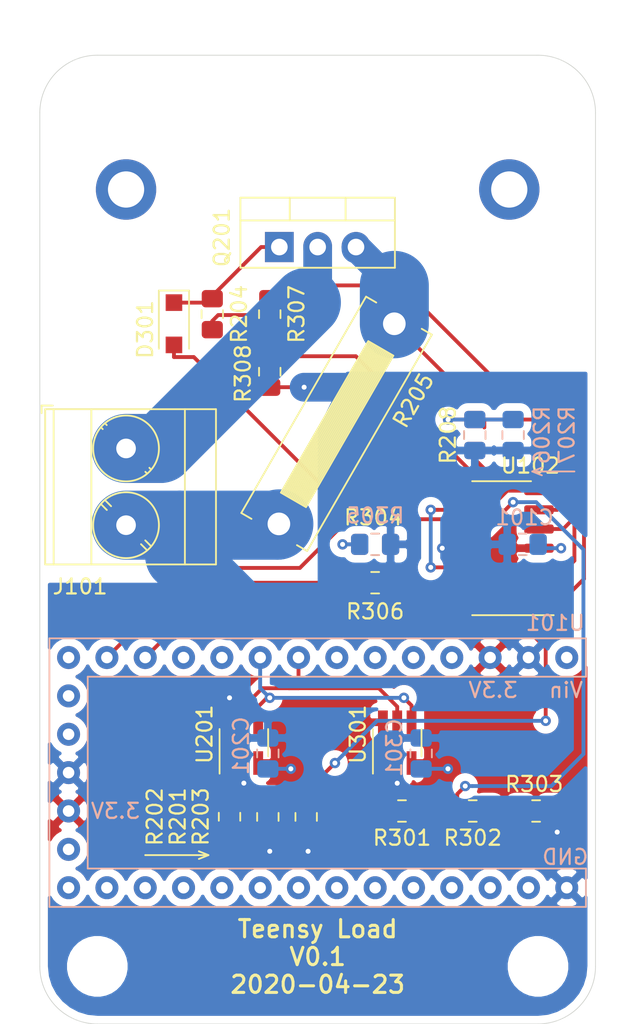
<source format=kicad_pcb>
(kicad_pcb (version 20171130) (host pcbnew 5.1.5)

  (general
    (thickness 1.6)
    (drawings 15)
    (tracks 182)
    (zones 0)
    (modules 30)
    (nets 45)
  )

  (page A4)
  (layers
    (0 F.Cu signal)
    (31 B.Cu signal)
    (36 B.SilkS user)
    (37 F.SilkS user)
    (38 B.Mask user)
    (39 F.Mask user)
    (40 Dwgs.User user)
    (41 Cmts.User user)
    (42 Eco1.User user)
    (43 Eco2.User user)
    (44 Edge.Cuts user)
    (45 Margin user)
    (46 B.CrtYd user)
    (47 F.CrtYd user)
    (48 B.Fab user)
    (49 F.Fab user)
  )

  (setup
    (last_trace_width 4.572)
    (user_trace_width 0.254)
    (user_trace_width 1.905)
    (user_trace_width 4.572)
    (trace_clearance 0.1524)
    (zone_clearance 0.508)
    (zone_45_only no)
    (trace_min 0.1524)
    (via_size 0.6858)
    (via_drill 0.3302)
    (via_min_size 0.6858)
    (via_min_drill 0.3302)
    (uvia_size 0.0254)
    (uvia_drill 0)
    (uvias_allowed no)
    (uvia_min_size 0)
    (uvia_min_drill 0)
    (edge_width 0.05)
    (segment_width 0.2)
    (pcb_text_width 0.3)
    (pcb_text_size 1.5 1.5)
    (mod_edge_width 0.12)
    (mod_text_size 1 1)
    (mod_text_width 0.15)
    (pad_size 1.524 1.524)
    (pad_drill 0.762)
    (pad_to_mask_clearance 0.0508)
    (solder_mask_min_width 0.1016)
    (aux_axis_origin 0 0)
    (visible_elements FFFDFF7F)
    (pcbplotparams
      (layerselection 0x010fc_ffffffff)
      (usegerberextensions false)
      (usegerberattributes false)
      (usegerberadvancedattributes false)
      (creategerberjobfile false)
      (excludeedgelayer true)
      (linewidth 0.100000)
      (plotframeref false)
      (viasonmask false)
      (mode 1)
      (useauxorigin false)
      (hpglpennumber 1)
      (hpglpenspeed 20)
      (hpglpendiameter 15.000000)
      (psnegative false)
      (psa4output false)
      (plotreference true)
      (plotvalue true)
      (plotinvisibletext false)
      (padsonsilk false)
      (subtractmaskfromsilk false)
      (outputformat 1)
      (mirror false)
      (drillshape 1)
      (scaleselection 1)
      (outputdirectory ""))
  )

  (net 0 "")
  (net 1 +3V3)
  (net 2 GND)
  (net 3 "/Current control/FET_GATE")
  (net 4 "Net-(D301-Pad2)")
  (net 5 "/Current control/IN+")
  (net 6 "Net-(Q201-Pad3)")
  (net 7 "Net-(R201-Pad1)")
  (net 8 "Net-(R301-Pad1)")
  (net 9 "Net-(R301-Pad2)")
  (net 10 "Net-(U101-Pad33)")
  (net 11 "Net-(U101-Pad30)")
  (net 12 "Net-(U101-Pad29)")
  (net 13 "Net-(U101-Pad28)")
  (net 14 "Net-(U101-Pad27)")
  (net 15 "/Current control/I2C_SCL")
  (net 16 "/Current control/I2C_SDA")
  (net 17 "Net-(U101-Pad24)")
  (net 18 "Net-(U101-Pad23)")
  (net 19 "/Voltage control/V_SENSE")
  (net 20 "/Current control/I_SENSE")
  (net 21 "Net-(U101-Pad20)")
  (net 22 "Net-(U101-Pad19)")
  (net 23 "Net-(U101-Pad18)")
  (net 24 "Net-(U101-Pad15)")
  (net 25 "Net-(U101-Pad14)")
  (net 26 "Net-(U101-Pad13)")
  (net 27 "Net-(U101-Pad12)")
  (net 28 "Net-(U101-Pad11)")
  (net 29 "Net-(U101-Pad10)")
  (net 30 "Net-(U101-Pad9)")
  (net 31 "Net-(U101-Pad8)")
  (net 32 "Net-(U101-Pad7)")
  (net 33 "Net-(U101-Pad6)")
  (net 34 "Net-(U101-Pad5)")
  (net 35 "Net-(U101-Pad4)")
  (net 36 "Net-(U101-Pad3)")
  (net 37 "Net-(U101-Pad2)")
  (net 38 "Net-(R202-Pad1)")
  (net 39 "Net-(R204-Pad2)")
  (net 40 "Net-(R206-Pad1)")
  (net 41 "Net-(R302-Pad2)")
  (net 42 "Net-(R304-Pad1)")
  (net 43 "Net-(R304-Pad2)")
  (net 44 "Net-(R307-Pad2)")

  (net_class Default "This is the default net class."
    (clearance 0.1524)
    (trace_width 0.254)
    (via_dia 0.6858)
    (via_drill 0.3302)
    (uvia_dia 0.0254)
    (uvia_drill 0)
    (diff_pair_width 0.1524)
    (diff_pair_gap 0.1524)
    (add_net +3V3)
    (add_net "/Current control/FET_GATE")
    (add_net "/Current control/I2C_SCL")
    (add_net "/Current control/I2C_SDA")
    (add_net "/Current control/I_SENSE")
    (add_net "/Voltage control/V_SENSE")
    (add_net GND)
    (add_net "Net-(D301-Pad2)")
    (add_net "Net-(R201-Pad1)")
    (add_net "Net-(R202-Pad1)")
    (add_net "Net-(R204-Pad2)")
    (add_net "Net-(R206-Pad1)")
    (add_net "Net-(R301-Pad1)")
    (add_net "Net-(R301-Pad2)")
    (add_net "Net-(R302-Pad2)")
    (add_net "Net-(R304-Pad1)")
    (add_net "Net-(R304-Pad2)")
    (add_net "Net-(R307-Pad2)")
    (add_net "Net-(U101-Pad10)")
    (add_net "Net-(U101-Pad11)")
    (add_net "Net-(U101-Pad12)")
    (add_net "Net-(U101-Pad13)")
    (add_net "Net-(U101-Pad14)")
    (add_net "Net-(U101-Pad15)")
    (add_net "Net-(U101-Pad18)")
    (add_net "Net-(U101-Pad19)")
    (add_net "Net-(U101-Pad2)")
    (add_net "Net-(U101-Pad20)")
    (add_net "Net-(U101-Pad23)")
    (add_net "Net-(U101-Pad24)")
    (add_net "Net-(U101-Pad27)")
    (add_net "Net-(U101-Pad28)")
    (add_net "Net-(U101-Pad29)")
    (add_net "Net-(U101-Pad3)")
    (add_net "Net-(U101-Pad30)")
    (add_net "Net-(U101-Pad33)")
    (add_net "Net-(U101-Pad4)")
    (add_net "Net-(U101-Pad5)")
    (add_net "Net-(U101-Pad6)")
    (add_net "Net-(U101-Pad7)")
    (add_net "Net-(U101-Pad8)")
    (add_net "Net-(U101-Pad9)")
  )

  (net_class "High Current" ""
    (clearance 0.381)
    (trace_width 1.905)
    (via_dia 0.6858)
    (via_drill 0.3302)
    (uvia_dia 0.0254)
    (uvia_drill 0)
    (diff_pair_width 0.1524)
    (diff_pair_gap 0.1524)
    (add_net "/Current control/IN+")
    (add_net "Net-(Q201-Pad3)")
  )

  (module teensy-load:Sense_Resistor (layer F.Cu) (tedit 5E6BEC9B) (tstamp 5EA1BEF5)
    (at 133.35 62.865 240)
    (descr "Resistor, Bare_Metal_Element series, Bare Metal Strip/Wire, Horizontal, pin pitch=15.3mm, 3W, length*width=16.3*4.8mm^2, https://www.bourns.com/pdfs/PWR4412-2S.pdf")
    (tags "Resistor Bare_Metal_Element series Bare Metal Strip Wire Horizontal pin pitch 15.3mm 3W length 16.3mm width 4.8mm ")
    (path /5E5EBC79/5E5F12B6)
    (fp_text reference R205 (at 3.764409 -3.639852 60) (layer F.SilkS)
      (effects (font (size 1 1) (thickness 0.15)))
    )
    (fp_text value "10m, 3W" (at 7.65 3.52 60) (layer F.Fab)
      (effects (font (size 1 1) (thickness 0.15)))
    )
    (fp_line (start -0.5 -2.4) (end -0.5 2.4) (layer F.Fab) (width 0.1))
    (fp_line (start -0.5 2.4) (end 15.8 2.4) (layer F.Fab) (width 0.1))
    (fp_line (start 15.8 2.4) (end 15.8 -2.4) (layer F.Fab) (width 0.1))
    (fp_line (start 15.8 -2.4) (end -0.5 -2.4) (layer F.Fab) (width 0.1))
    (fp_line (start -0.62 -1.74) (end -0.62 -2.52) (layer F.SilkS) (width 0.12))
    (fp_line (start -0.62 -2.52) (end 15.92 -2.52) (layer F.SilkS) (width 0.12))
    (fp_line (start 15.92 -2.52) (end 15.92 -1.74) (layer F.SilkS) (width 0.12))
    (fp_line (start -0.62 1.74) (end -0.62 2.52) (layer F.SilkS) (width 0.12))
    (fp_line (start -0.62 2.52) (end 15.92 2.52) (layer F.SilkS) (width 0.12))
    (fp_line (start 15.92 2.52) (end 15.92 1.74) (layer F.SilkS) (width 0.12))
    (fp_line (start 1.86 -1) (end 13.44 -1) (layer F.SilkS) (width 0.12))
    (fp_line (start 1.86 -0.88) (end 13.44 -0.88) (layer F.SilkS) (width 0.12))
    (fp_line (start 1.86 -0.76) (end 13.44 -0.76) (layer F.SilkS) (width 0.12))
    (fp_line (start 1.86 -0.64) (end 13.44 -0.64) (layer F.SilkS) (width 0.12))
    (fp_line (start 1.86 -0.52) (end 13.44 -0.52) (layer F.SilkS) (width 0.12))
    (fp_line (start 1.86 -0.4) (end 13.44 -0.4) (layer F.SilkS) (width 0.12))
    (fp_line (start 1.86 -0.28) (end 13.44 -0.28) (layer F.SilkS) (width 0.12))
    (fp_line (start 1.86 -0.16) (end 13.44 -0.16) (layer F.SilkS) (width 0.12))
    (fp_line (start 1.86 -0.04) (end 13.44 -0.04) (layer F.SilkS) (width 0.12))
    (fp_line (start 1.86 0.08) (end 13.44 0.08) (layer F.SilkS) (width 0.12))
    (fp_line (start 1.86 0.2) (end 13.44 0.2) (layer F.SilkS) (width 0.12))
    (fp_line (start 1.86 0.32) (end 13.44 0.32) (layer F.SilkS) (width 0.12))
    (fp_line (start 1.86 0.44) (end 13.44 0.44) (layer F.SilkS) (width 0.12))
    (fp_line (start 1.86 0.56) (end 13.44 0.56) (layer F.SilkS) (width 0.12))
    (fp_line (start 1.86 0.68) (end 13.44 0.68) (layer F.SilkS) (width 0.12))
    (fp_line (start 1.86 0.8) (end 13.44 0.8) (layer F.SilkS) (width 0.12))
    (fp_line (start 1.86 0.92) (end 13.44 0.92) (layer F.SilkS) (width 0.12))
    (fp_line (start 1.86 -1) (end 1.86 0.92) (layer F.SilkS) (width 0.12))
    (fp_line (start 13.44 -1) (end 13.44 0.92) (layer F.SilkS) (width 0.12))
    (fp_line (start -1.75 -2.65) (end -1.75 2.65) (layer F.CrtYd) (width 0.05))
    (fp_line (start -1.75 2.65) (end 17.05 2.65) (layer F.CrtYd) (width 0.05))
    (fp_line (start 17.05 2.65) (end 17.05 -2.65) (layer F.CrtYd) (width 0.05))
    (fp_line (start 17.05 -2.65) (end -1.75 -2.65) (layer F.CrtYd) (width 0.05))
    (fp_text user %R (at 7.65 0 60) (layer F.Fab)
      (effects (font (size 1 1) (thickness 0.15)))
    )
    (pad 1 thru_hole circle (at 0 0 240) (size 3 3) (drill 1.5) (layers *.Cu *.Mask)
      (net 6 "Net-(Q201-Pad3)"))
    (pad 2 thru_hole oval (at 15.3 0 240) (size 3 3) (drill 1.5) (layers *.Cu *.Mask)
      (net 2 GND))
    (model ${KIPRJMOD}/teensy-load.pretty/3dpackages/Sense_Resistor.step
      (at (xyz 0 0 0))
      (scale (xyz 1 1 1))
      (rotate (xyz 0 0 0))
    )
  )

  (module Resistor_SMD:R_0805_2012Metric_Pad1.15x1.40mm_HandSolder (layer F.Cu) (tedit 5B36C52B) (tstamp 5EA21AE7)
    (at 122.428 95.504 270)
    (descr "Resistor SMD 0805 (2012 Metric), square (rectangular) end terminal, IPC_7351 nominal with elongated pad for handsoldering. (Body size source: https://docs.google.com/spreadsheets/d/1BsfQQcO9C6DZCsRaXUlFlo91Tg2WpOkGARC1WS5S8t0/edit?usp=sharing), generated with kicad-footprint-generator")
    (tags "resistor handsolder")
    (path /5E5EBC79/5E61CCF9)
    (attr smd)
    (fp_text reference R202 (at 0 4.953 90) (layer F.SilkS)
      (effects (font (size 1 1) (thickness 0.15)))
    )
    (fp_text value 220K (at 0 1.65 90) (layer F.Fab)
      (effects (font (size 1 1) (thickness 0.15)))
    )
    (fp_line (start -1 0.6) (end -1 -0.6) (layer F.Fab) (width 0.1))
    (fp_line (start -1 -0.6) (end 1 -0.6) (layer F.Fab) (width 0.1))
    (fp_line (start 1 -0.6) (end 1 0.6) (layer F.Fab) (width 0.1))
    (fp_line (start 1 0.6) (end -1 0.6) (layer F.Fab) (width 0.1))
    (fp_line (start -0.261252 -0.71) (end 0.261252 -0.71) (layer F.SilkS) (width 0.12))
    (fp_line (start -0.261252 0.71) (end 0.261252 0.71) (layer F.SilkS) (width 0.12))
    (fp_line (start -1.85 0.95) (end -1.85 -0.95) (layer F.CrtYd) (width 0.05))
    (fp_line (start -1.85 -0.95) (end 1.85 -0.95) (layer F.CrtYd) (width 0.05))
    (fp_line (start 1.85 -0.95) (end 1.85 0.95) (layer F.CrtYd) (width 0.05))
    (fp_line (start 1.85 0.95) (end -1.85 0.95) (layer F.CrtYd) (width 0.05))
    (fp_text user %R (at 0 0 90) (layer F.Fab)
      (effects (font (size 0.5 0.5) (thickness 0.08)))
    )
    (pad 1 smd roundrect (at -1.025 0 270) (size 1.15 1.4) (layers F.Cu F.Paste F.Mask) (roundrect_rratio 0.217391)
      (net 38 "Net-(R202-Pad1)"))
    (pad 2 smd roundrect (at 1.025 0 270) (size 1.15 1.4) (layers F.Cu F.Paste F.Mask) (roundrect_rratio 0.217391)
      (net 7 "Net-(R201-Pad1)"))
    (model ${KISYS3DMOD}/Resistor_SMD.3dshapes/R_0805_2012Metric.wrl
      (at (xyz 0 0 0))
      (scale (xyz 1 1 1))
      (rotate (xyz 0 0 0))
    )
  )

  (module Package_SO:SOIC-14_3.9x8.7mm_P1.27mm (layer F.Cu) (tedit 5D9F72B1) (tstamp 5EA1CF6C)
    (at 140.462 77.724 180)
    (descr "SOIC, 14 Pin (JEDEC MS-012AB, https://www.analog.com/media/en/package-pcb-resources/package/pkg_pdf/soic_narrow-r/r_14.pdf), generated with kicad-footprint-generator ipc_gullwing_generator.py")
    (tags "SOIC SO")
    (path /5E6376FF)
    (attr smd)
    (fp_text reference U102 (at -1.905 5.461) (layer F.SilkS)
      (effects (font (size 1 1) (thickness 0.15)))
    )
    (fp_text value TLV4333 (at 0 5.28) (layer F.Fab)
      (effects (font (size 1 1) (thickness 0.15)))
    )
    (fp_line (start 0 4.435) (end 1.95 4.435) (layer F.SilkS) (width 0.12))
    (fp_line (start 0 4.435) (end -1.95 4.435) (layer F.SilkS) (width 0.12))
    (fp_line (start 0 -4.435) (end 1.95 -4.435) (layer F.SilkS) (width 0.12))
    (fp_line (start 0 -4.435) (end -3.45 -4.435) (layer F.SilkS) (width 0.12))
    (fp_line (start -0.975 -4.325) (end 1.95 -4.325) (layer F.Fab) (width 0.1))
    (fp_line (start 1.95 -4.325) (end 1.95 4.325) (layer F.Fab) (width 0.1))
    (fp_line (start 1.95 4.325) (end -1.95 4.325) (layer F.Fab) (width 0.1))
    (fp_line (start -1.95 4.325) (end -1.95 -3.35) (layer F.Fab) (width 0.1))
    (fp_line (start -1.95 -3.35) (end -0.975 -4.325) (layer F.Fab) (width 0.1))
    (fp_line (start -3.7 -4.58) (end -3.7 4.58) (layer F.CrtYd) (width 0.05))
    (fp_line (start -3.7 4.58) (end 3.7 4.58) (layer F.CrtYd) (width 0.05))
    (fp_line (start 3.7 4.58) (end 3.7 -4.58) (layer F.CrtYd) (width 0.05))
    (fp_line (start 3.7 -4.58) (end -3.7 -4.58) (layer F.CrtYd) (width 0.05))
    (fp_text user %R (at 0 0) (layer F.Fab)
      (effects (font (size 0.98 0.98) (thickness 0.15)))
    )
    (pad 1 smd roundrect (at -2.475 -3.81 180) (size 1.95 0.6) (layers F.Cu F.Paste F.Mask) (roundrect_rratio 0.25)
      (net 39 "Net-(R204-Pad2)"))
    (pad 2 smd roundrect (at -2.475 -2.54 180) (size 1.95 0.6) (layers F.Cu F.Paste F.Mask) (roundrect_rratio 0.25)
      (net 6 "Net-(Q201-Pad3)"))
    (pad 3 smd roundrect (at -2.475 -1.27 180) (size 1.95 0.6) (layers F.Cu F.Paste F.Mask) (roundrect_rratio 0.25)
      (net 7 "Net-(R201-Pad1)"))
    (pad 4 smd roundrect (at -2.475 0 180) (size 1.95 0.6) (layers F.Cu F.Paste F.Mask) (roundrect_rratio 0.25)
      (net 1 +3V3))
    (pad 5 smd roundrect (at -2.475 1.27 180) (size 1.95 0.6) (layers F.Cu F.Paste F.Mask) (roundrect_rratio 0.25)
      (net 6 "Net-(Q201-Pad3)"))
    (pad 6 smd roundrect (at -2.475 2.54 180) (size 1.95 0.6) (layers F.Cu F.Paste F.Mask) (roundrect_rratio 0.25)
      (net 40 "Net-(R206-Pad1)"))
    (pad 7 smd roundrect (at -2.475 3.81 180) (size 1.95 0.6) (layers F.Cu F.Paste F.Mask) (roundrect_rratio 0.25)
      (net 20 "/Current control/I_SENSE"))
    (pad 8 smd roundrect (at 2.475 3.81 180) (size 1.95 0.6) (layers F.Cu F.Paste F.Mask) (roundrect_rratio 0.25)
      (net 4 "Net-(D301-Pad2)"))
    (pad 9 smd roundrect (at 2.475 2.54 180) (size 1.95 0.6) (layers F.Cu F.Paste F.Mask) (roundrect_rratio 0.25)
      (net 44 "Net-(R307-Pad2)"))
    (pad 10 smd roundrect (at 2.475 1.27 180) (size 1.95 0.6) (layers F.Cu F.Paste F.Mask) (roundrect_rratio 0.25)
      (net 9 "Net-(R301-Pad2)"))
    (pad 11 smd roundrect (at 2.475 0 180) (size 1.95 0.6) (layers F.Cu F.Paste F.Mask) (roundrect_rratio 0.25)
      (net 2 GND))
    (pad 12 smd roundrect (at 2.475 -1.27 180) (size 1.95 0.6) (layers F.Cu F.Paste F.Mask) (roundrect_rratio 0.25)
      (net 44 "Net-(R307-Pad2)"))
    (pad 13 smd roundrect (at 2.475 -2.54 180) (size 1.95 0.6) (layers F.Cu F.Paste F.Mask) (roundrect_rratio 0.25)
      (net 42 "Net-(R304-Pad1)"))
    (pad 14 smd roundrect (at 2.475 -3.81 180) (size 1.95 0.6) (layers F.Cu F.Paste F.Mask) (roundrect_rratio 0.25)
      (net 19 "/Voltage control/V_SENSE"))
    (model ${KISYS3DMOD}/Package_SO.3dshapes/SOIC-14_3.9x8.7mm_P1.27mm.wrl
      (at (xyz 0 0 0))
      (scale (xyz 1 1 1))
      (rotate (xyz 0 0 0))
    )
  )

  (module Capacitor_SMD:C_0805_2012Metric_Pad1.15x1.40mm_HandSolder (layer B.Cu) (tedit 5B36C52B) (tstamp 5EA203D5)
    (at 141.859 77.47 180)
    (descr "Capacitor SMD 0805 (2012 Metric), square (rectangular) end terminal, IPC_7351 nominal with elongated pad for handsoldering. (Body size source: https://docs.google.com/spreadsheets/d/1BsfQQcO9C6DZCsRaXUlFlo91Tg2WpOkGARC1WS5S8t0/edit?usp=sharing), generated with kicad-footprint-generator")
    (tags "capacitor handsolder")
    (path /5E5D75E8)
    (attr smd)
    (fp_text reference C101 (at -0.127 1.778) (layer B.SilkS)
      (effects (font (size 1 1) (thickness 0.15)) (justify mirror))
    )
    (fp_text value 0.1U (at 0 -1.65) (layer B.Fab)
      (effects (font (size 1 1) (thickness 0.15)) (justify mirror))
    )
    (fp_line (start -1 -0.6) (end -1 0.6) (layer B.Fab) (width 0.1))
    (fp_line (start -1 0.6) (end 1 0.6) (layer B.Fab) (width 0.1))
    (fp_line (start 1 0.6) (end 1 -0.6) (layer B.Fab) (width 0.1))
    (fp_line (start 1 -0.6) (end -1 -0.6) (layer B.Fab) (width 0.1))
    (fp_line (start -0.261252 0.71) (end 0.261252 0.71) (layer B.SilkS) (width 0.12))
    (fp_line (start -0.261252 -0.71) (end 0.261252 -0.71) (layer B.SilkS) (width 0.12))
    (fp_line (start -1.85 -0.95) (end -1.85 0.95) (layer B.CrtYd) (width 0.05))
    (fp_line (start -1.85 0.95) (end 1.85 0.95) (layer B.CrtYd) (width 0.05))
    (fp_line (start 1.85 0.95) (end 1.85 -0.95) (layer B.CrtYd) (width 0.05))
    (fp_line (start 1.85 -0.95) (end -1.85 -0.95) (layer B.CrtYd) (width 0.05))
    (fp_text user %R (at 0 0) (layer B.Fab)
      (effects (font (size 0.5 0.5) (thickness 0.08)) (justify mirror))
    )
    (pad 1 smd roundrect (at -1.025 0 180) (size 1.15 1.4) (layers B.Cu B.Paste B.Mask) (roundrect_rratio 0.217391)
      (net 1 +3V3))
    (pad 2 smd roundrect (at 1.025 0 180) (size 1.15 1.4) (layers B.Cu B.Paste B.Mask) (roundrect_rratio 0.217391)
      (net 2 GND))
    (model ${KISYS3DMOD}/Capacitor_SMD.3dshapes/C_0805_2012Metric.wrl
      (at (xyz 0 0 0))
      (scale (xyz 1 1 1))
      (rotate (xyz 0 0 0))
    )
  )

  (module Resistor_SMD:R_0805_2012Metric_Pad1.15x1.40mm_HandSolder (layer F.Cu) (tedit 5B36C52B) (tstamp 5E7C16D6)
    (at 138.684 70.231 90)
    (descr "Resistor SMD 0805 (2012 Metric), square (rectangular) end terminal, IPC_7351 nominal with elongated pad for handsoldering. (Body size source: https://docs.google.com/spreadsheets/d/1BsfQQcO9C6DZCsRaXUlFlo91Tg2WpOkGARC1WS5S8t0/edit?usp=sharing), generated with kicad-footprint-generator")
    (tags "resistor handsolder")
    (path /5E5EBC79/5E7C1E35)
    (attr smd)
    (fp_text reference R208 (at 0 -1.778 90) (layer F.SilkS)
      (effects (font (size 1 1) (thickness 0.15)))
    )
    (fp_text value 220K (at 0 1.65 90) (layer F.Fab)
      (effects (font (size 1 1) (thickness 0.15)))
    )
    (fp_text user %R (at 0 0 90) (layer F.Fab)
      (effects (font (size 0.5 0.5) (thickness 0.08)))
    )
    (fp_line (start 1.85 0.95) (end -1.85 0.95) (layer F.CrtYd) (width 0.05))
    (fp_line (start 1.85 -0.95) (end 1.85 0.95) (layer F.CrtYd) (width 0.05))
    (fp_line (start -1.85 -0.95) (end 1.85 -0.95) (layer F.CrtYd) (width 0.05))
    (fp_line (start -1.85 0.95) (end -1.85 -0.95) (layer F.CrtYd) (width 0.05))
    (fp_line (start -0.261252 0.71) (end 0.261252 0.71) (layer F.SilkS) (width 0.12))
    (fp_line (start -0.261252 -0.71) (end 0.261252 -0.71) (layer F.SilkS) (width 0.12))
    (fp_line (start 1 0.6) (end -1 0.6) (layer F.Fab) (width 0.1))
    (fp_line (start 1 -0.6) (end 1 0.6) (layer F.Fab) (width 0.1))
    (fp_line (start -1 -0.6) (end 1 -0.6) (layer F.Fab) (width 0.1))
    (fp_line (start -1 0.6) (end -1 -0.6) (layer F.Fab) (width 0.1))
    (pad 2 smd roundrect (at 1.025 0 90) (size 1.15 1.4) (layers F.Cu F.Paste F.Mask) (roundrect_rratio 0.217391)
      (net 40 "Net-(R206-Pad1)"))
    (pad 1 smd roundrect (at -1.025 0 90) (size 1.15 1.4) (layers F.Cu F.Paste F.Mask) (roundrect_rratio 0.217391)
      (net 20 "/Current control/I_SENSE"))
    (model ${KISYS3DMOD}/Resistor_SMD.3dshapes/R_0805_2012Metric.wrl
      (at (xyz 0 0 0))
      (scale (xyz 1 1 1))
      (rotate (xyz 0 0 0))
    )
  )

  (module teensy-load:HeatSink_RA_T2X_64E (layer F.Cu) (tedit 5EA141D8) (tstamp 5EA0C4A7)
    (at 128.27 53.975)
    (path /5E5EBC79/5E696BFD)
    (fp_text reference J201 (at 0.283419 12.7) (layer F.SilkS) hide
      (effects (font (size 1 1) (thickness 0.15)))
    )
    (fp_text value Conn_01x01_Male (at 0 -15.24) (layer F.Fab) hide
      (effects (font (size 1 1) (thickness 0.15)))
    )
    (fp_line (start -13.3858 12.446) (end -13.0302 12.446) (layer Dwgs.User) (width 0.2))
    (fp_arc (start 20.3708 -8.186151) (end 20.955 -8.186151) (angle -135) (layer Dwgs.User) (width 0.2))
    (fp_arc (start 20.3708 -8.042467) (end 20.783892 -7.629375) (angle -45) (layer Dwgs.User) (width 0.2))
    (fp_arc (start 15.255772 -8.65241) (end 14.371334 -8.562463) (angle -144.1929982) (layer Dwgs.User) (width 0.2))
    (fp_arc (start 18.934756 -4.523003) (end 18.306138 -5.151621) (angle -145.5037961) (layer Dwgs.User) (width 0.2))
    (fp_arc (start -20.3708 3.37283) (end -20.955 3.37283) (angle -105) (layer Dwgs.User) (width 0.2))
    (fp_arc (start -20.3708 3.267646) (end -20.522002 2.703352) (angle -75) (layer Dwgs.User) (width 0.2))
    (fp_arc (start -20.3708 0.0508) (end -20.955 0.0508) (angle -90) (layer Dwgs.User) (width 0.2))
    (fp_line (start -9.525 -11.8618) (end -9.525 -7.112) (layer Dwgs.User) (width 0.2))
    (fp_line (start 17.67801 -1.941306) (end 20.522002 -2.703352) (layer Dwgs.User) (width 0.2))
    (fp_arc (start -20.3708 -0.0508) (end -20.3708 -0.635) (angle -90) (layer Dwgs.User) (width 0.2))
    (fp_arc (start -20.3708 -3.267646) (end -20.955 -3.267646) (angle -75) (layer Dwgs.User) (width 0.2))
    (fp_arc (start -20.3708 -3.37283) (end -20.219598 -3.937123) (angle -105) (layer Dwgs.User) (width 0.2))
    (fp_line (start -12.446 11.8618) (end -12.446 1.127443) (layer Dwgs.User) (width 0.2))
    (fp_line (start -13.081 -11.8618) (end -13.081 -7.112) (layer Dwgs.User) (width 0.2))
    (fp_arc (start -20.416408 5.348095) (end -16.984869 7.329295) (angle -9.980013693) (layer Dwgs.User) (width 0.2))
    (fp_arc (start -18.374473 7.544902) (end -19.096821 3.648901) (angle -4.496203869) (layer Dwgs.User) (width 0.2))
    (fp_arc (start -17.982878 4.5974) (end -17.099285 0.734774) (angle -12.88497185) (layer Dwgs.User) (width 0.2))
    (fp_arc (start -11.811 -7.112) (end -11.811 -6.096) (angle -90) (layer Dwgs.User) (width 0.2))
    (fp_arc (start -12.065 -7.112) (end -13.081 -7.112) (angle -90) (layer Dwgs.User) (width 0.2))
    (fp_arc (start -8.509 -7.112) (end -9.525 -7.112) (angle -90) (layer Dwgs.User) (width 0.2))
    (fp_line (start -13.97 11.8618) (end -13.97 8.963371) (layer Dwgs.User) (width 0.2))
    (fp_line (start 9.525 -11.8618) (end 9.525 -7.112) (layer Dwgs.User) (width 0.2))
    (fp_line (start 17.529957 6.171491) (end 19.957709 8.599243) (layer Dwgs.User) (width 0.2))
    (fp_line (start -18.303886 -12.1539) (end -16.025668 -8.20791) (layer Dwgs.User) (width 0.2))
    (fp_line (start 13.97 11.8618) (end 13.97 8.963371) (layer Dwgs.User) (width 0.2))
    (fp_line (start -18.809818 -12.446) (end -18.927136 -12.446) (layer Dwgs.User) (width 0.2))
    (fp_line (start -19.433068 11.5697) (end -16.984869 7.329295) (layer Dwgs.User) (width 0.2))
    (fp_arc (start -18.927136 11.8618) (end -19.433068 11.5697) (angle -120) (layer Dwgs.User) (width 0.2))
    (fp_arc (start -20.3708 8.186151) (end -20.955 8.186151) (angle -135) (layer Dwgs.User) (width 0.2))
    (fp_arc (start -20.3708 8.042467) (end -20.783891 7.629376) (angle -45) (layer Dwgs.User) (width 0.2))
    (fp_line (start 20.955 -8.042467) (end 20.955 -8.186151) (layer Dwgs.User) (width 0.2))
    (fp_line (start 20.955 -3.267646) (end 20.955 -3.37283) (layer Dwgs.User) (width 0.2))
    (fp_line (start -14.351 -11.8618) (end -14.351 -8.96337) (layer Dwgs.User) (width 0.2))
    (fp_arc (start 17.170746 -6.530701) (end 16.693443 -6.704614) (angle -155.0199863) (layer Dwgs.User) (width 0.2))
    (fp_arc (start -10.2108 -11.8618) (end -10.2108 -12.446) (angle -90) (layer Dwgs.User) (width 0.2))
    (fp_arc (start -10.1092 -11.8618) (end -9.525 -11.8618) (angle -90) (layer Dwgs.User) (width 0.2))
    (fp_arc (start -6.6548 -11.8618) (end -6.6548 -12.446) (angle -90) (layer Dwgs.User) (width 0.2))
    (fp_arc (start 20.416408 5.348095) (end 16.693443 6.704614) (angle -9.980013694) (layer Dwgs.User) (width 0.2))
    (fp_arc (start 18.374473 7.544902) (end 19.400018 3.717518) (angle -4.496203869) (layer Dwgs.User) (width 0.2))
    (fp_arc (start 17.982879 4.5974) (end 17.982879 0.635) (angle -12.88497185) (layer Dwgs.User) (width 0.2))
    (fp_line (start -19.400017 3.717518) (end -20.219598 3.937124) (layer Dwgs.User) (width 0.2))
    (fp_arc (start -17.982878 -4.5974) (end -17.982878 -0.635) (angle -12.88497185) (layer Dwgs.User) (width 0.2))
    (fp_arc (start -17.170746 6.530702) (end -16.693443 6.704614) (angle -155.0199863) (layer Dwgs.User) (width 0.2))
    (fp_arc (start -17.212566 1.229983) (end -16.993304 1.688227) (angle -141.5446321) (layer Dwgs.User) (width 0.2))
    (fp_line (start -16.984869 -7.329295) (end -19.433068 -11.5697) (layer Dwgs.User) (width 0.2))
    (fp_line (start 18.428819 12.446) (end 18.927136 12.446) (layer Dwgs.User) (width 0.2))
    (fp_line (start -20.955 8.042467) (end -20.955 8.186151) (layer Dwgs.User) (width 0.2))
    (fp_line (start -20.955 -3.37283) (end -20.955 -3.267646) (layer Dwgs.User) (width 0.2))
    (fp_line (start -6.5532 -12.446) (end -6.6548 -12.446) (layer Dwgs.User) (width 0.2))
    (fp_line (start 6.6548 -12.446) (end 6.5532 -12.446) (layer Dwgs.User) (width 0.2))
    (fp_line (start 20.3708 -0.635) (end 17.982879 -0.635) (layer Dwgs.User) (width 0.2))
    (fp_line (start -17.678009 -1.941306) (end -20.522002 -2.703352) (layer Dwgs.User) (width 0.2))
    (fp_arc (start -8.255 -7.112) (end -8.255 -6.096) (angle -90) (layer Dwgs.User) (width 0.2))
    (fp_circle (center -12.7 0) (end -11.5443 0) (layer Dwgs.User) (width 0.2))
    (fp_arc (start -18.374473 -7.544902) (end -19.400017 -3.717518) (angle -4.496203869) (layer Dwgs.User) (width 0.2))
    (fp_arc (start -20.416408 -5.348095) (end -16.693443 -6.704614) (angle -9.980013693) (layer Dwgs.User) (width 0.2))
    (fp_arc (start -18.3134 -8.96337) (end -14.371333 -8.562463) (angle -5.807001817) (layer Dwgs.User) (width 0.2))
    (fp_arc (start -18.703554 -1.886078) (end -17.678009 1.941306) (angle -10.57039602) (layer Dwgs.User) (width 0.2))
    (fp_arc (start -20.3708 -8.042467) (end -20.955 -8.042467) (angle -45) (layer Dwgs.User) (width 0.2))
    (fp_arc (start -20.3708 -8.186151) (end -19.957708 -8.599243) (angle -135) (layer Dwgs.User) (width 0.2))
    (fp_arc (start -18.927136 -11.8618) (end -18.927136 -12.446) (angle -120) (layer Dwgs.User) (width 0.2))
    (fp_line (start 8.509 -6.096) (end 8.255 -6.096) (layer Dwgs.User) (width 0.2))
    (fp_line (start 12.065 -6.096) (end 11.811 -6.096) (layer Dwgs.User) (width 0.2))
    (fp_line (start 20.955 0.0508) (end 20.955 -0.0508) (layer Dwgs.User) (width 0.2))
    (fp_line (start 20.955 3.37283) (end 20.955 3.267646) (layer Dwgs.User) (width 0.2))
    (fp_line (start 20.219598 -3.937123) (end 19.400018 -3.717518) (layer Dwgs.User) (width 0.2))
    (fp_line (start 16.984869 -7.329295) (end 19.433068 -11.5697) (layer Dwgs.User) (width 0.2))
    (fp_line (start 10.795 -11.8618) (end 10.795 -7.112) (layer Dwgs.User) (width 0.2))
    (fp_line (start 18.306138 -5.151621) (end 20.783892 -7.629375) (layer Dwgs.User) (width 0.2))
    (fp_line (start 18.303887 -12.1539) (end 16.025669 -8.20791) (layer Dwgs.User) (width 0.2))
    (fp_line (start -20.3708 0.635) (end -17.982878 0.635) (layer Dwgs.User) (width 0.2))
    (fp_arc (start 18.703554 -1.886078) (end 16.993304 1.688227) (angle -10.57039602) (layer Dwgs.User) (width 0.2))
    (fp_arc (start 17.982879 -4.5974) (end 17.099286 -0.734774) (angle -12.88497185) (layer Dwgs.User) (width 0.2))
    (fp_arc (start 17.170746 6.530702) (end 17.529957 6.171491) (angle -155.0199863) (layer Dwgs.User) (width 0.2))
    (fp_arc (start 17.212567 1.229983) (end 17.099286 0.734774) (angle -141.5446321) (layer Dwgs.User) (width 0.2))
    (fp_line (start -10.795 -11.8618) (end -10.795 -7.112) (layer Dwgs.User) (width 0.2))
    (fp_line (start -5.969 -1.524) (end -5.969 -11.8618) (layer Dwgs.User) (width 0.2))
    (fp_arc (start -18.809818 -11.8618) (end -18.303886 -12.1539) (angle -60) (layer Dwgs.User) (width 0.2))
    (fp_arc (start -13.7668 -11.8618) (end -13.7668 -12.446) (angle -90) (layer Dwgs.User) (width 0.2))
    (fp_arc (start -13.6652 -11.8618) (end -13.081 -11.8618) (angle -90) (layer Dwgs.User) (width 0.2))
    (fp_line (start 12.446 1.127443) (end 12.446 11.8618) (layer Dwgs.User) (width 0.2))
    (fp_line (start 19.433068 11.5697) (end 16.984869 7.329295) (layer Dwgs.User) (width 0.2))
    (fp_arc (start 18.703554 1.886078) (end 17.67801 -1.941306) (angle -10.57039602) (layer Dwgs.User) (width 0.2))
    (fp_arc (start -17.170746 -6.530701) (end -17.529956 -6.171491) (angle -155.0199863) (layer Dwgs.User) (width 0.2))
    (fp_arc (start -17.212566 -1.229983) (end -17.099285 -0.734774) (angle -141.5446321) (layer Dwgs.User) (width 0.2))
    (fp_arc (start -18.703554 1.886078) (end -16.993304 -1.688227) (angle -10.57039602) (layer Dwgs.User) (width 0.2))
    (fp_arc (start 11.811 -7.112) (end 10.795 -7.112) (angle -90) (layer Dwgs.User) (width 0.2))
    (fp_arc (start 12.065 -7.112) (end 12.065 -6.096) (angle -90) (layer Dwgs.User) (width 0.2))
    (fp_arc (start 8.509 -7.112) (end 8.509 -6.096) (angle -90) (layer Dwgs.User) (width 0.2))
    (fp_arc (start 8.255 -7.112) (end 7.239 -7.112) (angle -90) (layer Dwgs.User) (width 0.2))
    (fp_line (start -11.5443 0) (end 11.5443 0) (layer Dwgs.User) (width 0.2))
    (fp_line (start 20.955 8.186151) (end 20.955 8.042467) (layer Dwgs.User) (width 0.2))
    (fp_line (start 14.351 -11.8618) (end 14.351 -8.96337) (layer Dwgs.User) (width 0.2))
    (fp_line (start 18.927136 -12.446) (end 18.809819 -12.446) (layer Dwgs.User) (width 0.2))
    (fp_line (start 13.081 -11.8618) (end 13.081 -7.112) (layer Dwgs.User) (width 0.2))
    (fp_line (start 10.2108 -12.446) (end 10.1092 -12.446) (layer Dwgs.User) (width 0.2))
    (fp_line (start 13.7668 -12.446) (end 13.6652 -12.446) (layer Dwgs.User) (width 0.2))
    (fp_line (start -20.522002 2.703352) (end -17.678009 1.941306) (layer Dwgs.User) (width 0.2))
    (fp_line (start 19.400018 3.717518) (end 20.219598 3.937124) (layer Dwgs.User) (width 0.2))
    (fp_arc (start -6.5532 -11.8618) (end -5.969 -11.8618) (angle -90) (layer Dwgs.User) (width 0.2))
    (fp_arc (start -15.255771 -8.65241) (end -16.025668 -8.20791) (angle -144.1929982) (layer Dwgs.User) (width 0.2))
    (fp_arc (start -18.934755 -4.523003) (end -19.096821 -3.648901) (angle -145.5037961) (layer Dwgs.User) (width 0.2))
    (fp_line (start 20.3708 0.635) (end 17.982879 0.635) (layer Dwgs.User) (width 0.2))
    (fp_arc (start 20.3708 0.0508) (end 20.3708 0.635) (angle -90) (layer Dwgs.User) (width 0.2))
    (fp_arc (start 18.927136 11.8618) (end 18.927136 12.446) (angle -120) (layer Dwgs.User) (width 0.2))
    (fp_arc (start 18.428819 11.8618) (end 17.922887 12.1539) (angle -60) (layer Dwgs.User) (width 0.2))
    (fp_arc (start 13.3858 11.8618) (end 13.3858 12.446) (angle -90) (layer Dwgs.User) (width 0.2))
    (fp_line (start 5.969 -1.524) (end -5.969 -1.524) (layer Dwgs.User) (width 0.2))
    (fp_line (start -20.3708 -0.635) (end -17.982878 -0.635) (layer Dwgs.User) (width 0.2))
    (fp_arc (start 6.5532 -11.8618) (end 6.5532 -12.446) (angle -90) (layer Dwgs.User) (width 0.2))
    (fp_arc (start 6.6548 -11.8618) (end 7.239 -11.8618) (angle -90) (layer Dwgs.User) (width 0.2))
    (fp_arc (start 10.1092 -11.8618) (end 10.1092 -12.446) (angle -90) (layer Dwgs.User) (width 0.2))
    (fp_arc (start 10.2108 -11.8618) (end 10.795 -11.8618) (angle -90) (layer Dwgs.User) (width 0.2))
    (fp_line (start -20.783891 7.629376) (end -18.306138 5.151622) (layer Dwgs.User) (width 0.2))
    (fp_line (start -18.927136 12.446) (end -18.428818 12.446) (layer Dwgs.User) (width 0.2))
    (fp_line (start 19.957709 -8.599243) (end 17.529957 -6.171491) (layer Dwgs.User) (width 0.2))
    (fp_line (start 7.239 -11.8618) (end 7.239 -7.112) (layer Dwgs.User) (width 0.2))
    (fp_line (start -15.644668 8.207911) (end -17.922886 12.1539) (layer Dwgs.User) (width 0.2))
    (fp_arc (start 17.212567 -1.229983) (end 16.993304 -1.688227) (angle -141.5446321) (layer Dwgs.User) (width 0.2))
    (fp_arc (start 20.3708 -0.0508) (end 20.955 -0.0508) (angle -90) (layer Dwgs.User) (width 0.2))
    (fp_arc (start 20.3708 -3.267646) (end 20.522002 -2.703352) (angle -75) (layer Dwgs.User) (width 0.2))
    (fp_arc (start 20.3708 -3.37283) (end 20.955 -3.37283) (angle -105) (layer Dwgs.User) (width 0.2))
    (fp_arc (start 20.3708 8.186151) (end 19.957709 8.599243) (angle -135) (layer Dwgs.User) (width 0.2))
    (fp_arc (start 20.3708 8.042467) (end 20.955 8.042467) (angle -45) (layer Dwgs.User) (width 0.2))
    (fp_arc (start 20.3708 3.37283) (end 20.219598 3.937124) (angle -105) (layer Dwgs.User) (width 0.2))
    (fp_arc (start 20.3708 3.267646) (end 20.955 3.267646) (angle -75) (layer Dwgs.User) (width 0.2))
    (fp_line (start -20.219598 -3.937123) (end -19.400017 -3.717518) (layer Dwgs.User) (width 0.2))
    (fp_line (start -8.509 -6.096) (end -8.255 -6.096) (layer Dwgs.User) (width 0.2))
    (fp_line (start -12.065 -6.096) (end -11.811 -6.096) (layer Dwgs.User) (width 0.2))
    (fp_arc (start 13.0302 11.8618) (end 12.446 11.8618) (angle -90) (layer Dwgs.User) (width 0.2))
    (fp_arc (start 14.874772 8.652411) (end 15.644669 8.207911) (angle -144.1929982) (layer Dwgs.User) (width 0.2))
    (fp_arc (start 18.934756 4.523004) (end 19.096821 3.648901) (angle -145.5037961) (layer Dwgs.User) (width 0.2))
    (fp_arc (start 17.9324 8.963371) (end 13.990334 8.562463) (angle -5.807001817) (layer Dwgs.User) (width 0.2))
    (fp_circle (center 12.7 0) (end 13.8557 0) (layer Dwgs.User) (width 0.2))
    (fp_arc (start 18.374473 -7.544902) (end 19.096821 -3.648901) (angle -4.496203869) (layer Dwgs.User) (width 0.2))
    (fp_arc (start 20.416408 -5.348095) (end 16.984869 -7.329295) (angle -9.980013694) (layer Dwgs.User) (width 0.2))
    (fp_arc (start 18.3134 -8.96337) (end 14.351 -8.96337) (angle -5.807001817) (layer Dwgs.User) (width 0.2))
    (fp_arc (start 13.6652 -11.8618) (end 13.6652 -12.446) (angle -90) (layer Dwgs.User) (width 0.2))
    (fp_arc (start 13.7668 -11.8618) (end 14.351 -11.8618) (angle -90) (layer Dwgs.User) (width 0.2))
    (fp_arc (start 18.809819 -11.8618) (end 18.809819 -12.446) (angle -60) (layer Dwgs.User) (width 0.2))
    (fp_arc (start 18.927136 -11.8618) (end 19.433068 -11.5697) (angle -120) (layer Dwgs.User) (width 0.2))
    (fp_line (start 15.644669 8.207911) (end 17.922887 12.1539) (layer Dwgs.User) (width 0.2))
    (fp_line (start 20.783892 7.629376) (end 18.306138 5.151622) (layer Dwgs.User) (width 0.2))
    (fp_line (start -18.306138 -5.151621) (end -20.783891 -7.629375) (layer Dwgs.User) (width 0.2))
    (fp_line (start -20.955 -8.186151) (end -20.955 -8.042467) (layer Dwgs.User) (width 0.2))
    (fp_line (start -19.957708 -8.599243) (end -17.529956 -6.171491) (layer Dwgs.User) (width 0.2))
    (fp_arc (start -14.874771 8.652411) (end -13.990333 8.562463) (angle -144.1929982) (layer Dwgs.User) (width 0.2))
    (fp_arc (start -18.934755 4.523004) (end -18.306138 5.151622) (angle -145.5037961) (layer Dwgs.User) (width 0.2))
    (fp_arc (start -17.9324 8.963371) (end -13.97 8.963371) (angle -5.807001817) (layer Dwgs.User) (width 0.2))
    (fp_line (start 13.0302 12.446) (end 13.3858 12.446) (layer Dwgs.User) (width 0.2))
    (fp_arc (start -13.0302 11.8618) (end -13.0302 12.446) (angle -90) (layer Dwgs.User) (width 0.2))
    (fp_arc (start -13.3858 11.8618) (end -13.97 11.8618) (angle -90) (layer Dwgs.User) (width 0.2))
    (fp_arc (start -18.428818 11.8618) (end -18.428818 12.446) (angle -60) (layer Dwgs.User) (width 0.2))
    (fp_line (start -7.239 -11.8618) (end -7.239 -7.112) (layer Dwgs.User) (width 0.2))
    (fp_line (start -17.529956 6.171491) (end -19.957708 8.599243) (layer Dwgs.User) (width 0.2))
    (fp_line (start 5.969 -11.8618) (end 5.969 -1.524) (layer Dwgs.User) (width 0.2))
    (fp_line (start 20.522002 2.703352) (end 17.67801 1.941306) (layer Dwgs.User) (width 0.2))
    (fp_line (start -20.955 -0.0508) (end -20.955 0.0508) (layer Dwgs.User) (width 0.2))
    (fp_line (start -13.6652 -12.446) (end -13.7668 -12.446) (layer Dwgs.User) (width 0.2))
    (fp_line (start -10.1092 -12.446) (end -10.2108 -12.446) (layer Dwgs.User) (width 0.2))
    (fp_line (start -20.955 3.267646) (end -20.955 3.37283) (layer Dwgs.User) (width 0.2))
    (pad "" thru_hole circle (at 12.7 0) (size 4 4) (drill 2.4) (layers *.Cu *.Mask))
    (pad "" thru_hole circle (at -12.7 0) (size 4 4) (drill 2.4) (layers *.Cu *.Mask))
    (model :teensy-load:HeatSink_RA_T2X_64E.step
      (offset (xyz 0 0 31.5))
      (scale (xyz 1 1 1))
      (rotate (xyz 0 0 0))
    )
  )

  (module MountingHole:MountingHole_3mm (layer F.Cu) (tedit 56D1B4CB) (tstamp 5EA1D19D)
    (at 142.875 105.41)
    (descr "Mounting Hole 3mm, no annular")
    (tags "mounting hole 3mm no annular")
    (attr virtual)
    (fp_text reference REF** (at 0 -4) (layer F.SilkS) hide
      (effects (font (size 1 1) (thickness 0.15)))
    )
    (fp_text value MountingHole_3mm (at 0 4) (layer F.Fab) hide
      (effects (font (size 1 1) (thickness 0.15)))
    )
    (fp_circle (center 0 0) (end 3.25 0) (layer F.CrtYd) (width 0.05))
    (fp_circle (center 0 0) (end 3 0) (layer Cmts.User) (width 0.15))
    (fp_text user %R (at 0.3 0) (layer F.Fab) hide
      (effects (font (size 1 1) (thickness 0.15)))
    )
    (pad 1 np_thru_hole circle (at 0 0) (size 3 3) (drill 3) (layers *.Cu *.Mask))
  )

  (module MountingHole:MountingHole_3mm (layer F.Cu) (tedit 56D1B4CB) (tstamp 5EA1D1B2)
    (at 113.665 105.41)
    (descr "Mounting Hole 3mm, no annular")
    (tags "mounting hole 3mm no annular")
    (attr virtual)
    (fp_text reference REF** (at 0 -4) (layer F.SilkS) hide
      (effects (font (size 1 1) (thickness 0.15)))
    )
    (fp_text value MountingHole_3mm (at 0 4) (layer F.Fab) hide
      (effects (font (size 1 1) (thickness 0.15)))
    )
    (fp_circle (center 0 0) (end 3.25 0) (layer F.CrtYd) (width 0.05))
    (fp_circle (center 0 0) (end 3 0) (layer Cmts.User) (width 0.15))
    (fp_text user %R (at 0.3 0) (layer F.Fab) hide
      (effects (font (size 1 1) (thickness 0.15)))
    )
    (pad 1 np_thru_hole circle (at 0 0) (size 3 3) (drill 3) (layers *.Cu *.Mask))
  )

  (module MountingHole:MountingHole_3mm (layer F.Cu) (tedit 56D1B4CB) (tstamp 5EA1B22F)
    (at 128.27 48.895)
    (descr "Mounting Hole 3mm, no annular")
    (tags "mounting hole 3mm no annular")
    (attr virtual)
    (fp_text reference REF** (at 0 -4) (layer F.SilkS) hide
      (effects (font (size 1 1) (thickness 0.15)))
    )
    (fp_text value MountingHole_3mm (at 0 4) (layer F.Fab) hide
      (effects (font (size 1 1) (thickness 0.15)))
    )
    (fp_circle (center 0 0) (end 3.25 0) (layer F.CrtYd) (width 0.05))
    (fp_circle (center 0 0) (end 3 0) (layer Cmts.User) (width 0.15))
    (fp_text user %R (at 0.3 0) (layer F.Fab) hide
      (effects (font (size 1 1) (thickness 0.15)))
    )
    (pad 1 np_thru_hole circle (at 0 0) (size 3 3) (drill 3) (layers *.Cu *.Mask))
  )

  (module Capacitor_SMD:C_0805_2012Metric_Pad1.15x1.40mm_HandSolder (layer B.Cu) (tedit 5B36C52B) (tstamp 5EA1D36B)
    (at 124.968 91.313 90)
    (descr "Capacitor SMD 0805 (2012 Metric), square (rectangular) end terminal, IPC_7351 nominal with elongated pad for handsoldering. (Body size source: https://docs.google.com/spreadsheets/d/1BsfQQcO9C6DZCsRaXUlFlo91Tg2WpOkGARC1WS5S8t0/edit?usp=sharing), generated with kicad-footprint-generator")
    (tags "capacitor handsolder")
    (path /5E5EBC79/5E618F6F)
    (attr smd)
    (fp_text reference C201 (at 0.508 -1.778 90) (layer B.SilkS)
      (effects (font (size 1 1) (thickness 0.15)) (justify mirror))
    )
    (fp_text value 0.1U (at 0 -1.65 90) (layer B.Fab)
      (effects (font (size 1 1) (thickness 0.15)) (justify mirror))
    )
    (fp_text user %R (at 0 0 90) (layer B.Fab)
      (effects (font (size 0.5 0.5) (thickness 0.08)) (justify mirror))
    )
    (fp_line (start 1.85 -0.95) (end -1.85 -0.95) (layer B.CrtYd) (width 0.05))
    (fp_line (start 1.85 0.95) (end 1.85 -0.95) (layer B.CrtYd) (width 0.05))
    (fp_line (start -1.85 0.95) (end 1.85 0.95) (layer B.CrtYd) (width 0.05))
    (fp_line (start -1.85 -0.95) (end -1.85 0.95) (layer B.CrtYd) (width 0.05))
    (fp_line (start -0.261252 -0.71) (end 0.261252 -0.71) (layer B.SilkS) (width 0.12))
    (fp_line (start -0.261252 0.71) (end 0.261252 0.71) (layer B.SilkS) (width 0.12))
    (fp_line (start 1 -0.6) (end -1 -0.6) (layer B.Fab) (width 0.1))
    (fp_line (start 1 0.6) (end 1 -0.6) (layer B.Fab) (width 0.1))
    (fp_line (start -1 0.6) (end 1 0.6) (layer B.Fab) (width 0.1))
    (fp_line (start -1 -0.6) (end -1 0.6) (layer B.Fab) (width 0.1))
    (pad 2 smd roundrect (at 1.025 0 90) (size 1.15 1.4) (layers B.Cu B.Paste B.Mask) (roundrect_rratio 0.217391)
      (net 2 GND))
    (pad 1 smd roundrect (at -1.025 0 90) (size 1.15 1.4) (layers B.Cu B.Paste B.Mask) (roundrect_rratio 0.217391)
      (net 1 +3V3))
    (model ${KISYS3DMOD}/Capacitor_SMD.3dshapes/C_0805_2012Metric.wrl
      (at (xyz 0 0 0))
      (scale (xyz 1 1 1))
      (rotate (xyz 0 0 0))
    )
  )

  (module Capacitor_SMD:C_0805_2012Metric_Pad1.15x1.40mm_HandSolder (layer B.Cu) (tedit 5B36C52B) (tstamp 5EA1D33B)
    (at 135.128 91.313 90)
    (descr "Capacitor SMD 0805 (2012 Metric), square (rectangular) end terminal, IPC_7351 nominal with elongated pad for handsoldering. (Body size source: https://docs.google.com/spreadsheets/d/1BsfQQcO9C6DZCsRaXUlFlo91Tg2WpOkGARC1WS5S8t0/edit?usp=sharing), generated with kicad-footprint-generator")
    (tags "capacitor handsolder")
    (path /5E5EBE75/5E61BA38)
    (attr smd)
    (fp_text reference C301 (at 0.381 -1.778 90) (layer B.SilkS)
      (effects (font (size 1 1) (thickness 0.15)) (justify mirror))
    )
    (fp_text value 0.1U (at 0 -1.65 90) (layer B.Fab)
      (effects (font (size 1 1) (thickness 0.15)) (justify mirror))
    )
    (fp_line (start -1 -0.6) (end -1 0.6) (layer B.Fab) (width 0.1))
    (fp_line (start -1 0.6) (end 1 0.6) (layer B.Fab) (width 0.1))
    (fp_line (start 1 0.6) (end 1 -0.6) (layer B.Fab) (width 0.1))
    (fp_line (start 1 -0.6) (end -1 -0.6) (layer B.Fab) (width 0.1))
    (fp_line (start -0.261252 0.71) (end 0.261252 0.71) (layer B.SilkS) (width 0.12))
    (fp_line (start -0.261252 -0.71) (end 0.261252 -0.71) (layer B.SilkS) (width 0.12))
    (fp_line (start -1.85 -0.95) (end -1.85 0.95) (layer B.CrtYd) (width 0.05))
    (fp_line (start -1.85 0.95) (end 1.85 0.95) (layer B.CrtYd) (width 0.05))
    (fp_line (start 1.85 0.95) (end 1.85 -0.95) (layer B.CrtYd) (width 0.05))
    (fp_line (start 1.85 -0.95) (end -1.85 -0.95) (layer B.CrtYd) (width 0.05))
    (fp_text user %R (at 0 0 90) (layer B.Fab)
      (effects (font (size 0.5 0.5) (thickness 0.08)) (justify mirror))
    )
    (pad 1 smd roundrect (at -1.025 0 90) (size 1.15 1.4) (layers B.Cu B.Paste B.Mask) (roundrect_rratio 0.217391)
      (net 1 +3V3))
    (pad 2 smd roundrect (at 1.025 0 90) (size 1.15 1.4) (layers B.Cu B.Paste B.Mask) (roundrect_rratio 0.217391)
      (net 2 GND))
    (model ${KISYS3DMOD}/Capacitor_SMD.3dshapes/C_0805_2012Metric.wrl
      (at (xyz 0 0 0))
      (scale (xyz 1 1 1))
      (rotate (xyz 0 0 0))
    )
  )

  (module Diode_SMD:D_SOD-123F (layer F.Cu) (tedit 587F7769) (tstamp 5E66F9B2)
    (at 118.745 62.865 270)
    (descr D_SOD-123F)
    (tags D_SOD-123F)
    (path /5E5EBE75/5E609CDF)
    (attr smd)
    (fp_text reference D301 (at 0.381 1.905 90) (layer F.SilkS)
      (effects (font (size 1 1) (thickness 0.15)))
    )
    (fp_text value 1N914 (at 0 2.1 90) (layer F.Fab)
      (effects (font (size 1 1) (thickness 0.15)))
    )
    (fp_text user %R (at -0.127 -1.905 90) (layer F.Fab)
      (effects (font (size 1 1) (thickness 0.15)))
    )
    (fp_line (start -2.2 -1) (end -2.2 1) (layer F.SilkS) (width 0.12))
    (fp_line (start 0.25 0) (end 0.75 0) (layer F.Fab) (width 0.1))
    (fp_line (start 0.25 0.4) (end -0.35 0) (layer F.Fab) (width 0.1))
    (fp_line (start 0.25 -0.4) (end 0.25 0.4) (layer F.Fab) (width 0.1))
    (fp_line (start -0.35 0) (end 0.25 -0.4) (layer F.Fab) (width 0.1))
    (fp_line (start -0.35 0) (end -0.35 0.55) (layer F.Fab) (width 0.1))
    (fp_line (start -0.35 0) (end -0.35 -0.55) (layer F.Fab) (width 0.1))
    (fp_line (start -0.75 0) (end -0.35 0) (layer F.Fab) (width 0.1))
    (fp_line (start -1.4 0.9) (end -1.4 -0.9) (layer F.Fab) (width 0.1))
    (fp_line (start 1.4 0.9) (end -1.4 0.9) (layer F.Fab) (width 0.1))
    (fp_line (start 1.4 -0.9) (end 1.4 0.9) (layer F.Fab) (width 0.1))
    (fp_line (start -1.4 -0.9) (end 1.4 -0.9) (layer F.Fab) (width 0.1))
    (fp_line (start -2.2 -1.15) (end 2.2 -1.15) (layer F.CrtYd) (width 0.05))
    (fp_line (start 2.2 -1.15) (end 2.2 1.15) (layer F.CrtYd) (width 0.05))
    (fp_line (start 2.2 1.15) (end -2.2 1.15) (layer F.CrtYd) (width 0.05))
    (fp_line (start -2.2 -1.15) (end -2.2 1.15) (layer F.CrtYd) (width 0.05))
    (fp_line (start -2.2 1) (end 1.65 1) (layer F.SilkS) (width 0.12))
    (fp_line (start -2.2 -1) (end 1.65 -1) (layer F.SilkS) (width 0.12))
    (pad 1 smd rect (at -1.4 0 270) (size 1.1 1.1) (layers F.Cu F.Paste F.Mask)
      (net 3 "/Current control/FET_GATE"))
    (pad 2 smd rect (at 1.4 0 270) (size 1.1 1.1) (layers F.Cu F.Paste F.Mask)
      (net 4 "Net-(D301-Pad2)"))
    (model ${KISYS3DMOD}/Diode_SMD.3dshapes/D_SOD-123F.wrl
      (at (xyz 0 0 0))
      (scale (xyz 1 1 1))
      (rotate (xyz 0 0 0))
    )
  )

  (module TerminalBlock_Phoenix:TerminalBlock_Phoenix_MKDS-3-2-5.08_1x02_P5.08mm_Horizontal (layer F.Cu) (tedit 5B294F11) (tstamp 5E7D3723)
    (at 115.57 71.12 270)
    (descr "Terminal Block Phoenix MKDS-3-2-5.08, 2 pins, pitch 5.08mm, size 10.2x11.2mm^2, drill diamater 1.3mm, pad diameter 2.6mm, see http://www.farnell.com/datasheets/2138224.pdf, script-generated using https://github.com/pointhi/kicad-footprint-generator/scripts/TerminalBlock_Phoenix")
    (tags "THT Terminal Block Phoenix MKDS-3-2-5.08 pitch 5.08mm size 10.2x11.2mm^2 drill 1.3mm pad 2.6mm")
    (path /5E5A20A7)
    (fp_text reference J101 (at 9.144 3.048 180) (layer F.SilkS)
      (effects (font (size 1 1) (thickness 0.15)))
    )
    (fp_text value Conn_01x02 (at 2.54 6.36 90) (layer F.Fab)
      (effects (font (size 1 1) (thickness 0.15)))
    )
    (fp_circle (center 0 0) (end 2 0) (layer F.Fab) (width 0.1))
    (fp_circle (center 0 0) (end 2.18 0) (layer F.SilkS) (width 0.12))
    (fp_circle (center 5.08 0) (end 7.08 0) (layer F.Fab) (width 0.1))
    (fp_circle (center 5.08 0) (end 7.26 0) (layer F.SilkS) (width 0.12))
    (fp_line (start -2.54 -5.9) (end 7.62 -5.9) (layer F.Fab) (width 0.1))
    (fp_line (start 7.62 -5.9) (end 7.62 5.3) (layer F.Fab) (width 0.1))
    (fp_line (start 7.62 5.3) (end -2.04 5.3) (layer F.Fab) (width 0.1))
    (fp_line (start -2.04 5.3) (end -2.54 4.8) (layer F.Fab) (width 0.1))
    (fp_line (start -2.54 4.8) (end -2.54 -5.9) (layer F.Fab) (width 0.1))
    (fp_line (start -2.54 4.8) (end 7.62 4.8) (layer F.Fab) (width 0.1))
    (fp_line (start -2.6 4.8) (end 7.68 4.8) (layer F.SilkS) (width 0.12))
    (fp_line (start -2.54 2.3) (end 7.62 2.3) (layer F.Fab) (width 0.1))
    (fp_line (start -2.6 2.3) (end 7.68 2.3) (layer F.SilkS) (width 0.12))
    (fp_line (start -2.54 -3.9) (end 7.62 -3.9) (layer F.Fab) (width 0.1))
    (fp_line (start -2.6 -3.9) (end 7.68 -3.9) (layer F.SilkS) (width 0.12))
    (fp_line (start -2.6 -5.96) (end 7.68 -5.96) (layer F.SilkS) (width 0.12))
    (fp_line (start -2.6 5.36) (end 7.68 5.36) (layer F.SilkS) (width 0.12))
    (fp_line (start -2.6 -5.96) (end -2.6 5.36) (layer F.SilkS) (width 0.12))
    (fp_line (start 7.68 -5.96) (end 7.68 5.36) (layer F.SilkS) (width 0.12))
    (fp_line (start 1.517 -1.273) (end -1.273 1.517) (layer F.Fab) (width 0.1))
    (fp_line (start 1.273 -1.517) (end -1.517 1.273) (layer F.Fab) (width 0.1))
    (fp_line (start 1.654 -1.388) (end 1.547 -1.281) (layer F.SilkS) (width 0.12))
    (fp_line (start -1.282 1.547) (end -1.388 1.654) (layer F.SilkS) (width 0.12))
    (fp_line (start 1.388 -1.654) (end 1.281 -1.547) (layer F.SilkS) (width 0.12))
    (fp_line (start -1.548 1.281) (end -1.654 1.388) (layer F.SilkS) (width 0.12))
    (fp_line (start 6.597 -1.273) (end 3.808 1.517) (layer F.Fab) (width 0.1))
    (fp_line (start 6.353 -1.517) (end 3.564 1.273) (layer F.Fab) (width 0.1))
    (fp_line (start 6.734 -1.388) (end 6.339 -0.992) (layer F.SilkS) (width 0.12))
    (fp_line (start 4.073 1.274) (end 3.693 1.654) (layer F.SilkS) (width 0.12))
    (fp_line (start 6.468 -1.654) (end 6.088 -1.274) (layer F.SilkS) (width 0.12))
    (fp_line (start 3.822 0.992) (end 3.427 1.388) (layer F.SilkS) (width 0.12))
    (fp_line (start -2.84 4.86) (end -2.84 5.6) (layer F.SilkS) (width 0.12))
    (fp_line (start -2.84 5.6) (end -2.34 5.6) (layer F.SilkS) (width 0.12))
    (fp_line (start -3.04 -6.4) (end -3.04 5.8) (layer F.CrtYd) (width 0.05))
    (fp_line (start -3.04 5.8) (end 8.13 5.8) (layer F.CrtYd) (width 0.05))
    (fp_line (start 8.13 5.8) (end 8.13 -6.4) (layer F.CrtYd) (width 0.05))
    (fp_line (start 8.13 -6.4) (end -3.04 -6.4) (layer F.CrtYd) (width 0.05))
    (fp_text user %R (at 2.54 3.1 90) (layer F.Fab)
      (effects (font (size 1 1) (thickness 0.15)))
    )
    (pad 1 thru_hole rect (at 0 0 270) (size 2.6 2.6) (drill 1.3) (layers *.Cu *.Mask)
      (net 5 "/Current control/IN+"))
    (pad 2 thru_hole circle (at 5.08 0 270) (size 2.6 2.6) (drill 1.3) (layers *.Cu *.Mask)
      (net 2 GND))
    (model ${KISYS3DMOD}/TerminalBlock_Phoenix.3dshapes/TerminalBlock_Phoenix_MKDS-3-2-5.08_1x02_P5.08mm_Horizontal.wrl
      (at (xyz 0 0 0))
      (scale (xyz 1 1 1))
      (rotate (xyz 0 0 0))
    )
  )

  (module Package_TO_SOT_THT:TO-220-3_Vertical (layer F.Cu) (tedit 5AC8BA0D) (tstamp 5EA0B92A)
    (at 125.73 57.785)
    (descr "TO-220-3, Vertical, RM 2.54mm, see https://www.vishay.com/docs/66542/to-220-1.pdf")
    (tags "TO-220-3 Vertical RM 2.54mm")
    (path /5E5EBC79/5E5F12C9)
    (fp_text reference Q201 (at -3.81 -0.635 90) (layer F.SilkS)
      (effects (font (size 1 1) (thickness 0.15)))
    )
    (fp_text value BTS141 (at 2.54 2.5) (layer F.Fab)
      (effects (font (size 1 1) (thickness 0.15)))
    )
    (fp_line (start -2.46 -3.15) (end -2.46 1.25) (layer F.Fab) (width 0.1))
    (fp_line (start -2.46 1.25) (end 7.54 1.25) (layer F.Fab) (width 0.1))
    (fp_line (start 7.54 1.25) (end 7.54 -3.15) (layer F.Fab) (width 0.1))
    (fp_line (start 7.54 -3.15) (end -2.46 -3.15) (layer F.Fab) (width 0.1))
    (fp_line (start -2.46 -1.88) (end 7.54 -1.88) (layer F.Fab) (width 0.1))
    (fp_line (start 0.69 -3.15) (end 0.69 -1.88) (layer F.Fab) (width 0.1))
    (fp_line (start 4.39 -3.15) (end 4.39 -1.88) (layer F.Fab) (width 0.1))
    (fp_line (start -2.58 -3.27) (end 7.66 -3.27) (layer F.SilkS) (width 0.12))
    (fp_line (start -2.58 1.371) (end 7.66 1.371) (layer F.SilkS) (width 0.12))
    (fp_line (start -2.58 -3.27) (end -2.58 1.371) (layer F.SilkS) (width 0.12))
    (fp_line (start 7.66 -3.27) (end 7.66 1.371) (layer F.SilkS) (width 0.12))
    (fp_line (start -2.58 -1.76) (end 7.66 -1.76) (layer F.SilkS) (width 0.12))
    (fp_line (start 0.69 -3.27) (end 0.69 -1.76) (layer F.SilkS) (width 0.12))
    (fp_line (start 4.391 -3.27) (end 4.391 -1.76) (layer F.SilkS) (width 0.12))
    (fp_line (start -2.71 -3.4) (end -2.71 1.51) (layer F.CrtYd) (width 0.05))
    (fp_line (start -2.71 1.51) (end 7.79 1.51) (layer F.CrtYd) (width 0.05))
    (fp_line (start 7.79 1.51) (end 7.79 -3.4) (layer F.CrtYd) (width 0.05))
    (fp_line (start 7.79 -3.4) (end -2.71 -3.4) (layer F.CrtYd) (width 0.05))
    (fp_text user %R (at 2.54 -4.27) (layer F.Fab)
      (effects (font (size 1 1) (thickness 0.15)))
    )
    (pad 1 thru_hole rect (at 0 0) (size 1.905 2) (drill 1.1) (layers *.Cu *.Mask)
      (net 3 "/Current control/FET_GATE"))
    (pad 2 thru_hole oval (at 2.54 0) (size 1.905 2) (drill 1.1) (layers *.Cu *.Mask)
      (net 5 "/Current control/IN+"))
    (pad 3 thru_hole oval (at 5.08 0) (size 1.905 2) (drill 1.1) (layers *.Cu *.Mask)
      (net 6 "Net-(Q201-Pad3)"))
    (model ${KISYS3DMOD}/Package_TO_SOT_THT.3dshapes/TO-220-3_Vertical.wrl
      (at (xyz 0 0 0))
      (scale (xyz 1 1 1))
      (rotate (xyz 0 0 0))
    )
  )

  (module Resistor_SMD:R_0805_2012Metric_Pad1.15x1.40mm_HandSolder (layer F.Cu) (tedit 5B36C52B) (tstamp 5EA1D39E)
    (at 127.508 95.513 270)
    (descr "Resistor SMD 0805 (2012 Metric), square (rectangular) end terminal, IPC_7351 nominal with elongated pad for handsoldering. (Body size source: https://docs.google.com/spreadsheets/d/1BsfQQcO9C6DZCsRaXUlFlo91Tg2WpOkGARC1WS5S8t0/edit?usp=sharing), generated with kicad-footprint-generator")
    (tags "resistor handsolder")
    (path /5E5EBC79/5E5F12A4)
    (attr smd)
    (fp_text reference R203 (at -0.009 6.985 90) (layer F.SilkS)
      (effects (font (size 1 1) (thickness 0.15)))
    )
    (fp_text value 22K (at 0 1.65 90) (layer F.Fab)
      (effects (font (size 1 1) (thickness 0.15)))
    )
    (fp_line (start -1 0.6) (end -1 -0.6) (layer F.Fab) (width 0.1))
    (fp_line (start -1 -0.6) (end 1 -0.6) (layer F.Fab) (width 0.1))
    (fp_line (start 1 -0.6) (end 1 0.6) (layer F.Fab) (width 0.1))
    (fp_line (start 1 0.6) (end -1 0.6) (layer F.Fab) (width 0.1))
    (fp_line (start -0.261252 -0.71) (end 0.261252 -0.71) (layer F.SilkS) (width 0.12))
    (fp_line (start -0.261252 0.71) (end 0.261252 0.71) (layer F.SilkS) (width 0.12))
    (fp_line (start -1.85 0.95) (end -1.85 -0.95) (layer F.CrtYd) (width 0.05))
    (fp_line (start -1.85 -0.95) (end 1.85 -0.95) (layer F.CrtYd) (width 0.05))
    (fp_line (start 1.85 -0.95) (end 1.85 0.95) (layer F.CrtYd) (width 0.05))
    (fp_line (start 1.85 0.95) (end -1.85 0.95) (layer F.CrtYd) (width 0.05))
    (fp_text user %R (at 0 0 90) (layer F.Fab)
      (effects (font (size 0.5 0.5) (thickness 0.08)))
    )
    (pad 1 smd roundrect (at -1.025 0 270) (size 1.15 1.4) (layers F.Cu F.Paste F.Mask) (roundrect_rratio 0.217391)
      (net 7 "Net-(R201-Pad1)"))
    (pad 2 smd roundrect (at 1.025 0 270) (size 1.15 1.4) (layers F.Cu F.Paste F.Mask) (roundrect_rratio 0.217391)
      (net 2 GND))
    (model ${KISYS3DMOD}/Resistor_SMD.3dshapes/R_0805_2012Metric.wrl
      (at (xyz 0 0 0))
      (scale (xyz 1 1 1))
      (rotate (xyz 0 0 0))
    )
  )

  (module Resistor_SMD:R_0805_2012Metric_Pad1.15x1.40mm_HandSolder (layer F.Cu) (tedit 5B36C52B) (tstamp 5E66FA2B)
    (at 121.285 62.23 270)
    (descr "Resistor SMD 0805 (2012 Metric), square (rectangular) end terminal, IPC_7351 nominal with elongated pad for handsoldering. (Body size source: https://docs.google.com/spreadsheets/d/1BsfQQcO9C6DZCsRaXUlFlo91Tg2WpOkGARC1WS5S8t0/edit?usp=sharing), generated with kicad-footprint-generator")
    (tags "resistor handsolder")
    (path /5E5EBC79/5E5F12DB)
    (attr smd)
    (fp_text reference R204 (at 0 -1.778 90) (layer F.SilkS)
      (effects (font (size 1 1) (thickness 0.15)))
    )
    (fp_text value 1K (at 0 1.65 90) (layer F.Fab)
      (effects (font (size 1 1) (thickness 0.15)))
    )
    (fp_text user %R (at 0 0 90) (layer F.Fab)
      (effects (font (size 0.5 0.5) (thickness 0.08)))
    )
    (fp_line (start 1.85 0.95) (end -1.85 0.95) (layer F.CrtYd) (width 0.05))
    (fp_line (start 1.85 -0.95) (end 1.85 0.95) (layer F.CrtYd) (width 0.05))
    (fp_line (start -1.85 -0.95) (end 1.85 -0.95) (layer F.CrtYd) (width 0.05))
    (fp_line (start -1.85 0.95) (end -1.85 -0.95) (layer F.CrtYd) (width 0.05))
    (fp_line (start -0.261252 0.71) (end 0.261252 0.71) (layer F.SilkS) (width 0.12))
    (fp_line (start -0.261252 -0.71) (end 0.261252 -0.71) (layer F.SilkS) (width 0.12))
    (fp_line (start 1 0.6) (end -1 0.6) (layer F.Fab) (width 0.1))
    (fp_line (start 1 -0.6) (end 1 0.6) (layer F.Fab) (width 0.1))
    (fp_line (start -1 -0.6) (end 1 -0.6) (layer F.Fab) (width 0.1))
    (fp_line (start -1 0.6) (end -1 -0.6) (layer F.Fab) (width 0.1))
    (pad 2 smd roundrect (at 1.025 0 270) (size 1.15 1.4) (layers F.Cu F.Paste F.Mask) (roundrect_rratio 0.217391)
      (net 39 "Net-(R204-Pad2)"))
    (pad 1 smd roundrect (at -1.025 0 270) (size 1.15 1.4) (layers F.Cu F.Paste F.Mask) (roundrect_rratio 0.217391)
      (net 3 "/Current control/FET_GATE"))
    (model ${KISYS3DMOD}/Resistor_SMD.3dshapes/R_0805_2012Metric.wrl
      (at (xyz 0 0 0))
      (scale (xyz 1 1 1))
      (rotate (xyz 0 0 0))
    )
  )

  (module Resistor_SMD:R_0805_2012Metric_Pad1.15x1.40mm_HandSolder (layer F.Cu) (tedit 5B36C52B) (tstamp 5EA1D3CE)
    (at 133.858 95.123)
    (descr "Resistor SMD 0805 (2012 Metric), square (rectangular) end terminal, IPC_7351 nominal with elongated pad for handsoldering. (Body size source: https://docs.google.com/spreadsheets/d/1BsfQQcO9C6DZCsRaXUlFlo91Tg2WpOkGARC1WS5S8t0/edit?usp=sharing), generated with kicad-footprint-generator")
    (tags "resistor handsolder")
    (path /5E5EBE75/5E608A62)
    (attr smd)
    (fp_text reference R301 (at 0 1.778) (layer F.SilkS)
      (effects (font (size 1 1) (thickness 0.15)))
    )
    (fp_text value 39K (at 0 1.65) (layer F.Fab)
      (effects (font (size 1 1) (thickness 0.15)))
    )
    (fp_line (start -1 0.6) (end -1 -0.6) (layer F.Fab) (width 0.1))
    (fp_line (start -1 -0.6) (end 1 -0.6) (layer F.Fab) (width 0.1))
    (fp_line (start 1 -0.6) (end 1 0.6) (layer F.Fab) (width 0.1))
    (fp_line (start 1 0.6) (end -1 0.6) (layer F.Fab) (width 0.1))
    (fp_line (start -0.261252 -0.71) (end 0.261252 -0.71) (layer F.SilkS) (width 0.12))
    (fp_line (start -0.261252 0.71) (end 0.261252 0.71) (layer F.SilkS) (width 0.12))
    (fp_line (start -1.85 0.95) (end -1.85 -0.95) (layer F.CrtYd) (width 0.05))
    (fp_line (start -1.85 -0.95) (end 1.85 -0.95) (layer F.CrtYd) (width 0.05))
    (fp_line (start 1.85 -0.95) (end 1.85 0.95) (layer F.CrtYd) (width 0.05))
    (fp_line (start 1.85 0.95) (end -1.85 0.95) (layer F.CrtYd) (width 0.05))
    (fp_text user %R (at 0 0) (layer F.Fab)
      (effects (font (size 0.5 0.5) (thickness 0.08)))
    )
    (pad 1 smd roundrect (at -1.025 0) (size 1.15 1.4) (layers F.Cu F.Paste F.Mask) (roundrect_rratio 0.217391)
      (net 8 "Net-(R301-Pad1)"))
    (pad 2 smd roundrect (at 1.025 0) (size 1.15 1.4) (layers F.Cu F.Paste F.Mask) (roundrect_rratio 0.217391)
      (net 9 "Net-(R301-Pad2)"))
    (model ${KISYS3DMOD}/Resistor_SMD.3dshapes/R_0805_2012Metric.wrl
      (at (xyz 0 0 0))
      (scale (xyz 1 1 1))
      (rotate (xyz 0 0 0))
    )
  )

  (module Resistor_SMD:R_0805_2012Metric_Pad1.15x1.40mm_HandSolder (layer F.Cu) (tedit 5B36C52B) (tstamp 5EA1D209)
    (at 138.548 95.123)
    (descr "Resistor SMD 0805 (2012 Metric), square (rectangular) end terminal, IPC_7351 nominal with elongated pad for handsoldering. (Body size source: https://docs.google.com/spreadsheets/d/1BsfQQcO9C6DZCsRaXUlFlo91Tg2WpOkGARC1WS5S8t0/edit?usp=sharing), generated with kicad-footprint-generator")
    (tags "resistor handsolder")
    (path /5E5EBE75/5E608F1F)
    (attr smd)
    (fp_text reference R302 (at 0 1.778) (layer F.SilkS)
      (effects (font (size 1 1) (thickness 0.15)))
    )
    (fp_text value 27K (at 0 1.65) (layer F.Fab)
      (effects (font (size 1 1) (thickness 0.15)))
    )
    (fp_text user %R (at 0 0) (layer F.Fab)
      (effects (font (size 0.5 0.5) (thickness 0.08)))
    )
    (fp_line (start 1.85 0.95) (end -1.85 0.95) (layer F.CrtYd) (width 0.05))
    (fp_line (start 1.85 -0.95) (end 1.85 0.95) (layer F.CrtYd) (width 0.05))
    (fp_line (start -1.85 -0.95) (end 1.85 -0.95) (layer F.CrtYd) (width 0.05))
    (fp_line (start -1.85 0.95) (end -1.85 -0.95) (layer F.CrtYd) (width 0.05))
    (fp_line (start -0.261252 0.71) (end 0.261252 0.71) (layer F.SilkS) (width 0.12))
    (fp_line (start -0.261252 -0.71) (end 0.261252 -0.71) (layer F.SilkS) (width 0.12))
    (fp_line (start 1 0.6) (end -1 0.6) (layer F.Fab) (width 0.1))
    (fp_line (start 1 -0.6) (end 1 0.6) (layer F.Fab) (width 0.1))
    (fp_line (start -1 -0.6) (end 1 -0.6) (layer F.Fab) (width 0.1))
    (fp_line (start -1 0.6) (end -1 -0.6) (layer F.Fab) (width 0.1))
    (pad 2 smd roundrect (at 1.025 0) (size 1.15 1.4) (layers F.Cu F.Paste F.Mask) (roundrect_rratio 0.217391)
      (net 41 "Net-(R302-Pad2)"))
    (pad 1 smd roundrect (at -1.025 0) (size 1.15 1.4) (layers F.Cu F.Paste F.Mask) (roundrect_rratio 0.217391)
      (net 9 "Net-(R301-Pad2)"))
    (model ${KISYS3DMOD}/Resistor_SMD.3dshapes/R_0805_2012Metric.wrl
      (at (xyz 0 0 0))
      (scale (xyz 1 1 1))
      (rotate (xyz 0 0 0))
    )
  )

  (module Resistor_SMD:R_0805_2012Metric_Pad1.15x1.40mm_HandSolder (layer F.Cu) (tedit 5B36C52B) (tstamp 5E66FA86)
    (at 125.095 62.23 270)
    (descr "Resistor SMD 0805 (2012 Metric), square (rectangular) end terminal, IPC_7351 nominal with elongated pad for handsoldering. (Body size source: https://docs.google.com/spreadsheets/d/1BsfQQcO9C6DZCsRaXUlFlo91Tg2WpOkGARC1WS5S8t0/edit?usp=sharing), generated with kicad-footprint-generator")
    (tags "resistor handsolder")
    (path /5E5EBE75/5E60E589)
    (attr smd)
    (fp_text reference R307 (at 0 -1.778 90) (layer F.SilkS)
      (effects (font (size 1 1) (thickness 0.15)))
    )
    (fp_text value 18K (at 0 1.65 90) (layer F.Fab)
      (effects (font (size 1 1) (thickness 0.15)))
    )
    (fp_line (start -1 0.6) (end -1 -0.6) (layer F.Fab) (width 0.1))
    (fp_line (start -1 -0.6) (end 1 -0.6) (layer F.Fab) (width 0.1))
    (fp_line (start 1 -0.6) (end 1 0.6) (layer F.Fab) (width 0.1))
    (fp_line (start 1 0.6) (end -1 0.6) (layer F.Fab) (width 0.1))
    (fp_line (start -0.261252 -0.71) (end 0.261252 -0.71) (layer F.SilkS) (width 0.12))
    (fp_line (start -0.261252 0.71) (end 0.261252 0.71) (layer F.SilkS) (width 0.12))
    (fp_line (start -1.85 0.95) (end -1.85 -0.95) (layer F.CrtYd) (width 0.05))
    (fp_line (start -1.85 -0.95) (end 1.85 -0.95) (layer F.CrtYd) (width 0.05))
    (fp_line (start 1.85 -0.95) (end 1.85 0.95) (layer F.CrtYd) (width 0.05))
    (fp_line (start 1.85 0.95) (end -1.85 0.95) (layer F.CrtYd) (width 0.05))
    (fp_text user %R (at 0 0 90) (layer F.Fab)
      (effects (font (size 0.5 0.5) (thickness 0.08)))
    )
    (pad 1 smd roundrect (at -1.025 0 270) (size 1.15 1.4) (layers F.Cu F.Paste F.Mask) (roundrect_rratio 0.217391)
      (net 5 "/Current control/IN+"))
    (pad 2 smd roundrect (at 1.025 0 270) (size 1.15 1.4) (layers F.Cu F.Paste F.Mask) (roundrect_rratio 0.217391)
      (net 44 "Net-(R307-Pad2)"))
    (model ${KISYS3DMOD}/Resistor_SMD.3dshapes/R_0805_2012Metric.wrl
      (at (xyz 0 0 0))
      (scale (xyz 1 1 1))
      (rotate (xyz 0 0 0))
    )
  )

  (module Resistor_SMD:R_0805_2012Metric_Pad1.15x1.40mm_HandSolder (layer F.Cu) (tedit 5B36C52B) (tstamp 5EA1CBAF)
    (at 125.095 66.04 270)
    (descr "Resistor SMD 0805 (2012 Metric), square (rectangular) end terminal, IPC_7351 nominal with elongated pad for handsoldering. (Body size source: https://docs.google.com/spreadsheets/d/1BsfQQcO9C6DZCsRaXUlFlo91Tg2WpOkGARC1WS5S8t0/edit?usp=sharing), generated with kicad-footprint-generator")
    (tags "resistor handsolder")
    (path /5E5EBE75/5E60E864)
    (attr smd)
    (fp_text reference R308 (at 0.127 1.778 90) (layer F.SilkS)
      (effects (font (size 1 1) (thickness 0.15)))
    )
    (fp_text value 2K (at 0 1.65 90) (layer F.Fab)
      (effects (font (size 1 1) (thickness 0.15)))
    )
    (fp_text user %R (at 0 0 90) (layer F.Fab)
      (effects (font (size 0.5 0.5) (thickness 0.08)))
    )
    (fp_line (start 1.85 0.95) (end -1.85 0.95) (layer F.CrtYd) (width 0.05))
    (fp_line (start 1.85 -0.95) (end 1.85 0.95) (layer F.CrtYd) (width 0.05))
    (fp_line (start -1.85 -0.95) (end 1.85 -0.95) (layer F.CrtYd) (width 0.05))
    (fp_line (start -1.85 0.95) (end -1.85 -0.95) (layer F.CrtYd) (width 0.05))
    (fp_line (start -0.261252 0.71) (end 0.261252 0.71) (layer F.SilkS) (width 0.12))
    (fp_line (start -0.261252 -0.71) (end 0.261252 -0.71) (layer F.SilkS) (width 0.12))
    (fp_line (start 1 0.6) (end -1 0.6) (layer F.Fab) (width 0.1))
    (fp_line (start 1 -0.6) (end 1 0.6) (layer F.Fab) (width 0.1))
    (fp_line (start -1 -0.6) (end 1 -0.6) (layer F.Fab) (width 0.1))
    (fp_line (start -1 0.6) (end -1 -0.6) (layer F.Fab) (width 0.1))
    (pad 2 smd roundrect (at 1.025 0 270) (size 1.15 1.4) (layers F.Cu F.Paste F.Mask) (roundrect_rratio 0.217391)
      (net 2 GND))
    (pad 1 smd roundrect (at -1.025 0 270) (size 1.15 1.4) (layers F.Cu F.Paste F.Mask) (roundrect_rratio 0.217391)
      (net 44 "Net-(R307-Pad2)"))
    (model ${KISYS3DMOD}/Resistor_SMD.3dshapes/R_0805_2012Metric.wrl
      (at (xyz 0 0 0))
      (scale (xyz 1 1 1))
      (rotate (xyz 0 0 0))
    )
  )

  (module Package_TO_SOT_SMD:SOT-23-6_Handsoldering (layer F.Cu) (tedit 5A02FF57) (tstamp 5EA1D23E)
    (at 123.378 90.598 90)
    (descr "6-pin SOT-23 package, Handsoldering")
    (tags "SOT-23-6 Handsoldering")
    (path /5E5EBC79/5E610814)
    (attr smd)
    (fp_text reference U201 (at 0.555 -2.601 90) (layer F.SilkS)
      (effects (font (size 1 1) (thickness 0.15)))
    )
    (fp_text value DAC6571 (at 0 2.9 90) (layer F.Fab)
      (effects (font (size 1 1) (thickness 0.15)))
    )
    (fp_text user %R (at 0 0) (layer F.Fab)
      (effects (font (size 0.5 0.5) (thickness 0.075)))
    )
    (fp_line (start -0.9 1.61) (end 0.9 1.61) (layer F.SilkS) (width 0.12))
    (fp_line (start 0.9 -1.61) (end -2.05 -1.61) (layer F.SilkS) (width 0.12))
    (fp_line (start -2.4 1.8) (end -2.4 -1.8) (layer F.CrtYd) (width 0.05))
    (fp_line (start 2.4 1.8) (end -2.4 1.8) (layer F.CrtYd) (width 0.05))
    (fp_line (start 2.4 -1.8) (end 2.4 1.8) (layer F.CrtYd) (width 0.05))
    (fp_line (start -2.4 -1.8) (end 2.4 -1.8) (layer F.CrtYd) (width 0.05))
    (fp_line (start -0.9 -0.9) (end -0.25 -1.55) (layer F.Fab) (width 0.1))
    (fp_line (start 0.9 -1.55) (end -0.25 -1.55) (layer F.Fab) (width 0.1))
    (fp_line (start -0.9 -0.9) (end -0.9 1.55) (layer F.Fab) (width 0.1))
    (fp_line (start 0.9 1.55) (end -0.9 1.55) (layer F.Fab) (width 0.1))
    (fp_line (start 0.9 -1.55) (end 0.9 1.55) (layer F.Fab) (width 0.1))
    (pad 1 smd rect (at -1.35 -0.95 90) (size 1.56 0.65) (layers F.Cu F.Paste F.Mask)
      (net 38 "Net-(R202-Pad1)"))
    (pad 2 smd rect (at -1.35 0 90) (size 1.56 0.65) (layers F.Cu F.Paste F.Mask)
      (net 2 GND))
    (pad 3 smd rect (at -1.35 0.95 90) (size 1.56 0.65) (layers F.Cu F.Paste F.Mask)
      (net 1 +3V3))
    (pad 4 smd rect (at 1.35 0.95 90) (size 1.56 0.65) (layers F.Cu F.Paste F.Mask)
      (net 16 "/Current control/I2C_SDA"))
    (pad 6 smd rect (at 1.35 -0.95 90) (size 1.56 0.65) (layers F.Cu F.Paste F.Mask)
      (net 2 GND))
    (pad 5 smd rect (at 1.35 0 90) (size 1.56 0.65) (layers F.Cu F.Paste F.Mask)
      (net 15 "/Current control/I2C_SCL"))
    (model ${KISYS3DMOD}/Package_TO_SOT_SMD.3dshapes/SOT-23-6.wrl
      (at (xyz 0 0 0))
      (scale (xyz 1 1 1))
      (rotate (xyz 0 0 0))
    )
  )

  (module Package_TO_SOT_SMD:SOT-23-6_Handsoldering (layer F.Cu) (tedit 5A02FF57) (tstamp 5EA1D433)
    (at 133.543 90.598 90)
    (descr "6-pin SOT-23 package, Handsoldering")
    (tags "SOT-23-6 Handsoldering")
    (path /5E5EBE75/5E6085F7)
    (attr smd)
    (fp_text reference U301 (at 0.555 -2.606 90) (layer F.SilkS)
      (effects (font (size 1 1) (thickness 0.15)))
    )
    (fp_text value DAC6571 (at 0 2.9 90) (layer F.Fab)
      (effects (font (size 1 1) (thickness 0.15)))
    )
    (fp_line (start 0.9 -1.55) (end 0.9 1.55) (layer F.Fab) (width 0.1))
    (fp_line (start 0.9 1.55) (end -0.9 1.55) (layer F.Fab) (width 0.1))
    (fp_line (start -0.9 -0.9) (end -0.9 1.55) (layer F.Fab) (width 0.1))
    (fp_line (start 0.9 -1.55) (end -0.25 -1.55) (layer F.Fab) (width 0.1))
    (fp_line (start -0.9 -0.9) (end -0.25 -1.55) (layer F.Fab) (width 0.1))
    (fp_line (start -2.4 -1.8) (end 2.4 -1.8) (layer F.CrtYd) (width 0.05))
    (fp_line (start 2.4 -1.8) (end 2.4 1.8) (layer F.CrtYd) (width 0.05))
    (fp_line (start 2.4 1.8) (end -2.4 1.8) (layer F.CrtYd) (width 0.05))
    (fp_line (start -2.4 1.8) (end -2.4 -1.8) (layer F.CrtYd) (width 0.05))
    (fp_line (start 0.9 -1.61) (end -2.05 -1.61) (layer F.SilkS) (width 0.12))
    (fp_line (start -0.9 1.61) (end 0.9 1.61) (layer F.SilkS) (width 0.12))
    (fp_text user %R (at 0 0) (layer F.Fab)
      (effects (font (size 0.5 0.5) (thickness 0.075)))
    )
    (pad 5 smd rect (at 1.35 0 90) (size 1.56 0.65) (layers F.Cu F.Paste F.Mask)
      (net 15 "/Current control/I2C_SCL"))
    (pad 6 smd rect (at 1.35 -0.95 90) (size 1.56 0.65) (layers F.Cu F.Paste F.Mask)
      (net 1 +3V3))
    (pad 4 smd rect (at 1.35 0.95 90) (size 1.56 0.65) (layers F.Cu F.Paste F.Mask)
      (net 16 "/Current control/I2C_SDA"))
    (pad 3 smd rect (at -1.35 0.95 90) (size 1.56 0.65) (layers F.Cu F.Paste F.Mask)
      (net 1 +3V3))
    (pad 2 smd rect (at -1.35 0 90) (size 1.56 0.65) (layers F.Cu F.Paste F.Mask)
      (net 2 GND))
    (pad 1 smd rect (at -1.35 -0.95 90) (size 1.56 0.65) (layers F.Cu F.Paste F.Mask)
      (net 8 "Net-(R301-Pad1)"))
    (model ${KISYS3DMOD}/Package_TO_SOT_SMD.3dshapes/SOT-23-6.wrl
      (at (xyz 0 0 0))
      (scale (xyz 1 1 1))
      (rotate (xyz 0 0 0))
    )
  )

  (module teensy-load:TEENSY_4.0 (layer B.Cu) (tedit 5E6BE54E) (tstamp 5EA1D298)
    (at 127 92.583 180)
    (path /5E5F881B)
    (fp_text reference U101 (at -17.018 9.906) (layer B.SilkS)
      (effects (font (size 1 1) (thickness 0.15)) (justify mirror))
    )
    (fp_text value TEENSY_4.0 (at 0 10.16) (layer B.Fab)
      (effects (font (size 1 1) (thickness 0.15)) (justify mirror))
    )
    (fp_text user 3.3V (at 10.414 -2.54) (layer B.SilkS)
      (effects (font (size 1 1) (thickness 0.15)) (justify left mirror))
    )
    (fp_text user 3.3V (at -11.176 5.461) (layer B.SilkS)
      (effects (font (size 1 1) (thickness 0.15)) (justify right mirror))
    )
    (fp_text user Vin (at -16.51 5.461) (layer B.SilkS)
      (effects (font (size 1 1) (thickness 0.15)) (justify right mirror))
    )
    (fp_text user GND (at -19.304 -5.588) (layer B.SilkS)
      (effects (font (size 1 1) (thickness 0.15)) (justify left mirror))
    )
    (fp_line (start 16.51 -8.89) (end -19.05 -8.89) (layer B.SilkS) (width 0.12))
    (fp_line (start -19.05 8.89) (end 16.51 8.89) (layer B.SilkS) (width 0.12))
    (fp_line (start 16.51 8.89) (end 16.51 -8.89) (layer B.SilkS) (width 0.12))
    (fp_line (start -19.05 6.35) (end 13.97 6.35) (layer B.SilkS) (width 0.12))
    (fp_line (start 13.97 6.35) (end 13.97 -6.35) (layer B.SilkS) (width 0.12))
    (fp_line (start 13.97 -6.35) (end -19.05 -6.35) (layer B.SilkS) (width 0.12))
    (fp_line (start -19.05 8.89) (end -19.05 6.35) (layer B.SilkS) (width 0.12))
    (fp_line (start -19.05 -6.35) (end -19.05 -8.89) (layer B.SilkS) (width 0.12))
    (pad 33 thru_hole circle (at -17.78 7.62 180) (size 1.524 1.524) (drill 0.762) (layers *.Cu *.Mask)
      (net 10 "Net-(U101-Pad33)"))
    (pad 32 thru_hole circle (at -15.24 7.62 180) (size 1.524 1.524) (drill 0.762) (layers *.Cu *.Mask)
      (net 2 GND))
    (pad 31 thru_hole circle (at -12.7 7.62 180) (size 1.524 1.524) (drill 0.762) (layers *.Cu *.Mask)
      (net 1 +3V3))
    (pad 30 thru_hole circle (at -10.16 7.62 180) (size 1.524 1.524) (drill 0.762) (layers *.Cu *.Mask)
      (net 11 "Net-(U101-Pad30)"))
    (pad 29 thru_hole circle (at -7.62 7.62 180) (size 1.524 1.524) (drill 0.762) (layers *.Cu *.Mask)
      (net 12 "Net-(U101-Pad29)"))
    (pad 28 thru_hole circle (at -5.08 7.62 180) (size 1.524 1.524) (drill 0.762) (layers *.Cu *.Mask)
      (net 13 "Net-(U101-Pad28)"))
    (pad 27 thru_hole circle (at -2.54 7.62 180) (size 1.524 1.524) (drill 0.762) (layers *.Cu *.Mask)
      (net 14 "Net-(U101-Pad27)"))
    (pad 26 thru_hole circle (at 0 7.62 180) (size 1.524 1.524) (drill 0.762) (layers *.Cu *.Mask)
      (net 15 "/Current control/I2C_SCL"))
    (pad 25 thru_hole circle (at 2.54 7.62 180) (size 1.524 1.524) (drill 0.762) (layers *.Cu *.Mask)
      (net 16 "/Current control/I2C_SDA"))
    (pad 24 thru_hole circle (at 5.08 7.62 180) (size 1.524 1.524) (drill 0.762) (layers *.Cu *.Mask)
      (net 17 "Net-(U101-Pad24)"))
    (pad 23 thru_hole circle (at 7.62 7.62 180) (size 1.524 1.524) (drill 0.762) (layers *.Cu *.Mask)
      (net 18 "Net-(U101-Pad23)"))
    (pad 22 thru_hole circle (at 10.16 7.62 180) (size 1.524 1.524) (drill 0.762) (layers *.Cu *.Mask)
      (net 19 "/Voltage control/V_SENSE"))
    (pad 21 thru_hole circle (at 12.7 7.62 180) (size 1.524 1.524) (drill 0.762) (layers *.Cu *.Mask)
      (net 20 "/Current control/I_SENSE"))
    (pad 20 thru_hole circle (at 15.24 7.62 180) (size 1.524 1.524) (drill 0.762) (layers *.Cu *.Mask)
      (net 21 "Net-(U101-Pad20)"))
    (pad 19 thru_hole circle (at 15.24 5.08 180) (size 1.524 1.524) (drill 0.762) (layers *.Cu *.Mask)
      (net 22 "Net-(U101-Pad19)"))
    (pad 18 thru_hole circle (at 15.24 2.54 180) (size 1.524 1.524) (drill 0.762) (layers *.Cu *.Mask)
      (net 23 "Net-(U101-Pad18)"))
    (pad 17 thru_hole circle (at 15.24 0 180) (size 1.524 1.524) (drill 0.762) (layers *.Cu *.Mask)
      (net 2 GND))
    (pad 16 thru_hole circle (at 15.24 -2.54 180) (size 1.524 1.524) (drill 0.762) (layers *.Cu *.Mask)
      (net 1 +3V3))
    (pad 15 thru_hole circle (at 15.24 -5.08 180) (size 1.524 1.524) (drill 0.762) (layers *.Cu *.Mask)
      (net 24 "Net-(U101-Pad15)"))
    (pad 14 thru_hole circle (at 15.24 -7.62 180) (size 1.524 1.524) (drill 0.762) (layers *.Cu *.Mask)
      (net 25 "Net-(U101-Pad14)"))
    (pad 13 thru_hole circle (at 12.7 -7.62 180) (size 1.524 1.524) (drill 0.762) (layers *.Cu *.Mask)
      (net 26 "Net-(U101-Pad13)"))
    (pad 12 thru_hole circle (at 10.16 -7.62 180) (size 1.524 1.524) (drill 0.762) (layers *.Cu *.Mask)
      (net 27 "Net-(U101-Pad12)"))
    (pad 11 thru_hole circle (at 7.62 -7.62 180) (size 1.524 1.524) (drill 0.762) (layers *.Cu *.Mask)
      (net 28 "Net-(U101-Pad11)"))
    (pad 10 thru_hole circle (at 5.08 -7.62 180) (size 1.524 1.524) (drill 0.762) (layers *.Cu *.Mask)
      (net 29 "Net-(U101-Pad10)"))
    (pad 9 thru_hole circle (at 2.54 -7.62 180) (size 1.524 1.524) (drill 0.762) (layers *.Cu *.Mask)
      (net 30 "Net-(U101-Pad9)"))
    (pad 8 thru_hole circle (at 0 -7.62 180) (size 1.524 1.524) (drill 0.762) (layers *.Cu *.Mask)
      (net 31 "Net-(U101-Pad8)"))
    (pad 7 thru_hole circle (at -2.54 -7.62 180) (size 1.524 1.524) (drill 0.762) (layers *.Cu *.Mask)
      (net 32 "Net-(U101-Pad7)"))
    (pad 6 thru_hole circle (at -5.08 -7.62 180) (size 1.524 1.524) (drill 0.762) (layers *.Cu *.Mask)
      (net 33 "Net-(U101-Pad6)"))
    (pad 5 thru_hole circle (at -7.62 -7.62 180) (size 1.524 1.524) (drill 0.762) (layers *.Cu *.Mask)
      (net 34 "Net-(U101-Pad5)"))
    (pad 4 thru_hole circle (at -10.16 -7.62 180) (size 1.524 1.524) (drill 0.762) (layers *.Cu *.Mask)
      (net 35 "Net-(U101-Pad4)"))
    (pad 3 thru_hole circle (at -12.7 -7.62 180) (size 1.524 1.524) (drill 0.762) (layers *.Cu *.Mask)
      (net 36 "Net-(U101-Pad3)"))
    (pad 2 thru_hole circle (at -15.24 -7.62 180) (size 1.524 1.524) (drill 0.762) (layers *.Cu *.Mask)
      (net 37 "Net-(U101-Pad2)"))
    (pad 1 thru_hole circle (at -17.78 -7.62 180) (size 1.524 1.524) (drill 0.762) (layers *.Cu *.Mask)
      (net 2 GND))
    (model ${KIPRJMOD}/teensy-load.pretty/3dpackages/TEENSY_4.0.step
      (offset (xyz 15 7.5 0))
      (scale (xyz 1 1 1))
      (rotate (xyz 0 0 90))
    )
  )

  (module Resistor_SMD:R_0805_2012Metric_Pad1.15x1.40mm_HandSolder (layer F.Cu) (tedit 5B36C52B) (tstamp 5E7C16E7)
    (at 132.08 77.47 180)
    (descr "Resistor SMD 0805 (2012 Metric), square (rectangular) end terminal, IPC_7351 nominal with elongated pad for handsoldering. (Body size source: https://docs.google.com/spreadsheets/d/1BsfQQcO9C6DZCsRaXUlFlo91Tg2WpOkGARC1WS5S8t0/edit?usp=sharing), generated with kicad-footprint-generator")
    (tags "resistor handsolder")
    (path /5E5EBE75/5E7D2755)
    (attr smd)
    (fp_text reference R304 (at 0.127 1.778) (layer F.SilkS)
      (effects (font (size 1 1) (thickness 0.15)))
    )
    (fp_text value 27K (at 0 1.65) (layer F.Fab)
      (effects (font (size 1 1) (thickness 0.15)))
    )
    (fp_line (start -1 0.6) (end -1 -0.6) (layer F.Fab) (width 0.1))
    (fp_line (start -1 -0.6) (end 1 -0.6) (layer F.Fab) (width 0.1))
    (fp_line (start 1 -0.6) (end 1 0.6) (layer F.Fab) (width 0.1))
    (fp_line (start 1 0.6) (end -1 0.6) (layer F.Fab) (width 0.1))
    (fp_line (start -0.261252 -0.71) (end 0.261252 -0.71) (layer F.SilkS) (width 0.12))
    (fp_line (start -0.261252 0.71) (end 0.261252 0.71) (layer F.SilkS) (width 0.12))
    (fp_line (start -1.85 0.95) (end -1.85 -0.95) (layer F.CrtYd) (width 0.05))
    (fp_line (start -1.85 -0.95) (end 1.85 -0.95) (layer F.CrtYd) (width 0.05))
    (fp_line (start 1.85 -0.95) (end 1.85 0.95) (layer F.CrtYd) (width 0.05))
    (fp_line (start 1.85 0.95) (end -1.85 0.95) (layer F.CrtYd) (width 0.05))
    (fp_text user %R (at 0 0) (layer F.Fab)
      (effects (font (size 0.5 0.5) (thickness 0.08)))
    )
    (pad 1 smd roundrect (at -1.025 0 180) (size 1.15 1.4) (layers F.Cu F.Paste F.Mask) (roundrect_rratio 0.217391)
      (net 42 "Net-(R304-Pad1)"))
    (pad 2 smd roundrect (at 1.025 0 180) (size 1.15 1.4) (layers F.Cu F.Paste F.Mask) (roundrect_rratio 0.217391)
      (net 43 "Net-(R304-Pad2)"))
    (model ${KISYS3DMOD}/Resistor_SMD.3dshapes/R_0805_2012Metric.wrl
      (at (xyz 0 0 0))
      (scale (xyz 1 1 1))
      (rotate (xyz 0 0 0))
    )
  )

  (module Resistor_SMD:R_0805_2012Metric_Pad1.15x1.40mm_HandSolder (layer F.Cu) (tedit 5B36C52B) (tstamp 5E7C16F8)
    (at 132.08 80.01 180)
    (descr "Resistor SMD 0805 (2012 Metric), square (rectangular) end terminal, IPC_7351 nominal with elongated pad for handsoldering. (Body size source: https://docs.google.com/spreadsheets/d/1BsfQQcO9C6DZCsRaXUlFlo91Tg2WpOkGARC1WS5S8t0/edit?usp=sharing), generated with kicad-footprint-generator")
    (tags "resistor handsolder")
    (path /5E5EBE75/5E7D0474)
    (attr smd)
    (fp_text reference R306 (at 0 -1.905) (layer F.SilkS)
      (effects (font (size 1 1) (thickness 0.15)))
    )
    (fp_text value 39K (at 0 1.65) (layer F.Fab)
      (effects (font (size 1 1) (thickness 0.15)))
    )
    (fp_text user %R (at 0 0) (layer F.Fab)
      (effects (font (size 0.5 0.5) (thickness 0.08)))
    )
    (fp_line (start 1.85 0.95) (end -1.85 0.95) (layer F.CrtYd) (width 0.05))
    (fp_line (start 1.85 -0.95) (end 1.85 0.95) (layer F.CrtYd) (width 0.05))
    (fp_line (start -1.85 -0.95) (end 1.85 -0.95) (layer F.CrtYd) (width 0.05))
    (fp_line (start -1.85 0.95) (end -1.85 -0.95) (layer F.CrtYd) (width 0.05))
    (fp_line (start -0.261252 0.71) (end 0.261252 0.71) (layer F.SilkS) (width 0.12))
    (fp_line (start -0.261252 -0.71) (end 0.261252 -0.71) (layer F.SilkS) (width 0.12))
    (fp_line (start 1 0.6) (end -1 0.6) (layer F.Fab) (width 0.1))
    (fp_line (start 1 -0.6) (end 1 0.6) (layer F.Fab) (width 0.1))
    (fp_line (start -1 -0.6) (end 1 -0.6) (layer F.Fab) (width 0.1))
    (fp_line (start -1 0.6) (end -1 -0.6) (layer F.Fab) (width 0.1))
    (pad 2 smd roundrect (at 1.025 0 180) (size 1.15 1.4) (layers F.Cu F.Paste F.Mask) (roundrect_rratio 0.217391)
      (net 19 "/Voltage control/V_SENSE"))
    (pad 1 smd roundrect (at -1.025 0 180) (size 1.15 1.4) (layers F.Cu F.Paste F.Mask) (roundrect_rratio 0.217391)
      (net 42 "Net-(R304-Pad1)"))
    (model ${KISYS3DMOD}/Resistor_SMD.3dshapes/R_0805_2012Metric.wrl
      (at (xyz 0 0 0))
      (scale (xyz 1 1 1))
      (rotate (xyz 0 0 0))
    )
  )

  (module Resistor_SMD:R_0805_2012Metric_Pad1.15x1.40mm_HandSolder (layer F.Cu) (tedit 5B36C52B) (tstamp 5EA21C41)
    (at 124.968 95.513 270)
    (descr "Resistor SMD 0805 (2012 Metric), square (rectangular) end terminal, IPC_7351 nominal with elongated pad for handsoldering. (Body size source: https://docs.google.com/spreadsheets/d/1BsfQQcO9C6DZCsRaXUlFlo91Tg2WpOkGARC1WS5S8t0/edit?usp=sharing), generated with kicad-footprint-generator")
    (tags "resistor handsolder")
    (path /5E5EBC79/5E7D5DFF)
    (attr smd)
    (fp_text reference R201 (at -0.009 5.969 90) (layer F.SilkS)
      (effects (font (size 1 1) (thickness 0.15)))
    )
    (fp_text value 10K (at 0 1.65 90) (layer F.Fab)
      (effects (font (size 1 1) (thickness 0.15)))
    )
    (fp_line (start -1 0.6) (end -1 -0.6) (layer F.Fab) (width 0.1))
    (fp_line (start -1 -0.6) (end 1 -0.6) (layer F.Fab) (width 0.1))
    (fp_line (start 1 -0.6) (end 1 0.6) (layer F.Fab) (width 0.1))
    (fp_line (start 1 0.6) (end -1 0.6) (layer F.Fab) (width 0.1))
    (fp_line (start -0.261252 -0.71) (end 0.261252 -0.71) (layer F.SilkS) (width 0.12))
    (fp_line (start -0.261252 0.71) (end 0.261252 0.71) (layer F.SilkS) (width 0.12))
    (fp_line (start -1.85 0.95) (end -1.85 -0.95) (layer F.CrtYd) (width 0.05))
    (fp_line (start -1.85 -0.95) (end 1.85 -0.95) (layer F.CrtYd) (width 0.05))
    (fp_line (start 1.85 -0.95) (end 1.85 0.95) (layer F.CrtYd) (width 0.05))
    (fp_line (start 1.85 0.95) (end -1.85 0.95) (layer F.CrtYd) (width 0.05))
    (fp_text user %R (at 0 0 90) (layer F.Fab)
      (effects (font (size 0.5 0.5) (thickness 0.08)))
    )
    (pad 1 smd roundrect (at -1.025 0 270) (size 1.15 1.4) (layers F.Cu F.Paste F.Mask) (roundrect_rratio 0.217391)
      (net 7 "Net-(R201-Pad1)"))
    (pad 2 smd roundrect (at 1.025 0 270) (size 1.15 1.4) (layers F.Cu F.Paste F.Mask) (roundrect_rratio 0.217391)
      (net 2 GND))
    (model ${KISYS3DMOD}/Resistor_SMD.3dshapes/R_0805_2012Metric.wrl
      (at (xyz 0 0 0))
      (scale (xyz 1 1 1))
      (rotate (xyz 0 0 0))
    )
  )

  (module Resistor_SMD:R_0805_2012Metric_Pad1.15x1.40mm_HandSolder (layer B.Cu) (tedit 5B36C52B) (tstamp 5EA22185)
    (at 138.684 70.231 270)
    (descr "Resistor SMD 0805 (2012 Metric), square (rectangular) end terminal, IPC_7351 nominal with elongated pad for handsoldering. (Body size source: https://docs.google.com/spreadsheets/d/1BsfQQcO9C6DZCsRaXUlFlo91Tg2WpOkGARC1WS5S8t0/edit?usp=sharing), generated with kicad-footprint-generator")
    (tags "resistor handsolder")
    (path /5E5EBC79/5E7EBF43)
    (attr smd)
    (fp_text reference R206 (at 0 -4.445 90) (layer B.SilkS)
      (effects (font (size 1 1) (thickness 0.15)) (justify mirror))
    )
    (fp_text value 10K (at 0 -1.65 270) (layer B.Fab)
      (effects (font (size 1 1) (thickness 0.15)) (justify mirror))
    )
    (fp_text user %R (at 0 0 270) (layer B.Fab)
      (effects (font (size 0.5 0.5) (thickness 0.08)) (justify mirror))
    )
    (fp_line (start 1.85 -0.95) (end -1.85 -0.95) (layer B.CrtYd) (width 0.05))
    (fp_line (start 1.85 0.95) (end 1.85 -0.95) (layer B.CrtYd) (width 0.05))
    (fp_line (start -1.85 0.95) (end 1.85 0.95) (layer B.CrtYd) (width 0.05))
    (fp_line (start -1.85 -0.95) (end -1.85 0.95) (layer B.CrtYd) (width 0.05))
    (fp_line (start -0.261252 -0.71) (end 0.261252 -0.71) (layer B.SilkS) (width 0.12))
    (fp_line (start -0.261252 0.71) (end 0.261252 0.71) (layer B.SilkS) (width 0.12))
    (fp_line (start 1 -0.6) (end -1 -0.6) (layer B.Fab) (width 0.1))
    (fp_line (start 1 0.6) (end 1 -0.6) (layer B.Fab) (width 0.1))
    (fp_line (start -1 0.6) (end 1 0.6) (layer B.Fab) (width 0.1))
    (fp_line (start -1 -0.6) (end -1 0.6) (layer B.Fab) (width 0.1))
    (pad 2 smd roundrect (at 1.025 0 270) (size 1.15 1.4) (layers B.Cu B.Paste B.Mask) (roundrect_rratio 0.217391)
      (net 2 GND))
    (pad 1 smd roundrect (at -1.025 0 270) (size 1.15 1.4) (layers B.Cu B.Paste B.Mask) (roundrect_rratio 0.217391)
      (net 40 "Net-(R206-Pad1)"))
    (model ${KISYS3DMOD}/Resistor_SMD.3dshapes/R_0805_2012Metric.wrl
      (at (xyz 0 0 0))
      (scale (xyz 1 1 1))
      (rotate (xyz 0 0 0))
    )
  )

  (module Resistor_SMD:R_0805_2012Metric_Pad1.15x1.40mm_HandSolder (layer B.Cu) (tedit 5B36C52B) (tstamp 5EA22134)
    (at 141.224 70.231 270)
    (descr "Resistor SMD 0805 (2012 Metric), square (rectangular) end terminal, IPC_7351 nominal with elongated pad for handsoldering. (Body size source: https://docs.google.com/spreadsheets/d/1BsfQQcO9C6DZCsRaXUlFlo91Tg2WpOkGARC1WS5S8t0/edit?usp=sharing), generated with kicad-footprint-generator")
    (tags "resistor handsolder")
    (path /5E5EBC79/5E7EBF3C)
    (attr smd)
    (fp_text reference R207 (at 0 -3.556 90) (layer B.SilkS)
      (effects (font (size 1 1) (thickness 0.15)) (justify mirror))
    )
    (fp_text value 22K (at 0 -1.65 270) (layer B.Fab)
      (effects (font (size 1 1) (thickness 0.15)) (justify mirror))
    )
    (fp_line (start -1 -0.6) (end -1 0.6) (layer B.Fab) (width 0.1))
    (fp_line (start -1 0.6) (end 1 0.6) (layer B.Fab) (width 0.1))
    (fp_line (start 1 0.6) (end 1 -0.6) (layer B.Fab) (width 0.1))
    (fp_line (start 1 -0.6) (end -1 -0.6) (layer B.Fab) (width 0.1))
    (fp_line (start -0.261252 0.71) (end 0.261252 0.71) (layer B.SilkS) (width 0.12))
    (fp_line (start -0.261252 -0.71) (end 0.261252 -0.71) (layer B.SilkS) (width 0.12))
    (fp_line (start -1.85 -0.95) (end -1.85 0.95) (layer B.CrtYd) (width 0.05))
    (fp_line (start -1.85 0.95) (end 1.85 0.95) (layer B.CrtYd) (width 0.05))
    (fp_line (start 1.85 0.95) (end 1.85 -0.95) (layer B.CrtYd) (width 0.05))
    (fp_line (start 1.85 -0.95) (end -1.85 -0.95) (layer B.CrtYd) (width 0.05))
    (fp_text user %R (at 0 0 270) (layer B.Fab)
      (effects (font (size 0.5 0.5) (thickness 0.08)) (justify mirror))
    )
    (pad 1 smd roundrect (at -1.025 0 270) (size 1.15 1.4) (layers B.Cu B.Paste B.Mask) (roundrect_rratio 0.217391)
      (net 40 "Net-(R206-Pad1)"))
    (pad 2 smd roundrect (at 1.025 0 270) (size 1.15 1.4) (layers B.Cu B.Paste B.Mask) (roundrect_rratio 0.217391)
      (net 2 GND))
    (model ${KISYS3DMOD}/Resistor_SMD.3dshapes/R_0805_2012Metric.wrl
      (at (xyz 0 0 0))
      (scale (xyz 1 1 1))
      (rotate (xyz 0 0 0))
    )
  )

  (module Resistor_SMD:R_0805_2012Metric_Pad1.15x1.40mm_HandSolder (layer F.Cu) (tedit 5B36C52B) (tstamp 5EA1D308)
    (at 142.748 95.123)
    (descr "Resistor SMD 0805 (2012 Metric), square (rectangular) end terminal, IPC_7351 nominal with elongated pad for handsoldering. (Body size source: https://docs.google.com/spreadsheets/d/1BsfQQcO9C6DZCsRaXUlFlo91Tg2WpOkGARC1WS5S8t0/edit?usp=sharing), generated with kicad-footprint-generator")
    (tags "resistor handsolder")
    (path /5E5EBE75/5E7FA900)
    (attr smd)
    (fp_text reference R303 (at -0.127 -1.778) (layer F.SilkS)
      (effects (font (size 1 1) (thickness 0.15)))
    )
    (fp_text value 33K (at 0 1.65) (layer F.Fab)
      (effects (font (size 1 1) (thickness 0.15)))
    )
    (fp_line (start -1 0.6) (end -1 -0.6) (layer F.Fab) (width 0.1))
    (fp_line (start -1 -0.6) (end 1 -0.6) (layer F.Fab) (width 0.1))
    (fp_line (start 1 -0.6) (end 1 0.6) (layer F.Fab) (width 0.1))
    (fp_line (start 1 0.6) (end -1 0.6) (layer F.Fab) (width 0.1))
    (fp_line (start -0.261252 -0.71) (end 0.261252 -0.71) (layer F.SilkS) (width 0.12))
    (fp_line (start -0.261252 0.71) (end 0.261252 0.71) (layer F.SilkS) (width 0.12))
    (fp_line (start -1.85 0.95) (end -1.85 -0.95) (layer F.CrtYd) (width 0.05))
    (fp_line (start -1.85 -0.95) (end 1.85 -0.95) (layer F.CrtYd) (width 0.05))
    (fp_line (start 1.85 -0.95) (end 1.85 0.95) (layer F.CrtYd) (width 0.05))
    (fp_line (start 1.85 0.95) (end -1.85 0.95) (layer F.CrtYd) (width 0.05))
    (fp_text user %R (at 0 0) (layer F.Fab)
      (effects (font (size 0.5 0.5) (thickness 0.08)))
    )
    (pad 1 smd roundrect (at -1.025 0) (size 1.15 1.4) (layers F.Cu F.Paste F.Mask) (roundrect_rratio 0.217391)
      (net 41 "Net-(R302-Pad2)"))
    (pad 2 smd roundrect (at 1.025 0) (size 1.15 1.4) (layers F.Cu F.Paste F.Mask) (roundrect_rratio 0.217391)
      (net 2 GND))
    (model ${KISYS3DMOD}/Resistor_SMD.3dshapes/R_0805_2012Metric.wrl
      (at (xyz 0 0 0))
      (scale (xyz 1 1 1))
      (rotate (xyz 0 0 0))
    )
  )

  (module Resistor_SMD:R_0805_2012Metric_Pad1.15x1.40mm_HandSolder (layer B.Cu) (tedit 5B36C52B) (tstamp 5E7D3081)
    (at 132.08 77.47)
    (descr "Resistor SMD 0805 (2012 Metric), square (rectangular) end terminal, IPC_7351 nominal with elongated pad for handsoldering. (Body size source: https://docs.google.com/spreadsheets/d/1BsfQQcO9C6DZCsRaXUlFlo91Tg2WpOkGARC1WS5S8t0/edit?usp=sharing), generated with kicad-footprint-generator")
    (tags "resistor handsolder")
    (path /5E5EBE75/5E7FE2C5)
    (attr smd)
    (fp_text reference R305 (at 0 -1.905) (layer B.SilkS)
      (effects (font (size 1 1) (thickness 0.15)) (justify mirror))
    )
    (fp_text value 33K (at 0 -1.65) (layer B.Fab)
      (effects (font (size 1 1) (thickness 0.15)) (justify mirror))
    )
    (fp_text user %R (at 0 0) (layer B.Fab)
      (effects (font (size 0.5 0.5) (thickness 0.08)) (justify mirror))
    )
    (fp_line (start 1.85 -0.95) (end -1.85 -0.95) (layer B.CrtYd) (width 0.05))
    (fp_line (start 1.85 0.95) (end 1.85 -0.95) (layer B.CrtYd) (width 0.05))
    (fp_line (start -1.85 0.95) (end 1.85 0.95) (layer B.CrtYd) (width 0.05))
    (fp_line (start -1.85 -0.95) (end -1.85 0.95) (layer B.CrtYd) (width 0.05))
    (fp_line (start -0.261252 -0.71) (end 0.261252 -0.71) (layer B.SilkS) (width 0.12))
    (fp_line (start -0.261252 0.71) (end 0.261252 0.71) (layer B.SilkS) (width 0.12))
    (fp_line (start 1 -0.6) (end -1 -0.6) (layer B.Fab) (width 0.1))
    (fp_line (start 1 0.6) (end 1 -0.6) (layer B.Fab) (width 0.1))
    (fp_line (start -1 0.6) (end 1 0.6) (layer B.Fab) (width 0.1))
    (fp_line (start -1 -0.6) (end -1 0.6) (layer B.Fab) (width 0.1))
    (pad 2 smd roundrect (at 1.025 0) (size 1.15 1.4) (layers B.Cu B.Paste B.Mask) (roundrect_rratio 0.217391)
      (net 2 GND))
    (pad 1 smd roundrect (at -1.025 0) (size 1.15 1.4) (layers B.Cu B.Paste B.Mask) (roundrect_rratio 0.217391)
      (net 43 "Net-(R304-Pad2)"))
    (model ${KISYS3DMOD}/Resistor_SMD.3dshapes/R_0805_2012Metric.wrl
      (at (xyz 0 0 0))
      (scale (xyz 1 1 1))
      (rotate (xyz 0 0 0))
    )
  )

  (gr_line (start 142.494 72.644) (end 143.129 72.898) (layer B.SilkS) (width 0.12))
  (gr_line (start 142.494 72.644) (end 143.129 72.39) (layer B.SilkS) (width 0.12))
  (gr_line (start 145.288 72.644) (end 142.494 72.644) (layer B.SilkS) (width 0.12))
  (gr_line (start 121.031 98.044) (end 120.396 98.298) (layer F.SilkS) (width 0.12))
  (gr_line (start 121.031 98.044) (end 120.396 97.79) (layer F.SilkS) (width 0.12))
  (gr_line (start 116.84 98.044) (end 121.031 98.044) (layer F.SilkS) (width 0.12))
  (gr_line (start 109.855 105.41) (end 109.855 48.895) (layer Edge.Cuts) (width 0.05) (tstamp 5EA1D57D))
  (gr_line (start 146.685 48.895) (end 146.685 105.41) (layer Edge.Cuts) (width 0.05) (tstamp 5EA1D57C))
  (gr_line (start 142.875 45.085) (end 113.665 45.085) (layer Edge.Cuts) (width 0.05) (tstamp 5EA1B41D))
  (gr_arc (start 113.665 48.895) (end 113.665 45.085) (angle -90) (layer Edge.Cuts) (width 0.05) (tstamp 5EA1B418))
  (gr_line (start 113.665 109.22) (end 142.875 109.22) (layer Edge.Cuts) (width 0.05) (tstamp 5EA1D1C1))
  (gr_arc (start 142.875 48.895) (end 146.685 48.895) (angle -90) (layer Edge.Cuts) (width 0.05) (tstamp 5EA1B410))
  (gr_arc (start 113.665 105.41) (end 109.855 105.41) (angle -90) (layer Edge.Cuts) (width 0.05) (tstamp 5EA1D38C))
  (gr_text "Teensy Load\nV0.1\n2020-04-23" (at 128.27 104.775) (layer F.SilkS) (tstamp 5EA1D1C4)
    (effects (font (size 1.143 1.143) (thickness 0.2032)))
  )
  (gr_arc (start 142.875 105.41) (end 142.875 109.22) (angle -90) (layer Edge.Cuts) (width 0.05) (tstamp 5EA1D329))

  (segment (start 132.593 89.248) (end 130.589 89.248) (width 0.254) (layer F.Cu) (net 1) (tstamp 5EA1D1C7))
  (segment (start 125.668 92.338) (end 125.677 92.329) (width 0.254) (layer B.Cu) (net 1))
  (segment (start 124.968 92.338) (end 125.668 92.338) (width 0.254) (layer B.Cu) (net 1))
  (via (at 126.492 92.329) (size 0.6858) (drill 0.3302) (layers F.Cu B.Cu) (net 1))
  (segment (start 125.677 92.329) (end 126.492 92.329) (width 0.254) (layer B.Cu) (net 1))
  (segment (start 135.828 92.338) (end 135.837 92.329) (width 0.254) (layer B.Cu) (net 1))
  (segment (start 135.128 92.338) (end 135.828 92.338) (width 0.254) (layer B.Cu) (net 1))
  (via (at 136.906 92.329) (size 0.6858) (drill 0.3302) (layers F.Cu B.Cu) (net 1))
  (segment (start 135.837 92.329) (end 136.906 92.329) (width 0.254) (layer B.Cu) (net 1))
  (segment (start 142.937 77.724) (end 144.399 77.724) (width 0.254) (layer F.Cu) (net 1))
  (via (at 144.399 77.724) (size 0.6858) (drill 0.3302) (layers F.Cu B.Cu) (net 1))
  (segment (start 143.138 77.724) (end 142.884 77.47) (width 0.254) (layer B.Cu) (net 1))
  (segment (start 144.399 77.724) (end 143.138 77.724) (width 0.254) (layer B.Cu) (net 1))
  (segment (start 124.968 96.538) (end 124.968 97.663) (width 0.254) (layer F.Cu) (net 2))
  (via (at 125.095 97.79) (size 0.6858) (drill 0.3302) (layers F.Cu B.Cu) (net 2))
  (segment (start 124.968 97.663) (end 125.095 97.79) (width 0.254) (layer F.Cu) (net 2))
  (segment (start 127.508 96.538) (end 127.508 97.663) (width 0.254) (layer F.Cu) (net 2))
  (via (at 127.635 97.79) (size 0.6858) (drill 0.3302) (layers F.Cu B.Cu) (net 2))
  (segment (start 127.508 97.663) (end 127.635 97.79) (width 0.254) (layer F.Cu) (net 2))
  (segment (start 143.773 95.823) (end 144.145 96.195) (width 0.254) (layer F.Cu) (net 2))
  (segment (start 143.773 95.123) (end 143.773 95.823) (width 0.254) (layer F.Cu) (net 2))
  (via (at 144.145 96.52) (size 0.6858) (drill 0.3302) (layers F.Cu B.Cu) (net 2))
  (segment (start 144.145 96.195) (end 144.145 96.52) (width 0.254) (layer F.Cu) (net 2))
  (via (at 122.428006 87.63) (size 0.6858) (drill 0.3302) (layers F.Cu B.Cu) (net 2))
  (segment (start 122.428 87.630006) (end 122.428006 87.63) (width 0.254) (layer F.Cu) (net 2))
  (segment (start 122.428 89.248) (end 122.428 87.630006) (width 0.254) (layer F.Cu) (net 2))
  (segment (start 133.543 91.948) (end 133.543 93.284) (width 0.254) (layer F.Cu) (net 2))
  (via (at 133.543 93.284) (size 0.6858) (drill 0.3302) (layers F.Cu B.Cu) (net 2))
  (segment (start 123.378 91.948) (end 123.378 93.279) (width 0.254) (layer F.Cu) (net 2))
  (via (at 123.378 93.279) (size 0.6858) (drill 0.3302) (layers F.Cu B.Cu) (net 2))
  (segment (start 125.095 67.065) (end 127.372 67.065) (width 0.254) (layer F.Cu) (net 2))
  (via (at 127.372 67.065) (size 0.6858) (drill 0.3302) (layers F.Cu B.Cu) (net 2))
  (segment (start 127.372 67.065) (end 130.184 67.065) (width 1.905) (layer B.Cu) (net 2))
  (segment (start 130.184 67.065) (end 131.445 68.326) (width 1.905) (layer B.Cu) (net 2))
  (segment (start 137.987 77.724) (end 136.525 77.724) (width 0.254) (layer F.Cu) (net 2))
  (via (at 136.525 77.724) (size 0.6858) (drill 0.3302) (layers F.Cu B.Cu) (net 2))
  (segment (start 125.615189 76.2) (end 125.7 76.115189) (width 4.572) (layer B.Cu) (net 2))
  (segment (start 119.126 76.2) (end 119.126 78.232) (width 4.572) (layer B.Cu) (net 2))
  (segment (start 119.126 76.2) (end 125.615189 76.2) (width 4.572) (layer B.Cu) (net 2))
  (segment (start 115.57 76.2) (end 119.126 76.2) (width 4.572) (layer B.Cu) (net 2))
  (segment (start 119.126 78.232) (end 122.428 81.534) (width 4.572) (layer B.Cu) (net 2))
  (segment (start 118.86 61.45) (end 118.745 61.335) (width 0.254) (layer F.Cu) (net 3))
  (segment (start 121.025 61.465) (end 121.285 61.205) (width 0.254) (layer F.Cu) (net 3))
  (segment (start 118.745 61.465) (end 121.025 61.465) (width 0.254) (layer F.Cu) (net 3))
  (segment (start 124.5235 57.785) (end 121.285 61.0235) (width 0.254) (layer F.Cu) (net 3))
  (segment (start 121.285 61.0235) (end 121.285 61.205) (width 0.254) (layer F.Cu) (net 3))
  (segment (start 125.73 57.785) (end 124.5235 57.785) (width 0.254) (layer F.Cu) (net 3))
  (segment (start 128.605 73.614) (end 137.687 73.614) (width 0.254) (layer F.Cu) (net 4))
  (segment (start 120.06 65.069) (end 128.605 73.614) (width 0.254) (layer F.Cu) (net 4))
  (segment (start 118.745 64.265) (end 118.745 65.069) (width 0.254) (layer F.Cu) (net 4))
  (segment (start 137.687 73.614) (end 137.987 73.914) (width 0.254) (layer F.Cu) (net 4))
  (segment (start 118.745 65.069) (end 120.06 65.069) (width 0.254) (layer F.Cu) (net 4))
  (segment (start 128.27 57.785) (end 128.27 60.69) (width 1.905) (layer B.Cu) (net 5))
  (segment (start 126.104 61.205) (end 128.27 59.039) (width 0.254) (layer F.Cu) (net 5))
  (segment (start 128.27 59.039) (end 128.27 57.785) (width 0.254) (layer F.Cu) (net 5))
  (segment (start 125.095 61.205) (end 126.104 61.205) (width 0.254) (layer F.Cu) (net 5))
  (segment (start 115.57 71.12) (end 117.856 71.12) (width 4.572) (layer B.Cu) (net 5))
  (segment (start 117.856 71.12) (end 127.523999 61.452001) (width 4.572) (layer B.Cu) (net 5))
  (segment (start 130.81 57.785) (end 130.81 57.912) (width 1.905) (layer B.Cu) (net 6))
  (segment (start 130.81 57.785) (end 133.35 60.325) (width 1.905) (layer B.Cu) (net 6))
  (segment (start 145.288 69.391011) (end 145.288 75.713) (width 0.254) (layer F.Cu) (net 6))
  (segment (start 138.176011 67.691011) (end 143.588 67.691011) (width 0.254) (layer F.Cu) (net 6))
  (segment (start 133.35 62.865) (end 138.176011 67.691011) (width 0.254) (layer F.Cu) (net 6))
  (segment (start 143.588 67.691011) (end 145.288 69.391011) (width 0.254) (layer F.Cu) (net 6))
  (segment (start 142.937 76.454) (end 144.547 76.454) (width 0.254) (layer F.Cu) (net 6))
  (segment (start 145.288 78.548568) (end 145.288 75.692) (width 0.254) (layer F.Cu) (net 6))
  (segment (start 143.872568 79.964) (end 145.288 78.548568) (width 0.254) (layer F.Cu) (net 6))
  (segment (start 143.237 79.964) (end 143.872568 79.964) (width 0.254) (layer F.Cu) (net 6))
  (segment (start 142.937 80.264) (end 143.237 79.964) (width 0.254) (layer F.Cu) (net 6))
  (segment (start 144.547 76.454) (end 145.288 75.692) (width 0.254) (layer F.Cu) (net 6))
  (segment (start 145.288 75.692) (end 145.288 75.713) (width 0.254) (layer F.Cu) (net 6))
  (segment (start 133.35 62.865) (end 133.35 60.325) (width 4.572) (layer B.Cu) (net 6))
  (segment (start 127.508 94.488) (end 124.968 94.488) (width 0.254) (layer F.Cu) (net 7))
  (segment (start 129.070101 92.290899) (end 129.413 91.948) (width 0.254) (layer F.Cu) (net 7))
  (segment (start 127.508 93.853) (end 129.070101 92.290899) (width 0.254) (layer F.Cu) (net 7))
  (segment (start 127.508 94.488) (end 127.508 93.853) (width 0.254) (layer F.Cu) (net 7))
  (via (at 129.413 91.948) (size 0.6858) (drill 0.3302) (layers F.Cu B.Cu) (net 7))
  (segment (start 132.207 89.154) (end 143.383 89.154) (width 0.254) (layer B.Cu) (net 7))
  (via (at 143.383 89.154) (size 0.6858) (drill 0.3302) (layers F.Cu B.Cu) (net 7))
  (segment (start 129.413 91.948) (end 132.207 89.154) (width 0.254) (layer B.Cu) (net 7))
  (segment (start 143.383 84.328) (end 143.383 89.154) (width 0.254) (layer F.Cu) (net 7))
  (segment (start 141.45399 82.39899) (end 143.383 84.328) (width 0.254) (layer F.Cu) (net 7))
  (segment (start 142.937 78.994) (end 142.24 78.994) (width 0.254) (layer F.Cu) (net 7))
  (segment (start 141.45399 79.78001) (end 141.45399 82.39899) (width 0.254) (layer F.Cu) (net 7))
  (segment (start 142.24 78.994) (end 141.45399 79.78001) (width 0.254) (layer F.Cu) (net 7))
  (segment (start 124.968 94.689) (end 124.968 94.488) (width 0.254) (layer F.Cu) (net 7))
  (segment (start 123.128 96.529) (end 124.968 94.689) (width 0.254) (layer F.Cu) (net 7))
  (segment (start 122.428 96.529) (end 123.128 96.529) (width 0.254) (layer F.Cu) (net 7))
  (segment (start 132.593 94.883) (end 132.833 95.123) (width 0.254) (layer F.Cu) (net 8))
  (segment (start 132.593 91.948) (end 132.593 94.883) (width 0.254) (layer F.Cu) (net 8))
  (segment (start 134.883 95.123) (end 137.523 95.123) (width 0.254) (layer F.Cu) (net 9))
  (via (at 141.224 74.676) (size 0.6858) (drill 0.3302) (layers F.Cu B.Cu) (net 9))
  (segment (start 137.987 76.454) (end 139.446 76.454) (width 0.254) (layer F.Cu) (net 9))
  (segment (start 139.446 76.454) (end 141.224 74.676) (width 0.254) (layer F.Cu) (net 9))
  (segment (start 137.706101 93.814899) (end 138.049 93.472) (width 0.254) (layer F.Cu) (net 9))
  (via (at 138.049 93.472) (size 0.6858) (drill 0.3302) (layers F.Cu B.Cu) (net 9))
  (segment (start 137.523 93.998) (end 137.706101 93.814899) (width 0.254) (layer F.Cu) (net 9))
  (segment (start 137.523 95.123) (end 137.523 93.998) (width 0.254) (layer F.Cu) (net 9))
  (segment (start 138.533933 93.472) (end 138.049 93.472) (width 0.254) (layer B.Cu) (net 9))
  (segment (start 143.764 93.472) (end 138.533933 93.472) (width 0.254) (layer B.Cu) (net 9))
  (segment (start 142.748 74.676) (end 145.884899 77.812899) (width 0.254) (layer B.Cu) (net 9))
  (segment (start 141.224 74.676) (end 142.748 74.676) (width 0.254) (layer B.Cu) (net 9))
  (segment (start 145.884899 91.351101) (end 143.764 93.472) (width 0.254) (layer B.Cu) (net 9))
  (segment (start 145.884899 77.812899) (end 145.884899 91.351101) (width 0.254) (layer B.Cu) (net 9))
  (segment (start 123.378 88.214) (end 123.378 89.248) (width 0.254) (layer F.Cu) (net 15))
  (segment (start 124.597 86.995) (end 123.378 88.214) (width 0.254) (layer F.Cu) (net 15))
  (segment (start 126.365 86.995) (end 124.597 86.995) (width 0.254) (layer F.Cu) (net 15))
  (segment (start 133.543 88.214) (end 132.324 86.995) (width 0.254) (layer F.Cu) (net 15))
  (segment (start 132.324 86.995) (end 126.365 86.995) (width 0.254) (layer F.Cu) (net 15))
  (segment (start 133.543 89.248) (end 133.543 88.214) (width 0.254) (layer F.Cu) (net 15))
  (segment (start 127 86.995) (end 126.365 86.995) (width 0.254) (layer F.Cu) (net 15))
  (segment (start 127 84.963) (end 127 86.995) (width 0.254) (layer F.Cu) (net 15))
  (segment (start 124.328 88.214) (end 124.912 87.63) (width 0.254) (layer F.Cu) (net 16))
  (segment (start 124.328 89.248) (end 124.328 88.214) (width 0.254) (layer F.Cu) (net 16))
  (via (at 125.095 87.63) (size 0.6858) (drill 0.3302) (layers F.Cu B.Cu) (net 16))
  (segment (start 124.912 87.63) (end 125.095 87.63) (width 0.254) (layer F.Cu) (net 16))
  (segment (start 124.46 86.995) (end 125.095 87.63) (width 0.254) (layer B.Cu) (net 16))
  (segment (start 124.46 84.963) (end 124.46 86.995) (width 0.254) (layer B.Cu) (net 16))
  (segment (start 134.493 88.138004) (end 134.327899 87.972903) (width 0.254) (layer F.Cu) (net 16))
  (segment (start 134.327899 87.972903) (end 133.985 87.630004) (width 0.254) (layer F.Cu) (net 16))
  (segment (start 134.493 89.248) (end 134.493 88.138004) (width 0.254) (layer F.Cu) (net 16))
  (segment (start 133.984996 87.63) (end 133.985 87.630004) (width 0.254) (layer B.Cu) (net 16))
  (via (at 133.985 87.630004) (size 0.6858) (drill 0.3302) (layers F.Cu B.Cu) (net 16))
  (segment (start 125.095 87.63) (end 133.984996 87.63) (width 0.254) (layer B.Cu) (net 16))
  (segment (start 121.793 80.01) (end 131.055 80.01) (width 0.254) (layer F.Cu) (net 19))
  (segment (start 116.84 84.963) (end 121.793 80.01) (width 0.254) (layer F.Cu) (net 19))
  (segment (start 131.055 80.71) (end 131.055 80.01) (width 0.254) (layer F.Cu) (net 19))
  (segment (start 131.879 81.534) (end 131.055 80.71) (width 0.254) (layer F.Cu) (net 19))
  (segment (start 137.987 81.534) (end 131.879 81.534) (width 0.254) (layer F.Cu) (net 19))
  (segment (start 114.3 84.963) (end 120.23241 79.03059) (width 0.254) (layer F.Cu) (net 20))
  (segment (start 139.127 71.699) (end 138.684 71.256) (width 0.254) (layer F.Cu) (net 20))
  (segment (start 138.684 71.831) (end 138.684 71.256) (width 0.254) (layer F.Cu) (net 20))
  (segment (start 140.767 73.914) (end 138.684 71.831) (width 0.254) (layer F.Cu) (net 20))
  (segment (start 142.937 73.914) (end 140.767 73.914) (width 0.254) (layer F.Cu) (net 20))
  (segment (start 120.23241 79.03059) (end 127.09041 79.03059) (width 0.254) (layer F.Cu) (net 20))
  (segment (start 138.946979 75.806301) (end 140.767 73.98628) (width 0.254) (layer F.Cu) (net 20))
  (segment (start 130.314699 75.806301) (end 138.946979 75.806301) (width 0.254) (layer F.Cu) (net 20) (tstamp 5EA21D36))
  (segment (start 140.767 73.98628) (end 140.767 73.914) (width 0.254) (layer F.Cu) (net 20))
  (segment (start 127.09041 79.03059) (end 130.314699 75.806301) (width 0.254) (layer F.Cu) (net 20))
  (segment (start 122.428 91.948) (end 122.428 94.479) (width 0.254) (layer F.Cu) (net 38))
  (segment (start 121.285 62.68) (end 121.285 63.255) (width 0.254) (layer F.Cu) (net 39))
  (segment (start 121.67699 62.28801) (end 121.285 62.68) (width 0.254) (layer F.Cu) (net 39))
  (segment (start 129.032 60.325) (end 127.06899 62.28801) (width 0.254) (layer F.Cu) (net 39))
  (segment (start 140.512842 67.056) (end 133.781842 60.325) (width 0.254) (layer F.Cu) (net 39))
  (segment (start 142.937 81.534) (end 144.145 81.534) (width 0.254) (layer F.Cu) (net 39))
  (segment (start 145.923011 79.755989) (end 145.923011 69.127981) (width 0.254) (layer F.Cu) (net 39))
  (segment (start 144.145 81.534) (end 145.923011 79.755989) (width 0.254) (layer F.Cu) (net 39))
  (segment (start 145.923011 69.127981) (end 143.85103 67.056) (width 0.254) (layer F.Cu) (net 39))
  (segment (start 127.06899 62.28801) (end 121.67699 62.28801) (width 0.254) (layer F.Cu) (net 39))
  (segment (start 133.781842 60.325) (end 129.032 60.325) (width 0.254) (layer F.Cu) (net 39))
  (segment (start 143.85103 67.056) (end 140.512842 67.056) (width 0.254) (layer F.Cu) (net 39))
  (segment (start 139.319 69.206) (end 139.319 69.7323) (width 0.254) (layer F.Cu) (net 40))
  (segment (start 138.684 69.206) (end 136.915 69.206) (width 0.254) (layer B.Cu) (net 40))
  (via (at 136.915 69.206) (size 0.6858) (drill 0.3302) (layers F.Cu B.Cu) (net 40))
  (segment (start 138.684 69.206) (end 136.915 69.206) (width 0.254) (layer F.Cu) (net 40))
  (segment (start 139.384 69.206) (end 138.684 69.206) (width 0.254) (layer F.Cu) (net 40))
  (segment (start 138.684 69.206) (end 141.224 69.206) (width 0.254) (layer B.Cu) (net 40))
  (segment (start 144.653 74.676) (end 144.653 70.538) (width 0.254) (layer F.Cu) (net 40))
  (segment (start 142.937 75.184) (end 144.145 75.184) (width 0.254) (layer F.Cu) (net 40))
  (segment (start 144.145 75.184) (end 144.653 74.676) (width 0.254) (layer F.Cu) (net 40))
  (segment (start 143.321 69.206) (end 138.684 69.206) (width 0.254) (layer F.Cu) (net 40))
  (segment (start 144.653 70.538) (end 143.321 69.206) (width 0.254) (layer F.Cu) (net 40))
  (segment (start 139.573 95.123) (end 141.723 95.123) (width 0.254) (layer F.Cu) (net 41))
  (segment (start 133.105 78.17) (end 133.105 80.01) (width 0.254) (layer F.Cu) (net 42))
  (segment (start 133.105 77.47) (end 133.105 78.17) (width 0.254) (layer F.Cu) (net 42))
  (segment (start 137.733 80.01) (end 137.987 80.264) (width 0.254) (layer F.Cu) (net 42))
  (segment (start 133.105 80.01) (end 137.733 80.01) (width 0.254) (layer F.Cu) (net 42))
  (segment (start 131.055 77.47) (end 129.921 77.47) (width 0.254) (layer F.Cu) (net 43))
  (via (at 129.921 77.47) (size 0.6858) (drill 0.3302) (layers F.Cu B.Cu) (net 43))
  (segment (start 131.055 77.47) (end 129.921 77.47) (width 0.254) (layer B.Cu) (net 43))
  (segment (start 125.095 63.255) (end 125.095 65.015) (width 0.254) (layer F.Cu) (net 44))
  (via (at 135.763 75.184) (size 0.6858) (drill 0.3302) (layers F.Cu B.Cu) (net 44))
  (segment (start 130.801 65.015) (end 139.446 73.66) (width 0.254) (layer F.Cu) (net 44))
  (segment (start 125.095 65.015) (end 130.801 65.015) (width 0.254) (layer F.Cu) (net 44))
  (segment (start 136.247933 75.184) (end 135.763 75.184) (width 0.254) (layer F.Cu) (net 44))
  (segment (start 138.87264 75.184) (end 136.247933 75.184) (width 0.254) (layer F.Cu) (net 44))
  (segment (start 139.446 73.66) (end 139.446 74.61064) (width 0.254) (layer F.Cu) (net 44))
  (segment (start 139.446 74.61064) (end 138.87264 75.184) (width 0.254) (layer F.Cu) (net 44))
  (via (at 135.763 78.993994) (size 0.6858) (drill 0.3302) (layers F.Cu B.Cu) (net 44))
  (segment (start 135.763 75.184) (end 135.763 78.993994) (width 0.254) (layer B.Cu) (net 44))
  (segment (start 135.763006 78.994) (end 135.763 78.993994) (width 0.254) (layer F.Cu) (net 44))
  (segment (start 137.987 78.994) (end 135.763006 78.994) (width 0.254) (layer F.Cu) (net 44))

  (zone (net 2) (net_name GND) (layer B.Cu) (tstamp 5EA218C9) (hatch edge 0.508)
    (connect_pads (clearance 0.508))
    (min_thickness 0.254)
    (fill yes (arc_segments 32) (thermal_gap 0.508) (thermal_bridge_width 0.508))
    (polygon
      (pts
        (xy 146.685 109.22) (xy 109.855 109.22) (xy 109.855 80.01) (xy 128.27 80.01) (xy 128.27 69.85)
        (xy 130.175 66.04) (xy 146.685 66.04)
      )
    )
    (filled_polygon
      (pts
        (xy 146.025 76.87537) (xy 143.313284 74.163654) (xy 143.289422 74.134578) (xy 143.173392 74.039355) (xy 143.041015 73.968598)
        (xy 142.897378 73.925026) (xy 142.785426 73.914) (xy 142.785423 73.914) (xy 142.748 73.910314) (xy 142.710577 73.914)
        (xy 141.843761 73.914) (xy 141.68721 73.809396) (xy 141.509243 73.73568) (xy 141.320315 73.6981) (xy 141.127685 73.6981)
        (xy 140.938757 73.73568) (xy 140.76079 73.809396) (xy 140.600625 73.916415) (xy 140.464415 74.052625) (xy 140.357396 74.21279)
        (xy 140.28368 74.390757) (xy 140.2461 74.579685) (xy 140.2461 74.772315) (xy 140.28368 74.961243) (xy 140.357396 75.13921)
        (xy 140.464415 75.299375) (xy 140.600625 75.435585) (xy 140.76079 75.542604) (xy 140.938757 75.61632) (xy 141.127685 75.6539)
        (xy 141.320315 75.6539) (xy 141.509243 75.61632) (xy 141.68721 75.542604) (xy 141.843761 75.438) (xy 142.43237 75.438)
        (xy 143.126298 76.131928) (xy 142.558999 76.131928) (xy 142.385745 76.148992) (xy 142.219149 76.199528) (xy 142.065613 76.281595)
        (xy 141.931038 76.392038) (xy 141.925658 76.398594) (xy 141.860185 76.318815) (xy 141.763494 76.239463) (xy 141.65318 76.180498)
        (xy 141.533482 76.144188) (xy 141.409 76.131928) (xy 141.11975 76.135) (xy 140.961 76.29375) (xy 140.961 77.343)
        (xy 140.981 77.343) (xy 140.981 77.597) (xy 140.961 77.597) (xy 140.961 78.64625) (xy 141.11975 78.805)
        (xy 141.409 78.808072) (xy 141.533482 78.795812) (xy 141.65318 78.759502) (xy 141.763494 78.700537) (xy 141.860185 78.621185)
        (xy 141.925658 78.541406) (xy 141.931038 78.547962) (xy 142.065613 78.658405) (xy 142.219149 78.740472) (xy 142.385745 78.791008)
        (xy 142.558999 78.808072) (xy 143.209001 78.808072) (xy 143.382255 78.791008) (xy 143.548851 78.740472) (xy 143.702387 78.658405)
        (xy 143.836962 78.547962) (xy 143.849361 78.532854) (xy 143.93579 78.590604) (xy 144.113757 78.66432) (xy 144.302685 78.7019)
        (xy 144.495315 78.7019) (xy 144.684243 78.66432) (xy 144.86221 78.590604) (xy 145.022375 78.483585) (xy 145.122899 78.383061)
        (xy 145.122899 83.606838) (xy 144.917592 83.566) (xy 144.642408 83.566) (xy 144.37251 83.619686) (xy 144.118273 83.724995)
        (xy 143.889465 83.87788) (xy 143.69488 84.072465) (xy 143.541995 84.301273) (xy 143.512308 84.372943) (xy 143.507636 84.359977)
        (xy 143.445656 84.24402) (xy 143.205565 84.17704) (xy 142.419605 84.963) (xy 143.205565 85.74896) (xy 143.445656 85.68198)
        (xy 143.509485 85.54624) (xy 143.541995 85.624727) (xy 143.69488 85.853535) (xy 143.889465 86.04812) (xy 144.118273 86.201005)
        (xy 144.37251 86.306314) (xy 144.642408 86.36) (xy 144.917592 86.36) (xy 145.1229 86.319162) (xy 145.1229 91.035469)
        (xy 143.44837 92.71) (xy 138.668761 92.71) (xy 138.51221 92.605396) (xy 138.334243 92.53168) (xy 138.145315 92.4941)
        (xy 137.952685 92.4941) (xy 137.866821 92.511179) (xy 137.8839 92.425315) (xy 137.8839 92.232685) (xy 137.84632 92.043757)
        (xy 137.772604 91.86579) (xy 137.665585 91.705625) (xy 137.529375 91.569415) (xy 137.36921 91.462396) (xy 137.191243 91.38868)
        (xy 137.002315 91.3511) (xy 136.809685 91.3511) (xy 136.620757 91.38868) (xy 136.44279 91.462396) (xy 136.32713 91.539678)
        (xy 136.316405 91.519613) (xy 136.205962 91.385038) (xy 136.199406 91.379658) (xy 136.279185 91.314185) (xy 136.358537 91.217494)
        (xy 136.417502 91.10718) (xy 136.453812 90.987482) (xy 136.466072 90.863) (xy 136.463 90.57375) (xy 136.30425 90.415)
        (xy 135.255 90.415) (xy 135.255 90.435) (xy 135.001 90.435) (xy 135.001 90.415) (xy 133.95175 90.415)
        (xy 133.793 90.57375) (xy 133.789928 90.863) (xy 133.802188 90.987482) (xy 133.838498 91.10718) (xy 133.897463 91.217494)
        (xy 133.976815 91.314185) (xy 134.056594 91.379658) (xy 134.050038 91.385038) (xy 133.939595 91.519613) (xy 133.857528 91.673149)
        (xy 133.806992 91.839745) (xy 133.789928 92.012999) (xy 133.789928 92.663001) (xy 133.806992 92.836255) (xy 133.857528 93.002851)
        (xy 133.939595 93.156387) (xy 134.050038 93.290962) (xy 134.184613 93.401405) (xy 134.338149 93.483472) (xy 134.504745 93.534008)
        (xy 134.677999 93.551072) (xy 135.578001 93.551072) (xy 135.751255 93.534008) (xy 135.917851 93.483472) (xy 136.071387 93.401405)
        (xy 136.205962 93.290962) (xy 136.316405 93.156387) (xy 136.334219 93.123059) (xy 136.44279 93.195604) (xy 136.620757 93.26932)
        (xy 136.809685 93.3069) (xy 137.002315 93.3069) (xy 137.088179 93.289821) (xy 137.0711 93.375685) (xy 137.0711 93.568315)
        (xy 137.10868 93.757243) (xy 137.182396 93.93521) (xy 137.289415 94.095375) (xy 137.425625 94.231585) (xy 137.58579 94.338604)
        (xy 137.763757 94.41232) (xy 137.952685 94.4499) (xy 138.145315 94.4499) (xy 138.334243 94.41232) (xy 138.51221 94.338604)
        (xy 138.668761 94.234) (xy 143.726577 94.234) (xy 143.764 94.237686) (xy 143.801423 94.234) (xy 143.801426 94.234)
        (xy 143.913378 94.222974) (xy 144.057015 94.179402) (xy 144.189392 94.108645) (xy 144.305422 94.013422) (xy 144.329284 93.984346)
        (xy 146.025001 92.28863) (xy 146.025001 99.557629) (xy 145.985656 99.48402) (xy 145.745565 99.41704) (xy 144.959605 100.203)
        (xy 145.745565 100.98896) (xy 145.985656 100.92198) (xy 146.025001 100.838308) (xy 146.025001 105.377711) (xy 145.961904 106.021221)
        (xy 145.784394 106.609164) (xy 145.496063 107.151436) (xy 145.107906 107.627364) (xy 144.634686 108.018845) (xy 144.094449 108.31095)
        (xy 143.507756 108.492563) (xy 142.86613 108.56) (xy 113.697279 108.56) (xy 113.053779 108.496904) (xy 112.465836 108.319394)
        (xy 111.923564 108.031063) (xy 111.447636 107.642906) (xy 111.056155 107.169686) (xy 110.76405 106.629449) (xy 110.582437 106.042756)
        (xy 110.515 105.40113) (xy 110.515 105.199721) (xy 111.53 105.199721) (xy 111.53 105.620279) (xy 111.612047 106.032756)
        (xy 111.772988 106.421302) (xy 112.006637 106.770983) (xy 112.304017 107.068363) (xy 112.653698 107.302012) (xy 113.042244 107.462953)
        (xy 113.454721 107.545) (xy 113.875279 107.545) (xy 114.287756 107.462953) (xy 114.676302 107.302012) (xy 115.025983 107.068363)
        (xy 115.323363 106.770983) (xy 115.557012 106.421302) (xy 115.717953 106.032756) (xy 115.8 105.620279) (xy 115.8 105.199721)
        (xy 140.74 105.199721) (xy 140.74 105.620279) (xy 140.822047 106.032756) (xy 140.982988 106.421302) (xy 141.216637 106.770983)
        (xy 141.514017 107.068363) (xy 141.863698 107.302012) (xy 142.252244 107.462953) (xy 142.664721 107.545) (xy 143.085279 107.545)
        (xy 143.497756 107.462953) (xy 143.886302 107.302012) (xy 144.235983 107.068363) (xy 144.533363 106.770983) (xy 144.767012 106.421302)
        (xy 144.927953 106.032756) (xy 145.01 105.620279) (xy 145.01 105.199721) (xy 144.927953 104.787244) (xy 144.767012 104.398698)
        (xy 144.533363 104.049017) (xy 144.235983 103.751637) (xy 143.886302 103.517988) (xy 143.497756 103.357047) (xy 143.085279 103.275)
        (xy 142.664721 103.275) (xy 142.252244 103.357047) (xy 141.863698 103.517988) (xy 141.514017 103.751637) (xy 141.216637 104.049017)
        (xy 140.982988 104.398698) (xy 140.822047 104.787244) (xy 140.74 105.199721) (xy 115.8 105.199721) (xy 115.717953 104.787244)
        (xy 115.557012 104.398698) (xy 115.323363 104.049017) (xy 115.025983 103.751637) (xy 114.676302 103.517988) (xy 114.287756 103.357047)
        (xy 113.875279 103.275) (xy 113.454721 103.275) (xy 113.042244 103.357047) (xy 112.653698 103.517988) (xy 112.304017 103.751637)
        (xy 112.006637 104.049017) (xy 111.772988 104.398698) (xy 111.612047 104.787244) (xy 111.53 105.199721) (xy 110.515 105.199721)
        (xy 110.515 100.84784) (xy 110.521995 100.864727) (xy 110.67488 101.093535) (xy 110.869465 101.28812) (xy 111.098273 101.441005)
        (xy 111.35251 101.546314) (xy 111.622408 101.6) (xy 111.897592 101.6) (xy 112.16749 101.546314) (xy 112.421727 101.441005)
        (xy 112.650535 101.28812) (xy 112.84512 101.093535) (xy 112.998005 100.864727) (xy 113.03 100.787485) (xy 113.061995 100.864727)
        (xy 113.21488 101.093535) (xy 113.409465 101.28812) (xy 113.638273 101.441005) (xy 113.89251 101.546314) (xy 114.162408 101.6)
        (xy 114.437592 101.6) (xy 114.70749 101.546314) (xy 114.961727 101.441005) (xy 115.190535 101.28812) (xy 115.38512 101.093535)
        (xy 115.538005 100.864727) (xy 115.57 100.787485) (xy 115.601995 100.864727) (xy 115.75488 101.093535) (xy 115.949465 101.28812)
        (xy 116.178273 101.441005) (xy 116.43251 101.546314) (xy 116.702408 101.6) (xy 116.977592 101.6) (xy 117.24749 101.546314)
        (xy 117.501727 101.441005) (xy 117.730535 101.28812) (xy 117.92512 101.093535) (xy 118.078005 100.864727) (xy 118.11 100.787485)
        (xy 118.141995 100.864727) (xy 118.29488 101.093535) (xy 118.489465 101.28812) (xy 118.718273 101.441005) (xy 118.97251 101.546314)
        (xy 119.242408 101.6) (xy 119.517592 101.6) (xy 119.78749 101.546314) (xy 120.041727 101.441005) (xy 120.270535 101.28812)
        (xy 120.46512 101.093535) (xy 120.618005 100.864727) (xy 120.65 100.787485) (xy 120.681995 100.864727) (xy 120.83488 101.093535)
        (xy 121.029465 101.28812) (xy 121.258273 101.441005) (xy 121.51251 101.546314) (xy 121.782408 101.6) (xy 122.057592 101.6)
        (xy 122.32749 101.546314) (xy 122.581727 101.441005) (xy 122.810535 101.28812) (xy 123.00512 101.093535) (xy 123.158005 100.864727)
        (xy 123.19 100.787485) (xy 123.221995 100.864727) (xy 123.37488 101.093535) (xy 123.569465 101.28812) (xy 123.798273 101.441005)
        (xy 124.05251 101.546314) (xy 124.322408 101.6) (xy 124.597592 101.6) (xy 124.86749 101.546314) (xy 125.121727 101.441005)
        (xy 125.350535 101.28812) (xy 125.54512 101.093535) (xy 125.698005 100.864727) (xy 125.73 100.787485) (xy 125.761995 100.864727)
        (xy 125.91488 101.093535) (xy 126.109465 101.28812) (xy 126.338273 101.441005) (xy 126.59251 101.546314) (xy 126.862408 101.6)
        (xy 127.137592 101.6) (xy 127.40749 101.546314) (xy 127.661727 101.441005) (xy 127.890535 101.28812) (xy 128.08512 101.093535)
        (xy 128.238005 100.864727) (xy 128.27 100.787485) (xy 128.301995 100.864727) (xy 128.45488 101.093535) (xy 128.649465 101.28812)
        (xy 128.878273 101.441005) (xy 129.13251 101.546314) (xy 129.402408 101.6) (xy 129.677592 101.6) (xy 129.94749 101.546314)
        (xy 130.201727 101.441005) (xy 130.430535 101.28812) (xy 130.62512 101.093535) (xy 130.778005 100.864727) (xy 130.81 100.787485)
        (xy 130.841995 100.864727) (xy 130.99488 101.093535) (xy 131.189465 101.28812) (xy 131.418273 101.441005) (xy 131.67251 101.546314)
        (xy 131.942408 101.6) (xy 132.217592 101.6) (xy 132.48749 101.546314) (xy 132.741727 101.441005) (xy 132.970535 101.28812)
        (xy 133.16512 101.093535) (xy 133.318005 100.864727) (xy 133.35 100.787485) (xy 133.381995 100.864727) (xy 133.53488 101.093535)
        (xy 133.729465 101.28812) (xy 133.958273 101.441005) (xy 134.21251 101.546314) (xy 134.482408 101.6) (xy 134.757592 101.6)
        (xy 135.02749 101.546314) (xy 135.281727 101.441005) (xy 135.510535 101.28812) (xy 135.70512 101.093535) (xy 135.858005 100.864727)
        (xy 135.89 100.787485) (xy 135.921995 100.864727) (xy 136.07488 101.093535) (xy 136.269465 101.28812) (xy 136.498273 101.441005)
        (xy 136.75251 101.546314) (xy 137.022408 101.6) (xy 137.297592 101.6) (xy 137.56749 101.546314) (xy 137.821727 101.441005)
        (xy 138.050535 101.28812) (xy 138.24512 101.093535) (xy 138.398005 100.864727) (xy 138.43 100.787485) (xy 138.461995 100.864727)
        (xy 138.61488 101.093535) (xy 138.809465 101.28812) (xy 139.038273 101.441005) (xy 139.29251 101.546314) (xy 139.562408 101.6)
        (xy 139.837592 101.6) (xy 140.10749 101.546314) (xy 140.361727 101.441005) (xy 140.590535 101.28812) (xy 140.78512 101.093535)
        (xy 140.938005 100.864727) (xy 140.97 100.787485) (xy 141.001995 100.864727) (xy 141.15488 101.093535) (xy 141.349465 101.28812)
        (xy 141.578273 101.441005) (xy 141.83251 101.546314) (xy 142.102408 101.6) (xy 142.377592 101.6) (xy 142.64749 101.546314)
        (xy 142.901727 101.441005) (xy 143.130535 101.28812) (xy 143.25009 101.168565) (xy 143.99404 101.168565) (xy 144.06102 101.408656)
        (xy 144.310048 101.525756) (xy 144.577135 101.592023) (xy 144.852017 101.60491) (xy 145.124133 101.563922) (xy 145.383023 101.470636)
        (xy 145.49898 101.408656) (xy 145.56596 101.168565) (xy 144.78 100.382605) (xy 143.99404 101.168565) (xy 143.25009 101.168565)
        (xy 143.32512 101.093535) (xy 143.478005 100.864727) (xy 143.507692 100.793057) (xy 143.512364 100.806023) (xy 143.574344 100.92198)
        (xy 143.814435 100.98896) (xy 144.600395 100.203) (xy 143.814435 99.41704) (xy 143.574344 99.48402) (xy 143.510515 99.61976)
        (xy 143.478005 99.541273) (xy 143.32512 99.312465) (xy 143.25009 99.237435) (xy 143.99404 99.237435) (xy 144.78 100.023395)
        (xy 145.56596 99.237435) (xy 145.49898 98.997344) (xy 145.249952 98.880244) (xy 144.982865 98.813977) (xy 144.707983 98.80109)
        (xy 144.435867 98.842078) (xy 144.176977 98.935364) (xy 144.06102 98.997344) (xy 143.99404 99.237435) (xy 143.25009 99.237435)
        (xy 143.130535 99.11788) (xy 142.901727 98.964995) (xy 142.64749 98.859686) (xy 142.377592 98.806) (xy 142.102408 98.806)
        (xy 141.83251 98.859686) (xy 141.578273 98.964995) (xy 141.349465 99.11788) (xy 141.15488 99.312465) (xy 141.001995 99.541273)
        (xy 140.97 99.618515) (xy 140.938005 99.541273) (xy 140.78512 99.312465) (xy 140.590535 99.11788) (xy 140.361727 98.964995)
        (xy 140.10749 98.859686) (xy 139.837592 98.806) (xy 139.562408 98.806) (xy 139.29251 98.859686) (xy 139.038273 98.964995)
        (xy 138.809465 99.11788) (xy 138.61488 99.312465) (xy 138.461995 99.541273) (xy 138.43 99.618515) (xy 138.398005 99.541273)
        (xy 138.24512 99.312465) (xy 138.050535 99.11788) (xy 137.821727 98.964995) (xy 137.56749 98.859686) (xy 137.297592 98.806)
        (xy 137.022408 98.806) (xy 136.75251 98.859686) (xy 136.498273 98.964995) (xy 136.269465 99.11788) (xy 136.07488 99.312465)
        (xy 135.921995 99.541273) (xy 135.89 99.618515) (xy 135.858005 99.541273) (xy 135.70512 99.312465) (xy 135.510535 99.11788)
        (xy 135.281727 98.964995) (xy 135.02749 98.859686) (xy 134.757592 98.806) (xy 134.482408 98.806) (xy 134.21251 98.859686)
        (xy 133.958273 98.964995) (xy 133.729465 99.11788) (xy 133.53488 99.312465) (xy 133.381995 99.541273) (xy 133.35 99.618515)
        (xy 133.318005 99.541273) (xy 133.16512 99.312465) (xy 132.970535 99.11788) (xy 132.741727 98.964995) (xy 132.48749 98.859686)
        (xy 132.217592 98.806) (xy 131.942408 98.806) (xy 131.67251 98.859686) (xy 131.418273 98.964995) (xy 131.189465 99.11788)
        (xy 130.99488 99.312465) (xy 130.841995 99.541273) (xy 130.81 99.618515) (xy 130.778005 99.541273) (xy 130.62512 99.312465)
        (xy 130.430535 99.11788) (xy 130.201727 98.964995) (xy 129.94749 98.859686) (xy 129.677592 98.806) (xy 129.402408 98.806)
        (xy 129.13251 98.859686) (xy 128.878273 98.964995) (xy 128.649465 99.11788) (xy 128.45488 99.312465) (xy 128.301995 99.541273)
        (xy 128.27 99.618515) (xy 128.238005 99.541273) (xy 128.08512 99.312465) (xy 127.890535 99.11788) (xy 127.661727 98.964995)
        (xy 127.40749 98.859686) (xy 127.137592 98.806) (xy 126.862408 98.806) (xy 126.59251 98.859686) (xy 126.338273 98.964995)
        (xy 126.109465 99.11788) (xy 125.91488 99.312465) (xy 125.761995 99.541273) (xy 125.73 99.618515) (xy 125.698005 99.541273)
        (xy 125.54512 99.312465) (xy 125.350535 99.11788) (xy 125.121727 98.964995) (xy 124.86749 98.859686) (xy 124.597592 98.806)
        (xy 124.322408 98.806) (xy 124.05251 98.859686) (xy 123.798273 98.964995) (xy 123.569465 99.11788) (xy 123.37488 99.312465)
        (xy 123.221995 99.541273) (xy 123.19 99.618515) (xy 123.158005 99.541273) (xy 123.00512 99.312465) (xy 122.810535 99.11788)
        (xy 122.581727 98.964995) (xy 122.32749 98.859686) (xy 122.057592 98.806) (xy 121.782408 98.806) (xy 121.51251 98.859686)
        (xy 121.258273 98.964995) (xy 121.029465 99.11788) (xy 120.83488 99.312465) (xy 120.681995 99.541273) (xy 120.65 99.618515)
        (xy 120.618005 99.541273) (xy 120.46512 99.312465) (xy 120.270535 99.11788) (xy 120.041727 98.964995) (xy 119.78749 98.859686)
        (xy 119.517592 98.806) (xy 119.242408 98.806) (xy 118.97251 98.859686) (xy 118.718273 98.964995) (xy 118.489465 99.11788)
        (xy 118.29488 99.312465) (xy 118.141995 99.541273) (xy 118.11 99.618515) (xy 118.078005 99.541273) (xy 117.92512 99.312465)
        (xy 117.730535 99.11788) (xy 117.501727 98.964995) (xy 117.24749 98.859686) (xy 116.977592 98.806) (xy 116.702408 98.806)
        (xy 116.43251 98.859686) (xy 116.178273 98.964995) (xy 115.949465 99.11788) (xy 115.75488 99.312465) (xy 115.601995 99.541273)
        (xy 115.57 99.618515) (xy 115.538005 99.541273) (xy 115.38512 99.312465) (xy 115.190535 99.11788) (xy 114.961727 98.964995)
        (xy 114.70749 98.859686) (xy 114.437592 98.806) (xy 114.162408 98.806) (xy 113.89251 98.859686) (xy 113.638273 98.964995)
        (xy 113.409465 99.11788) (xy 113.21488 99.312465) (xy 113.061995 99.541273) (xy 113.03 99.618515) (xy 112.998005 99.541273)
        (xy 112.84512 99.312465) (xy 112.650535 99.11788) (xy 112.421727 98.964995) (xy 112.344485 98.933) (xy 112.421727 98.901005)
        (xy 112.650535 98.74812) (xy 112.84512 98.553535) (xy 112.998005 98.324727) (xy 113.103314 98.07049) (xy 113.157 97.800592)
        (xy 113.157 97.525408) (xy 113.103314 97.25551) (xy 112.998005 97.001273) (xy 112.84512 96.772465) (xy 112.650535 96.57788)
        (xy 112.421727 96.424995) (xy 112.344485 96.393) (xy 112.421727 96.361005) (xy 112.650535 96.20812) (xy 112.84512 96.013535)
        (xy 112.998005 95.784727) (xy 113.103314 95.53049) (xy 113.157 95.260592) (xy 113.157 94.985408) (xy 113.103314 94.71551)
        (xy 112.998005 94.461273) (xy 112.84512 94.232465) (xy 112.650535 94.03788) (xy 112.421727 93.884995) (xy 112.350057 93.855308)
        (xy 112.363023 93.850636) (xy 112.47898 93.788656) (xy 112.54596 93.548565) (xy 111.76 92.762605) (xy 110.97404 93.548565)
        (xy 111.04102 93.788656) (xy 111.17676 93.852485) (xy 111.098273 93.884995) (xy 110.869465 94.03788) (xy 110.67488 94.232465)
        (xy 110.521995 94.461273) (xy 110.515 94.47816) (xy 110.515 93.228372) (xy 110.554344 93.30198) (xy 110.794435 93.36896)
        (xy 111.580395 92.583) (xy 111.939605 92.583) (xy 112.725565 93.36896) (xy 112.965656 93.30198) (xy 113.082756 93.052952)
        (xy 113.149023 92.785865) (xy 113.16191 92.510983) (xy 113.120922 92.238867) (xy 113.027636 91.979977) (xy 112.965656 91.86402)
        (xy 112.725565 91.79704) (xy 111.939605 92.583) (xy 111.580395 92.583) (xy 110.794435 91.79704) (xy 110.554344 91.86402)
        (xy 110.515 91.94769) (xy 110.515 90.68784) (xy 110.521995 90.704727) (xy 110.67488 90.933535) (xy 110.869465 91.12812)
        (xy 111.098273 91.281005) (xy 111.169943 91.310692) (xy 111.156977 91.315364) (xy 111.04102 91.377344) (xy 110.97404 91.617435)
        (xy 111.76 92.403395) (xy 112.54596 91.617435) (xy 112.47898 91.377344) (xy 112.34324 91.313515) (xy 112.421727 91.281005)
        (xy 112.650535 91.12812) (xy 112.84512 90.933535) (xy 112.89225 90.863) (xy 123.629928 90.863) (xy 123.642188 90.987482)
        (xy 123.678498 91.10718) (xy 123.737463 91.217494) (xy 123.816815 91.314185) (xy 123.896594 91.379658) (xy 123.890038 91.385038)
        (xy 123.779595 91.519613) (xy 123.697528 91.673149) (xy 123.646992 91.839745) (xy 123.629928 92.012999) (xy 123.629928 92.663001)
        (xy 123.646992 92.836255) (xy 123.697528 93.002851) (xy 123.779595 93.156387) (xy 123.890038 93.290962) (xy 124.024613 93.401405)
        (xy 124.178149 93.483472) (xy 124.344745 93.534008) (xy 124.517999 93.551072) (xy 125.418001 93.551072) (xy 125.591255 93.534008)
        (xy 125.757851 93.483472) (xy 125.911387 93.401405) (xy 126.045962 93.290962) (xy 126.10001 93.225104) (xy 126.206757 93.26932)
        (xy 126.395685 93.3069) (xy 126.588315 93.3069) (xy 126.777243 93.26932) (xy 126.95521 93.195604) (xy 127.115375 93.088585)
        (xy 127.251585 92.952375) (xy 127.358604 92.79221) (xy 127.43232 92.614243) (xy 127.4699 92.425315) (xy 127.4699 92.232685)
        (xy 127.43232 92.043757) (xy 127.358604 91.86579) (xy 127.251585 91.705625) (xy 127.115375 91.569415) (xy 126.95521 91.462396)
        (xy 126.777243 91.38868) (xy 126.588315 91.3511) (xy 126.395685 91.3511) (xy 126.206757 91.38868) (xy 126.088986 91.437462)
        (xy 126.045962 91.385038) (xy 126.039406 91.379658) (xy 126.119185 91.314185) (xy 126.198537 91.217494) (xy 126.257502 91.10718)
        (xy 126.293812 90.987482) (xy 126.306072 90.863) (xy 126.303 90.57375) (xy 126.14425 90.415) (xy 125.095 90.415)
        (xy 125.095 90.435) (xy 124.841 90.435) (xy 124.841 90.415) (xy 123.79175 90.415) (xy 123.633 90.57375)
        (xy 123.629928 90.863) (xy 112.89225 90.863) (xy 112.998005 90.704727) (xy 113.103314 90.45049) (xy 113.157 90.180592)
        (xy 113.157 89.905408) (xy 113.118728 89.713) (xy 123.629928 89.713) (xy 123.633 90.00225) (xy 123.79175 90.161)
        (xy 124.841 90.161) (xy 124.841 89.23675) (xy 125.095 89.23675) (xy 125.095 90.161) (xy 126.14425 90.161)
        (xy 126.303 90.00225) (xy 126.306072 89.713) (xy 126.293812 89.588518) (xy 126.257502 89.46882) (xy 126.198537 89.358506)
        (xy 126.119185 89.261815) (xy 126.022494 89.182463) (xy 125.91218 89.123498) (xy 125.792482 89.087188) (xy 125.668 89.074928)
        (xy 125.25375 89.078) (xy 125.095 89.23675) (xy 124.841 89.23675) (xy 124.68225 89.078) (xy 124.268 89.074928)
        (xy 124.143518 89.087188) (xy 124.02382 89.123498) (xy 123.913506 89.182463) (xy 123.816815 89.261815) (xy 123.737463 89.358506)
        (xy 123.678498 89.46882) (xy 123.642188 89.588518) (xy 123.629928 89.713) (xy 113.118728 89.713) (xy 113.103314 89.63551)
        (xy 112.998005 89.381273) (xy 112.84512 89.152465) (xy 112.650535 88.95788) (xy 112.421727 88.804995) (xy 112.344485 88.773)
        (xy 112.421727 88.741005) (xy 112.650535 88.58812) (xy 112.84512 88.393535) (xy 112.998005 88.164727) (xy 113.103314 87.91049)
        (xy 113.157 87.640592) (xy 113.157 87.365408) (xy 113.103314 87.09551) (xy 112.998005 86.841273) (xy 112.84512 86.612465)
        (xy 112.650535 86.41788) (xy 112.421727 86.264995) (xy 112.344485 86.233) (xy 112.421727 86.201005) (xy 112.650535 86.04812)
        (xy 112.84512 85.853535) (xy 112.998005 85.624727) (xy 113.03 85.547485) (xy 113.061995 85.624727) (xy 113.21488 85.853535)
        (xy 113.409465 86.04812) (xy 113.638273 86.201005) (xy 113.89251 86.306314) (xy 114.162408 86.36) (xy 114.437592 86.36)
        (xy 114.70749 86.306314) (xy 114.961727 86.201005) (xy 115.190535 86.04812) (xy 115.38512 85.853535) (xy 115.538005 85.624727)
        (xy 115.57 85.547485) (xy 115.601995 85.624727) (xy 115.75488 85.853535) (xy 115.949465 86.04812) (xy 116.178273 86.201005)
        (xy 116.43251 86.306314) (xy 116.702408 86.36) (xy 116.977592 86.36) (xy 117.24749 86.306314) (xy 117.501727 86.201005)
        (xy 117.730535 86.04812) (xy 117.92512 85.853535) (xy 118.078005 85.624727) (xy 118.11 85.547485) (xy 118.141995 85.624727)
        (xy 118.29488 85.853535) (xy 118.489465 86.04812) (xy 118.718273 86.201005) (xy 118.97251 86.306314) (xy 119.242408 86.36)
        (xy 119.517592 86.36) (xy 119.78749 86.306314) (xy 120.041727 86.201005) (xy 120.270535 86.04812) (xy 120.46512 85.853535)
        (xy 120.618005 85.624727) (xy 120.65 85.547485) (xy 120.681995 85.624727) (xy 120.83488 85.853535) (xy 121.029465 86.04812)
        (xy 121.258273 86.201005) (xy 121.51251 86.306314) (xy 121.782408 86.36) (xy 122.057592 86.36) (xy 122.32749 86.306314)
        (xy 122.581727 86.201005) (xy 122.810535 86.04812) (xy 123.00512 85.853535) (xy 123.158005 85.624727) (xy 123.19 85.547485)
        (xy 123.221995 85.624727) (xy 123.37488 85.853535) (xy 123.569465 86.04812) (xy 123.698001 86.134005) (xy 123.698001 86.957567)
        (xy 123.694314 86.995) (xy 123.709027 87.144378) (xy 123.752599 87.288015) (xy 123.823355 87.420392) (xy 123.894721 87.507351)
        (xy 123.918579 87.536422) (xy 123.947649 87.560279) (xy 124.117948 87.730578) (xy 124.15468 87.915243) (xy 124.228396 88.09321)
        (xy 124.335415 88.253375) (xy 124.471625 88.389585) (xy 124.63179 88.496604) (xy 124.809757 88.57032) (xy 124.998685 88.6079)
        (xy 125.191315 88.6079) (xy 125.380243 88.57032) (xy 125.55821 88.496604) (xy 125.714761 88.392) (xy 132.169574 88.392)
        (xy 132.057622 88.403026) (xy 131.913985 88.446598) (xy 131.852364 88.479535) (xy 131.781607 88.517355) (xy 131.765438 88.530625)
        (xy 131.665578 88.612578) (xy 131.641716 88.641654) (xy 129.312422 90.970948) (xy 129.127757 91.00768) (xy 128.94979 91.081396)
        (xy 128.789625 91.188415) (xy 128.653415 91.324625) (xy 128.546396 91.48479) (xy 128.47268 91.662757) (xy 128.4351 91.851685)
        (xy 128.4351 92.044315) (xy 128.47268 92.233243) (xy 128.546396 92.41121) (xy 128.653415 92.571375) (xy 128.789625 92.707585)
        (xy 128.94979 92.814604) (xy 129.127757 92.88832) (xy 129.316685 92.9259) (xy 129.509315 92.9259) (xy 129.698243 92.88832)
        (xy 129.87621 92.814604) (xy 130.036375 92.707585) (xy 130.172585 92.571375) (xy 130.279604 92.41121) (xy 130.35332 92.233243)
        (xy 130.390052 92.048578) (xy 132.52263 89.916) (xy 133.792084 89.916) (xy 133.793 90.00225) (xy 133.95175 90.161)
        (xy 135.001 90.161) (xy 135.001 90.141) (xy 135.255 90.141) (xy 135.255 90.161) (xy 136.30425 90.161)
        (xy 136.463 90.00225) (xy 136.463916 89.916) (xy 142.763239 89.916) (xy 142.91979 90.020604) (xy 143.097757 90.09432)
        (xy 143.286685 90.1319) (xy 143.479315 90.1319) (xy 143.668243 90.09432) (xy 143.84621 90.020604) (xy 144.006375 89.913585)
        (xy 144.142585 89.777375) (xy 144.249604 89.61721) (xy 144.32332 89.439243) (xy 144.3609 89.250315) (xy 144.3609 89.057685)
        (xy 144.32332 88.868757) (xy 144.249604 88.69079) (xy 144.142585 88.530625) (xy 144.006375 88.394415) (xy 143.84621 88.287396)
        (xy 143.668243 88.21368) (xy 143.479315 88.1761) (xy 143.286685 88.1761) (xy 143.097757 88.21368) (xy 142.91979 88.287396)
        (xy 142.763239 88.392) (xy 134.604767 88.392) (xy 134.608375 88.389589) (xy 134.744585 88.253379) (xy 134.851604 88.093214)
        (xy 134.92532 87.915247) (xy 134.9629 87.726319) (xy 134.9629 87.533689) (xy 134.92532 87.344761) (xy 134.851604 87.166794)
        (xy 134.744585 87.006629) (xy 134.608375 86.870419) (xy 134.44821 86.7634) (xy 134.270243 86.689684) (xy 134.081315 86.652104)
        (xy 133.888685 86.652104) (xy 133.699757 86.689684) (xy 133.52179 86.7634) (xy 133.365245 86.868) (xy 125.714761 86.868)
        (xy 125.55821 86.763396) (xy 125.380243 86.68968) (xy 125.222 86.658204) (xy 125.222 86.134005) (xy 125.350535 86.04812)
        (xy 125.54512 85.853535) (xy 125.698005 85.624727) (xy 125.73 85.547485) (xy 125.761995 85.624727) (xy 125.91488 85.853535)
        (xy 126.109465 86.04812) (xy 126.338273 86.201005) (xy 126.59251 86.306314) (xy 126.862408 86.36) (xy 127.137592 86.36)
        (xy 127.40749 86.306314) (xy 127.661727 86.201005) (xy 127.890535 86.04812) (xy 128.08512 85.853535) (xy 128.238005 85.624727)
        (xy 128.27 85.547485) (xy 128.301995 85.624727) (xy 128.45488 85.853535) (xy 128.649465 86.04812) (xy 128.878273 86.201005)
        (xy 129.13251 86.306314) (xy 129.402408 86.36) (xy 129.677592 86.36) (xy 129.94749 86.306314) (xy 130.201727 86.201005)
        (xy 130.430535 86.04812) (xy 130.62512 85.853535) (xy 130.778005 85.624727) (xy 130.81 85.547485) (xy 130.841995 85.624727)
        (xy 130.99488 85.853535) (xy 131.189465 86.04812) (xy 131.418273 86.201005) (xy 131.67251 86.306314) (xy 131.942408 86.36)
        (xy 132.217592 86.36) (xy 132.48749 86.306314) (xy 132.741727 86.201005) (xy 132.970535 86.04812) (xy 133.16512 85.853535)
        (xy 133.318005 85.624727) (xy 133.35 85.547485) (xy 133.381995 85.624727) (xy 133.53488 85.853535) (xy 133.729465 86.04812)
        (xy 133.958273 86.201005) (xy 134.21251 86.306314) (xy 134.482408 86.36) (xy 134.757592 86.36) (xy 135.02749 86.306314)
        (xy 135.281727 86.201005) (xy 135.510535 86.04812) (xy 135.70512 85.853535) (xy 135.858005 85.624727) (xy 135.89 85.547485)
        (xy 135.921995 85.624727) (xy 136.07488 85.853535) (xy 136.269465 86.04812) (xy 136.498273 86.201005) (xy 136.75251 86.306314)
        (xy 137.022408 86.36) (xy 137.297592 86.36) (xy 137.56749 86.306314) (xy 137.821727 86.201005) (xy 138.050535 86.04812)
        (xy 138.24512 85.853535) (xy 138.398005 85.624727) (xy 138.43 85.547485) (xy 138.461995 85.624727) (xy 138.61488 85.853535)
        (xy 138.809465 86.04812) (xy 139.038273 86.201005) (xy 139.29251 86.306314) (xy 139.562408 86.36) (xy 139.837592 86.36)
        (xy 140.10749 86.306314) (xy 140.361727 86.201005) (xy 140.590535 86.04812) (xy 140.71009 85.928565) (xy 141.45404 85.928565)
        (xy 141.52102 86.168656) (xy 141.770048 86.285756) (xy 142.037135 86.352023) (xy 142.312017 86.36491) (xy 142.584133 86.323922)
        (xy 142.843023 86.230636) (xy 142.95898 86.168656) (xy 143.02596 85.928565) (xy 142.24 85.142605) (xy 141.45404 85.928565)
        (xy 140.71009 85.928565) (xy 140.78512 85.853535) (xy 140.938005 85.624727) (xy 140.967692 85.553057) (xy 140.972364 85.566023)
        (xy 141.034344 85.68198) (xy 141.274435 85.74896) (xy 142.060395 84.963) (xy 141.274435 84.17704) (xy 141.034344 84.24402)
        (xy 140.970515 84.37976) (xy 140.938005 84.301273) (xy 140.78512 84.072465) (xy 140.71009 83.997435) (xy 141.45404 83.997435)
        (xy 142.24 84.783395) (xy 143.02596 83.997435) (xy 142.95898 83.757344) (xy 142.709952 83.640244) (xy 142.442865 83.573977)
        (xy 142.167983 83.56109) (xy 141.895867 83.602078) (xy 141.636977 83.695364) (xy 141.52102 83.757344) (xy 141.45404 83.997435)
        (xy 140.71009 83.997435) (xy 140.590535 83.87788) (xy 140.361727 83.724995) (xy 140.10749 83.619686) (xy 139.837592 83.566)
        (xy 139.562408 83.566) (xy 139.29251 83.619686) (xy 139.038273 83.724995) (xy 138.809465 83.87788) (xy 138.61488 84.072465)
        (xy 138.461995 84.301273) (xy 138.43 84.378515) (xy 138.398005 84.301273) (xy 138.24512 84.072465) (xy 138.050535 83.87788)
        (xy 137.821727 83.724995) (xy 137.56749 83.619686) (xy 137.297592 83.566) (xy 137.022408 83.566) (xy 136.75251 83.619686)
        (xy 136.498273 83.724995) (xy 136.269465 83.87788) (xy 136.07488 84.072465) (xy 135.921995 84.301273) (xy 135.89 84.378515)
        (xy 135.858005 84.301273) (xy 135.70512 84.072465) (xy 135.510535 83.87788) (xy 135.281727 83.724995) (xy 135.02749 83.619686)
        (xy 134.757592 83.566) (xy 134.482408 83.566) (xy 134.21251 83.619686) (xy 133.958273 83.724995) (xy 133.729465 83.87788)
        (xy 133.53488 84.072465) (xy 133.381995 84.301273) (xy 133.35 84.378515) (xy 133.318005 84.301273) (xy 133.16512 84.072465)
        (xy 132.970535 83.87788) (xy 132.741727 83.724995) (xy 132.48749 83.619686) (xy 132.217592 83.566) (xy 131.942408 83.566)
        (xy 131.67251 83.619686) (xy 131.418273 83.724995) (xy 131.189465 83.87788) (xy 130.99488 84.072465) (xy 130.841995 84.301273)
        (xy 130.81 84.378515) (xy 130.778005 84.301273) (xy 130.62512 84.072465) (xy 130.430535 83.87788) (xy 130.201727 83.724995)
        (xy 129.94749 83.619686) (xy 129.677592 83.566) (xy 129.402408 83.566) (xy 129.13251 83.619686) (xy 128.878273 83.724995)
        (xy 128.649465 83.87788) (xy 128.45488 84.072465) (xy 128.301995 84.301273) (xy 128.27 84.378515) (xy 128.238005 84.301273)
        (xy 128.08512 84.072465) (xy 127.890535 83.87788) (xy 127.661727 83.724995) (xy 127.40749 83.619686) (xy 127.137592 83.566)
        (xy 126.862408 83.566) (xy 126.59251 83.619686) (xy 126.338273 83.724995) (xy 126.109465 83.87788) (xy 125.91488 84.072465)
        (xy 125.761995 84.301273) (xy 125.73 84.378515) (xy 125.698005 84.301273) (xy 125.54512 84.072465) (xy 125.350535 83.87788)
        (xy 125.121727 83.724995) (xy 124.86749 83.619686) (xy 124.597592 83.566) (xy 124.322408 83.566) (xy 124.05251 83.619686)
        (xy 123.798273 83.724995) (xy 123.569465 83.87788) (xy 123.37488 84.072465) (xy 123.221995 84.301273) (xy 123.19 84.378515)
        (xy 123.158005 84.301273) (xy 123.00512 84.072465) (xy 122.810535 83.87788) (xy 122.581727 83.724995) (xy 122.32749 83.619686)
        (xy 122.057592 83.566) (xy 121.782408 83.566) (xy 121.51251 83.619686) (xy 121.258273 83.724995) (xy 121.029465 83.87788)
        (xy 120.83488 84.072465) (xy 120.681995 84.301273) (xy 120.65 84.378515) (xy 120.618005 84.301273) (xy 120.46512 84.072465)
        (xy 120.270535 83.87788) (xy 120.041727 83.724995) (xy 119.78749 83.619686) (xy 119.517592 83.566) (xy 119.242408 83.566)
        (xy 118.97251 83.619686) (xy 118.718273 83.724995) (xy 118.489465 83.87788) (xy 118.29488 84.072465) (xy 118.141995 84.301273)
        (xy 118.11 84.378515) (xy 118.078005 84.301273) (xy 117.92512 84.072465) (xy 117.730535 83.87788) (xy 117.501727 83.724995)
        (xy 117.24749 83.619686) (xy 116.977592 83.566) (xy 116.702408 83.566) (xy 116.43251 83.619686) (xy 116.178273 83.724995)
        (xy 115.949465 83.87788) (xy 115.75488 84.072465) (xy 115.601995 84.301273) (xy 115.57 84.378515) (xy 115.538005 84.301273)
        (xy 115.38512 84.072465) (xy 115.190535 83.87788) (xy 114.961727 83.724995) (xy 114.70749 83.619686) (xy 114.437592 83.566)
        (xy 114.162408 83.566) (xy 113.89251 83.619686) (xy 113.638273 83.724995) (xy 113.409465 83.87788) (xy 113.21488 84.072465)
        (xy 113.061995 84.301273) (xy 113.03 84.378515) (xy 112.998005 84.301273) (xy 112.84512 84.072465) (xy 112.650535 83.87788)
        (xy 112.421727 83.724995) (xy 112.16749 83.619686) (xy 111.897592 83.566) (xy 111.622408 83.566) (xy 111.35251 83.619686)
        (xy 111.098273 83.724995) (xy 110.869465 83.87788) (xy 110.67488 84.072465) (xy 110.521995 84.301273) (xy 110.515 84.31816)
        (xy 110.515 80.137) (xy 128.27 80.137) (xy 128.294776 80.13456) (xy 128.318601 80.127333) (xy 128.340557 80.115597)
        (xy 128.359803 80.099803) (xy 128.375597 80.080557) (xy 128.387333 80.058601) (xy 128.39456 80.034776) (xy 128.397 80.01)
        (xy 128.397 77.373685) (xy 128.9431 77.373685) (xy 128.9431 77.566315) (xy 128.98068 77.755243) (xy 129.054396 77.93321)
        (xy 129.161415 78.093375) (xy 129.297625 78.229585) (xy 129.45779 78.336604) (xy 129.635757 78.41032) (xy 129.824685 78.4479)
        (xy 130.017315 78.4479) (xy 130.019554 78.447455) (xy 130.102038 78.547962) (xy 130.236613 78.658405) (xy 130.390149 78.740472)
        (xy 130.556745 78.791008) (xy 130.729999 78.808072) (xy 131.380001 78.808072) (xy 131.553255 78.791008) (xy 131.719851 78.740472)
        (xy 131.873387 78.658405) (xy 132.007962 78.547962) (xy 132.013342 78.541406) (xy 132.078815 78.621185) (xy 132.175506 78.700537)
        (xy 132.28582 78.759502) (xy 132.405518 78.795812) (xy 132.53 78.808072) (xy 132.81925 78.805) (xy 132.978 78.64625)
        (xy 132.978 77.597) (xy 133.232 77.597) (xy 133.232 78.64625) (xy 133.39075 78.805) (xy 133.68 78.808072)
        (xy 133.804482 78.795812) (xy 133.92418 78.759502) (xy 134.034494 78.700537) (xy 134.131185 78.621185) (xy 134.210537 78.524494)
        (xy 134.269502 78.41418) (xy 134.305812 78.294482) (xy 134.318072 78.17) (xy 134.315 77.75575) (xy 134.15625 77.597)
        (xy 133.232 77.597) (xy 132.978 77.597) (xy 132.958 77.597) (xy 132.958 77.343) (xy 132.978 77.343)
        (xy 132.978 76.29375) (xy 133.232 76.29375) (xy 133.232 77.343) (xy 134.15625 77.343) (xy 134.315 77.18425)
        (xy 134.318072 76.77) (xy 134.305812 76.645518) (xy 134.269502 76.52582) (xy 134.210537 76.415506) (xy 134.131185 76.318815)
        (xy 134.034494 76.239463) (xy 133.92418 76.180498) (xy 133.804482 76.144188) (xy 133.68 76.131928) (xy 133.39075 76.135)
        (xy 133.232 76.29375) (xy 132.978 76.29375) (xy 132.81925 76.135) (xy 132.53 76.131928) (xy 132.405518 76.144188)
        (xy 132.28582 76.180498) (xy 132.175506 76.239463) (xy 132.078815 76.318815) (xy 132.013342 76.398594) (xy 132.007962 76.392038)
        (xy 131.873387 76.281595) (xy 131.719851 76.199528) (xy 131.553255 76.148992) (xy 131.380001 76.131928) (xy 130.729999 76.131928)
        (xy 130.556745 76.148992) (xy 130.390149 76.199528) (xy 130.236613 76.281595) (xy 130.102038 76.392038) (xy 130.019554 76.492545)
        (xy 130.017315 76.4921) (xy 129.824685 76.4921) (xy 129.635757 76.52968) (xy 129.45779 76.603396) (xy 129.297625 76.710415)
        (xy 129.161415 76.846625) (xy 129.054396 77.00679) (xy 128.98068 77.184757) (xy 128.9431 77.373685) (xy 128.397 77.373685)
        (xy 128.397 75.087685) (xy 134.7851 75.087685) (xy 134.7851 75.280315) (xy 134.82268 75.469243) (xy 134.896396 75.64721)
        (xy 135.001 75.803761) (xy 135.001001 78.374232) (xy 134.896396 78.530784) (xy 134.82268 78.708751) (xy 134.7851 78.897679)
        (xy 134.7851 79.090309) (xy 134.82268 79.279237) (xy 134.896396 79.457204) (xy 135.003415 79.617369) (xy 135.139625 79.753579)
        (xy 135.29979 79.860598) (xy 135.477757 79.934314) (xy 135.666685 79.971894) (xy 135.859315 79.971894) (xy 136.048243 79.934314)
        (xy 136.22621 79.860598) (xy 136.386375 79.753579) (xy 136.522585 79.617369) (xy 136.629604 79.457204) (xy 136.70332 79.279237)
        (xy 136.7409 79.090309) (xy 136.7409 78.897679) (xy 136.70332 78.708751) (xy 136.629604 78.530784) (xy 136.525 78.374233)
        (xy 136.525 78.17) (xy 139.620928 78.17) (xy 139.633188 78.294482) (xy 139.669498 78.41418) (xy 139.728463 78.524494)
        (xy 139.807815 78.621185) (xy 139.904506 78.700537) (xy 140.01482 78.759502) (xy 140.134518 78.795812) (xy 140.259 78.808072)
        (xy 140.54825 78.805) (xy 140.707 78.64625) (xy 140.707 77.597) (xy 139.78275 77.597) (xy 139.624 77.75575)
        (xy 139.620928 78.17) (xy 136.525 78.17) (xy 136.525 76.77) (xy 139.620928 76.77) (xy 139.624 77.18425)
        (xy 139.78275 77.343) (xy 140.707 77.343) (xy 140.707 76.29375) (xy 140.54825 76.135) (xy 140.259 76.131928)
        (xy 140.134518 76.144188) (xy 140.01482 76.180498) (xy 139.904506 76.239463) (xy 139.807815 76.318815) (xy 139.728463 76.415506)
        (xy 139.669498 76.52582) (xy 139.633188 76.645518) (xy 139.620928 76.77) (xy 136.525 76.77) (xy 136.525 75.803761)
        (xy 136.629604 75.64721) (xy 136.70332 75.469243) (xy 136.7409 75.280315) (xy 136.7409 75.087685) (xy 136.70332 74.898757)
        (xy 136.629604 74.72079) (xy 136.522585 74.560625) (xy 136.386375 74.424415) (xy 136.22621 74.317396) (xy 136.048243 74.24368)
        (xy 135.859315 74.2061) (xy 135.666685 74.2061) (xy 135.477757 74.24368) (xy 135.29979 74.317396) (xy 135.139625 74.424415)
        (xy 135.003415 74.560625) (xy 134.896396 74.72079) (xy 134.82268 74.898757) (xy 134.7851 75.087685) (xy 128.397 75.087685)
        (xy 128.397 71.831) (xy 137.345928 71.831) (xy 137.358188 71.955482) (xy 137.394498 72.07518) (xy 137.453463 72.185494)
        (xy 137.532815 72.282185) (xy 137.629506 72.361537) (xy 137.73982 72.420502) (xy 137.859518 72.456812) (xy 137.984 72.469072)
        (xy 138.39825 72.466) (xy 138.557 72.30725) (xy 138.557 71.383) (xy 138.811 71.383) (xy 138.811 72.30725)
        (xy 138.96975 72.466) (xy 139.384 72.469072) (xy 139.508482 72.456812) (xy 139.62818 72.420502) (xy 139.738494 72.361537)
        (xy 139.835185 72.282185) (xy 139.914537 72.185494) (xy 139.954 72.111665) (xy 139.993463 72.185494) (xy 140.072815 72.282185)
        (xy 140.169506 72.361537) (xy 140.27982 72.420502) (xy 140.399518 72.456812) (xy 140.524 72.469072) (xy 140.93825 72.466)
        (xy 141.097 72.30725) (xy 141.097 71.383) (xy 141.351 71.383) (xy 141.351 72.30725) (xy 141.50975 72.466)
        (xy 141.924 72.469072) (xy 142.048482 72.456812) (xy 142.16818 72.420502) (xy 142.278494 72.361537) (xy 142.375185 72.282185)
        (xy 142.454537 72.185494) (xy 142.513502 72.07518) (xy 142.549812 71.955482) (xy 142.562072 71.831) (xy 142.559 71.54175)
        (xy 142.40025 71.383) (xy 141.351 71.383) (xy 141.097 71.383) (xy 140.04775 71.383) (xy 139.954 71.47675)
        (xy 139.86025 71.383) (xy 138.811 71.383) (xy 138.557 71.383) (xy 137.50775 71.383) (xy 137.349 71.54175)
        (xy 137.345928 71.831) (xy 128.397 71.831) (xy 128.397 69.87998) (xy 128.782147 69.109685) (xy 135.9371 69.109685)
        (xy 135.9371 69.302315) (xy 135.97468 69.491243) (xy 136.048396 69.66921) (xy 136.155415 69.829375) (xy 136.291625 69.965585)
        (xy 136.45179 70.072604) (xy 136.629757 70.14632) (xy 136.818685 70.1839) (xy 137.011315 70.1839) (xy 137.200243 70.14632)
        (xy 137.37821 70.072604) (xy 137.483694 70.002122) (xy 137.495595 70.024387) (xy 137.606038 70.158962) (xy 137.612594 70.164342)
        (xy 137.532815 70.229815) (xy 137.453463 70.326506) (xy 137.394498 70.43682) (xy 137.358188 70.556518) (xy 137.345928 70.681)
        (xy 137.349 70.97025) (xy 137.50775 71.129) (xy 138.557 71.129) (xy 138.557 71.109) (xy 138.811 71.109)
        (xy 138.811 71.129) (xy 139.86025 71.129) (xy 139.954 71.03525) (xy 140.04775 71.129) (xy 141.097 71.129)
        (xy 141.097 71.109) (xy 141.351 71.109) (xy 141.351 71.129) (xy 142.40025 71.129) (xy 142.559 70.97025)
        (xy 142.562072 70.681) (xy 142.549812 70.556518) (xy 142.513502 70.43682) (xy 142.454537 70.326506) (xy 142.375185 70.229815)
        (xy 142.295406 70.164342) (xy 142.301962 70.158962) (xy 142.412405 70.024387) (xy 142.494472 69.870851) (xy 142.545008 69.704255)
        (xy 142.562072 69.531001) (xy 142.562072 68.880999) (xy 142.545008 68.707745) (xy 142.494472 68.541149) (xy 142.412405 68.387613)
        (xy 142.301962 68.253038) (xy 142.167387 68.142595) (xy 142.013851 68.060528) (xy 141.847255 68.009992) (xy 141.674001 67.992928)
        (xy 140.773999 67.992928) (xy 140.600745 68.009992) (xy 140.434149 68.060528) (xy 140.280613 68.142595) (xy 140.146038 68.253038)
        (xy 140.035595 68.387613) (xy 140.005455 68.444) (xy 139.902545 68.444) (xy 139.872405 68.387613) (xy 139.761962 68.253038)
        (xy 139.627387 68.142595) (xy 139.473851 68.060528) (xy 139.307255 68.009992) (xy 139.134001 67.992928) (xy 138.233999 67.992928)
        (xy 138.060745 68.009992) (xy 137.894149 68.060528) (xy 137.740613 68.142595) (xy 137.606038 68.253038) (xy 137.495595 68.387613)
        (xy 137.483694 68.409878) (xy 137.37821 68.339396) (xy 137.200243 68.26568) (xy 137.011315 68.2281) (xy 136.818685 68.2281)
        (xy 136.629757 68.26568) (xy 136.45179 68.339396) (xy 136.291625 68.446415) (xy 136.155415 68.582625) (xy 136.048396 68.74279)
        (xy 135.97468 68.920757) (xy 135.9371 69.109685) (xy 128.782147 69.109685) (xy 130.25349 66.167) (xy 146.025 66.167)
      )
    )
  )
  (zone (net 1) (net_name +3V3) (layer F.Cu) (tstamp 5EA218C6) (hatch edge 0.508)
    (connect_pads (clearance 0.508))
    (min_thickness 0.254)
    (fill yes (arc_segments 32) (thermal_gap 0.508) (thermal_bridge_width 0.508))
    (polygon
      (pts
        (xy 146.685 109.22) (xy 109.855 109.22) (xy 109.855 80.01) (xy 128.27 80.01) (xy 128.27 69.85)
        (xy 130.175 66.04) (xy 146.685 66.04)
      )
    )
    (filled_polygon
      (pts
        (xy 141.456742 75.771829) (xy 141.495454 75.819) (xy 141.456742 75.866171) (xy 141.383916 76.002418) (xy 141.339071 76.150255)
        (xy 141.323928 76.304) (xy 141.323928 76.604) (xy 141.339071 76.757745) (xy 141.383916 76.905582) (xy 141.45573 77.039936)
        (xy 141.431463 77.069506) (xy 141.372498 77.17982) (xy 141.336188 77.299518) (xy 141.323928 77.424) (xy 141.327 77.43825)
        (xy 141.48575 77.597) (xy 142.81 77.597) (xy 142.81 77.577) (xy 143.064 77.577) (xy 143.064 77.597)
        (xy 143.084 77.597) (xy 143.084 77.851) (xy 143.064 77.851) (xy 143.064 77.871) (xy 142.81 77.871)
        (xy 142.81 77.851) (xy 141.48575 77.851) (xy 141.327 78.00975) (xy 141.323928 78.024) (xy 141.336188 78.148482)
        (xy 141.372498 78.26818) (xy 141.431463 78.378494) (xy 141.45573 78.408064) (xy 141.383916 78.542418) (xy 141.339071 78.690255)
        (xy 141.325191 78.831179) (xy 140.941643 79.214726) (xy 140.912568 79.238588) (xy 140.872825 79.287016) (xy 140.817345 79.354618)
        (xy 140.80733 79.373355) (xy 140.746588 79.486996) (xy 140.703016 79.630633) (xy 140.69199 79.742584) (xy 140.688304 79.78001)
        (xy 140.69199 79.817433) (xy 140.691991 82.361557) (xy 140.688304 82.39899) (xy 140.703017 82.548368) (xy 140.746589 82.692005)
        (xy 140.817345 82.824382) (xy 140.888711 82.911341) (xy 140.912569 82.940412) (xy 140.941639 82.964269) (xy 141.666019 83.688649)
        (xy 141.578273 83.724995) (xy 141.349465 83.87788) (xy 141.15488 84.072465) (xy 141.001995 84.301273) (xy 140.972308 84.372943)
        (xy 140.967636 84.359977) (xy 140.905656 84.24402) (xy 140.665565 84.17704) (xy 139.879605 84.963) (xy 140.665565 85.74896)
        (xy 140.905656 85.68198) (xy 140.969485 85.54624) (xy 141.001995 85.624727) (xy 141.15488 85.853535) (xy 141.349465 86.04812)
        (xy 141.578273 86.201005) (xy 141.83251 86.306314) (xy 142.102408 86.36) (xy 142.377592 86.36) (xy 142.621 86.311583)
        (xy 142.621001 88.534238) (xy 142.516396 88.69079) (xy 142.44268 88.868757) (xy 142.4051 89.057685) (xy 142.4051 89.250315)
        (xy 142.44268 89.439243) (xy 142.516396 89.61721) (xy 142.623415 89.777375) (xy 142.759625 89.913585) (xy 142.91979 90.020604)
        (xy 143.097757 90.09432) (xy 143.286685 90.1319) (xy 143.479315 90.1319) (xy 143.668243 90.09432) (xy 143.84621 90.020604)
        (xy 144.006375 89.913585) (xy 144.142585 89.777375) (xy 144.249604 89.61721) (xy 144.32332 89.439243) (xy 144.3609 89.250315)
        (xy 144.3609 89.057685) (xy 144.32332 88.868757) (xy 144.249604 88.69079) (xy 144.145 88.534239) (xy 144.145 86.212076)
        (xy 144.37251 86.306314) (xy 144.642408 86.36) (xy 144.917592 86.36) (xy 145.18749 86.306314) (xy 145.441727 86.201005)
        (xy 145.670535 86.04812) (xy 145.86512 85.853535) (xy 146.018005 85.624727) (xy 146.025001 85.607838) (xy 146.025001 99.558162)
        (xy 146.018005 99.541273) (xy 145.86512 99.312465) (xy 145.670535 99.11788) (xy 145.441727 98.964995) (xy 145.18749 98.859686)
        (xy 144.917592 98.806) (xy 144.642408 98.806) (xy 144.37251 98.859686) (xy 144.118273 98.964995) (xy 143.889465 99.11788)
        (xy 143.69488 99.312465) (xy 143.541995 99.541273) (xy 143.51 99.618515) (xy 143.478005 99.541273) (xy 143.32512 99.312465)
        (xy 143.130535 99.11788) (xy 142.901727 98.964995) (xy 142.64749 98.859686) (xy 142.377592 98.806) (xy 142.102408 98.806)
        (xy 141.83251 98.859686) (xy 141.578273 98.964995) (xy 141.349465 99.11788) (xy 141.15488 99.312465) (xy 141.001995 99.541273)
        (xy 140.97 99.618515) (xy 140.938005 99.541273) (xy 140.78512 99.312465) (xy 140.590535 99.11788) (xy 140.361727 98.964995)
        (xy 140.10749 98.859686) (xy 139.837592 98.806) (xy 139.562408 98.806) (xy 139.29251 98.859686) (xy 139.038273 98.964995)
        (xy 138.809465 99.11788) (xy 138.61488 99.312465) (xy 138.461995 99.541273) (xy 138.43 99.618515) (xy 138.398005 99.541273)
        (xy 138.24512 99.312465) (xy 138.050535 99.11788) (xy 137.821727 98.964995) (xy 137.56749 98.859686) (xy 137.297592 98.806)
        (xy 137.022408 98.806) (xy 136.75251 98.859686) (xy 136.498273 98.964995) (xy 136.269465 99.11788) (xy 136.07488 99.312465)
        (xy 135.921995 99.541273) (xy 135.89 99.618515) (xy 135.858005 99.541273) (xy 135.70512 99.312465) (xy 135.510535 99.11788)
        (xy 135.281727 98.964995) (xy 135.02749 98.859686) (xy 134.757592 98.806) (xy 134.482408 98.806) (xy 134.21251 98.859686)
        (xy 133.958273 98.964995) (xy 133.729465 99.11788) (xy 133.53488 99.312465) (xy 133.381995 99.541273) (xy 133.35 99.618515)
        (xy 133.318005 99.541273) (xy 133.16512 99.312465) (xy 132.970535 99.11788) (xy 132.741727 98.964995) (xy 132.48749 98.859686)
        (xy 132.217592 98.806) (xy 131.942408 98.806) (xy 131.67251 98.859686) (xy 131.418273 98.964995) (xy 131.189465 99.11788)
        (xy 130.99488 99.312465) (xy 130.841995 99.541273) (xy 130.81 99.618515) (xy 130.778005 99.541273) (xy 130.62512 99.312465)
        (xy 130.430535 99.11788) (xy 130.201727 98.964995) (xy 129.94749 98.859686) (xy 129.677592 98.806) (xy 129.402408 98.806)
        (xy 129.13251 98.859686) (xy 128.878273 98.964995) (xy 128.649465 99.11788) (xy 128.45488 99.312465) (xy 128.301995 99.541273)
        (xy 128.27 99.618515) (xy 128.238005 99.541273) (xy 128.08512 99.312465) (xy 127.890535 99.11788) (xy 127.661727 98.964995)
        (xy 127.40749 98.859686) (xy 127.137592 98.806) (xy 126.862408 98.806) (xy 126.59251 98.859686) (xy 126.338273 98.964995)
        (xy 126.109465 99.11788) (xy 125.91488 99.312465) (xy 125.761995 99.541273) (xy 125.73 99.618515) (xy 125.698005 99.541273)
        (xy 125.54512 99.312465) (xy 125.350535 99.11788) (xy 125.121727 98.964995) (xy 124.86749 98.859686) (xy 124.597592 98.806)
        (xy 124.322408 98.806) (xy 124.05251 98.859686) (xy 123.798273 98.964995) (xy 123.569465 99.11788) (xy 123.37488 99.312465)
        (xy 123.221995 99.541273) (xy 123.19 99.618515) (xy 123.158005 99.541273) (xy 123.00512 99.312465) (xy 122.810535 99.11788)
        (xy 122.581727 98.964995) (xy 122.32749 98.859686) (xy 122.057592 98.806) (xy 121.782408 98.806) (xy 121.51251 98.859686)
        (xy 121.258273 98.964995) (xy 121.029465 99.11788) (xy 120.83488 99.312465) (xy 120.681995 99.541273) (xy 120.65 99.618515)
        (xy 120.618005 99.541273) (xy 120.46512 99.312465) (xy 120.270535 99.11788) (xy 120.041727 98.964995) (xy 119.78749 98.859686)
        (xy 119.517592 98.806) (xy 119.242408 98.806) (xy 118.97251 98.859686) (xy 118.718273 98.964995) (xy 118.489465 99.11788)
        (xy 118.29488 99.312465) (xy 118.141995 99.541273) (xy 118.11 99.618515) (xy 118.078005 99.541273) (xy 117.92512 99.312465)
        (xy 117.730535 99.11788) (xy 117.501727 98.964995) (xy 117.24749 98.859686) (xy 116.977592 98.806) (xy 116.702408 98.806)
        (xy 116.43251 98.859686) (xy 116.178273 98.964995) (xy 115.949465 99.11788) (xy 115.75488 99.312465) (xy 115.601995 99.541273)
        (xy 115.57 99.618515) (xy 115.538005 99.541273) (xy 115.38512 99.312465) (xy 115.190535 99.11788) (xy 114.961727 98.964995)
        (xy 114.70749 98.859686) (xy 114.437592 98.806) (xy 114.162408 98.806) (xy 113.89251 98.859686) (xy 113.638273 98.964995)
        (xy 113.409465 99.11788) (xy 113.21488 99.312465) (xy 113.061995 99.541273) (xy 113.03 99.618515) (xy 112.998005 99.541273)
        (xy 112.84512 99.312465) (xy 112.650535 99.11788) (xy 112.421727 98.964995) (xy 112.344485 98.933) (xy 112.421727 98.901005)
        (xy 112.650535 98.74812) (xy 112.84512 98.553535) (xy 112.998005 98.324727) (xy 113.103314 98.07049) (xy 113.157 97.800592)
        (xy 113.157 97.525408) (xy 113.103314 97.25551) (xy 112.998005 97.001273) (xy 112.84512 96.772465) (xy 112.650535 96.57788)
        (xy 112.421727 96.424995) (xy 112.350057 96.395308) (xy 112.363023 96.390636) (xy 112.47898 96.328656) (xy 112.54596 96.088565)
        (xy 111.76 95.302605) (xy 110.97404 96.088565) (xy 111.04102 96.328656) (xy 111.17676 96.392485) (xy 111.098273 96.424995)
        (xy 110.869465 96.57788) (xy 110.67488 96.772465) (xy 110.521995 97.001273) (xy 110.515 97.01816) (xy 110.515 95.768372)
        (xy 110.554344 95.84198) (xy 110.794435 95.90896) (xy 111.580395 95.123) (xy 111.939605 95.123) (xy 112.725565 95.90896)
        (xy 112.965656 95.84198) (xy 113.082756 95.592952) (xy 113.149023 95.325865) (xy 113.16191 95.050983) (xy 113.120922 94.778867)
        (xy 113.027636 94.519977) (xy 112.965656 94.40402) (xy 112.725565 94.33704) (xy 111.939605 95.123) (xy 111.580395 95.123)
        (xy 110.794435 94.33704) (xy 110.554344 94.40402) (xy 110.515 94.48769) (xy 110.515 93.22784) (xy 110.521995 93.244727)
        (xy 110.67488 93.473535) (xy 110.869465 93.66812) (xy 111.098273 93.821005) (xy 111.169943 93.850692) (xy 111.156977 93.855364)
        (xy 111.04102 93.917344) (xy 110.97404 94.157435) (xy 111.76 94.943395) (xy 112.54596 94.157435) (xy 112.47898 93.917344)
        (xy 112.34324 93.853515) (xy 112.421727 93.821005) (xy 112.650535 93.66812) (xy 112.84512 93.473535) (xy 112.998005 93.244727)
        (xy 113.103314 92.99049) (xy 113.157 92.720592) (xy 113.157 92.445408) (xy 113.103314 92.17551) (xy 112.998005 91.921273)
        (xy 112.84512 91.692465) (xy 112.650535 91.49788) (xy 112.421727 91.344995) (xy 112.344485 91.313) (xy 112.421727 91.281005)
        (xy 112.650535 91.12812) (xy 112.84512 90.933535) (xy 112.998005 90.704727) (xy 113.103314 90.45049) (xy 113.157 90.180592)
        (xy 113.157 89.905408) (xy 113.103314 89.63551) (xy 112.998005 89.381273) (xy 112.84512 89.152465) (xy 112.650535 88.95788)
        (xy 112.421727 88.804995) (xy 112.344485 88.773) (xy 112.421727 88.741005) (xy 112.650535 88.58812) (xy 112.84512 88.393535)
        (xy 112.998005 88.164727) (xy 113.103314 87.91049) (xy 113.157 87.640592) (xy 113.157 87.365408) (xy 113.103314 87.09551)
        (xy 112.998005 86.841273) (xy 112.84512 86.612465) (xy 112.650535 86.41788) (xy 112.421727 86.264995) (xy 112.344485 86.233)
        (xy 112.421727 86.201005) (xy 112.650535 86.04812) (xy 112.84512 85.853535) (xy 112.998005 85.624727) (xy 113.03 85.547485)
        (xy 113.061995 85.624727) (xy 113.21488 85.853535) (xy 113.409465 86.04812) (xy 113.638273 86.201005) (xy 113.89251 86.306314)
        (xy 114.162408 86.36) (xy 114.437592 86.36) (xy 114.70749 86.306314) (xy 114.961727 86.201005) (xy 115.190535 86.04812)
        (xy 115.38512 85.853535) (xy 115.538005 85.624727) (xy 115.57 85.547485) (xy 115.601995 85.624727) (xy 115.75488 85.853535)
        (xy 115.949465 86.04812) (xy 116.178273 86.201005) (xy 116.43251 86.306314) (xy 116.702408 86.36) (xy 116.977592 86.36)
        (xy 117.24749 86.306314) (xy 117.501727 86.201005) (xy 117.730535 86.04812) (xy 117.92512 85.853535) (xy 118.078005 85.624727)
        (xy 118.11 85.547485) (xy 118.141995 85.624727) (xy 118.29488 85.853535) (xy 118.489465 86.04812) (xy 118.718273 86.201005)
        (xy 118.97251 86.306314) (xy 119.242408 86.36) (xy 119.517592 86.36) (xy 119.78749 86.306314) (xy 120.041727 86.201005)
        (xy 120.270535 86.04812) (xy 120.46512 85.853535) (xy 120.618005 85.624727) (xy 120.65 85.547485) (xy 120.681995 85.624727)
        (xy 120.83488 85.853535) (xy 121.029465 86.04812) (xy 121.258273 86.201005) (xy 121.51251 86.306314) (xy 121.782408 86.36)
        (xy 122.057592 86.36) (xy 122.32749 86.306314) (xy 122.581727 86.201005) (xy 122.810535 86.04812) (xy 123.00512 85.853535)
        (xy 123.158005 85.624727) (xy 123.19 85.547485) (xy 123.221995 85.624727) (xy 123.37488 85.853535) (xy 123.569465 86.04812)
        (xy 123.798273 86.201005) (xy 124.05251 86.306314) (xy 124.210264 86.337693) (xy 124.171608 86.358355) (xy 124.055578 86.453578)
        (xy 124.031721 86.482648) (xy 123.310124 87.204245) (xy 123.29461 87.16679) (xy 123.187591 87.006625) (xy 123.051381 86.870415)
        (xy 122.891216 86.763396) (xy 122.713249 86.68968) (xy 122.524321 86.6521) (xy 122.331691 86.6521) (xy 122.142763 86.68968)
        (xy 121.964796 86.763396) (xy 121.804631 86.870415) (xy 121.668421 87.006625) (xy 121.561402 87.16679) (xy 121.487686 87.344757)
        (xy 121.450106 87.533685) (xy 121.450106 87.726315) (xy 121.487686 87.915243) (xy 121.561402 88.09321) (xy 121.573841 88.111827)
        (xy 121.572463 88.113506) (xy 121.513498 88.22382) (xy 121.477188 88.343518) (xy 121.464928 88.468) (xy 121.464928 90.028)
        (xy 121.477188 90.152482) (xy 121.513498 90.27218) (xy 121.572463 90.382494) (xy 121.651815 90.479185) (xy 121.748506 90.558537)
        (xy 121.822335 90.598) (xy 121.748506 90.637463) (xy 121.651815 90.716815) (xy 121.572463 90.813506) (xy 121.513498 90.92382)
        (xy 121.477188 91.043518) (xy 121.464928 91.168) (xy 121.464928 92.728) (xy 121.477188 92.852482) (xy 121.513498 92.97218)
        (xy 121.572463 93.082494) (xy 121.651815 93.179185) (xy 121.666 93.190827) (xy 121.666001 93.325079) (xy 121.638149 93.333528)
        (xy 121.484613 93.415595) (xy 121.350038 93.526038) (xy 121.239595 93.660613) (xy 121.157528 93.814149) (xy 121.106992 93.980745)
        (xy 121.089928 94.153999) (xy 121.089928 94.804001) (xy 121.106992 94.977255) (xy 121.157528 95.143851) (xy 121.239595 95.297387)
        (xy 121.350038 95.431962) (xy 121.437816 95.504) (xy 121.350038 95.576038) (xy 121.239595 95.710613) (xy 121.157528 95.864149)
        (xy 121.106992 96.030745) (xy 121.089928 96.203999) (xy 121.089928 96.854001) (xy 121.106992 97.027255) (xy 121.157528 97.193851)
        (xy 121.239595 97.347387) (xy 121.350038 97.481962) (xy 121.484613 97.592405) (xy 121.638149 97.674472) (xy 121.804745 97.725008)
        (xy 121.977999 97.742072) (xy 122.878001 97.742072) (xy 123.051255 97.725008) (xy 123.217851 97.674472) (xy 123.371387 97.592405)
        (xy 123.505962 97.481962) (xy 123.616405 97.347387) (xy 123.696128 97.198236) (xy 123.697528 97.202851) (xy 123.779595 97.356387)
        (xy 123.890038 97.490962) (xy 124.024613 97.601405) (xy 124.124803 97.654958) (xy 124.1171 97.693685) (xy 124.1171 97.886315)
        (xy 124.15468 98.075243) (xy 124.228396 98.25321) (xy 124.335415 98.413375) (xy 124.471625 98.549585) (xy 124.63179 98.656604)
        (xy 124.809757 98.73032) (xy 124.998685 98.7679) (xy 125.191315 98.7679) (xy 125.380243 98.73032) (xy 125.55821 98.656604)
        (xy 125.718375 98.549585) (xy 125.854585 98.413375) (xy 125.961604 98.25321) (xy 126.03532 98.075243) (xy 126.0729 97.886315)
        (xy 126.0729 97.693685) (xy 126.03532 97.504757) (xy 126.033755 97.50098) (xy 126.045962 97.490962) (xy 126.156405 97.356387)
        (xy 126.238 97.203734) (xy 126.319595 97.356387) (xy 126.430038 97.490962) (xy 126.564613 97.601405) (xy 126.664803 97.654958)
        (xy 126.6571 97.693685) (xy 126.6571 97.886315) (xy 126.69468 98.075243) (xy 126.768396 98.25321) (xy 126.875415 98.413375)
        (xy 127.011625 98.549585) (xy 127.17179 98.656604) (xy 127.349757 98.73032) (xy 127.538685 98.7679) (xy 127.731315 98.7679)
        (xy 127.920243 98.73032) (xy 128.09821 98.656604) (xy 128.258375 98.549585) (xy 128.394585 98.413375) (xy 128.501604 98.25321)
        (xy 128.57532 98.075243) (xy 128.6129 97.886315) (xy 128.6129 97.693685) (xy 128.57532 97.504757) (xy 128.573755 97.50098)
        (xy 128.585962 97.490962) (xy 128.696405 97.356387) (xy 128.778472 97.202851) (xy 128.829008 97.036255) (xy 128.846072 96.863001)
        (xy 128.846072 96.212999) (xy 128.829008 96.039745) (xy 128.778472 95.873149) (xy 128.696405 95.719613) (xy 128.585962 95.585038)
        (xy 128.498184 95.513) (xy 128.585962 95.440962) (xy 128.696405 95.306387) (xy 128.778472 95.152851) (xy 128.829008 94.986255)
        (xy 128.846072 94.813001) (xy 128.846072 94.162999) (xy 128.829008 93.989745) (xy 128.778472 93.823149) (xy 128.721698 93.716933)
        (xy 129.513579 92.925052) (xy 129.698243 92.88832) (xy 129.87621 92.814604) (xy 130.036375 92.707585) (xy 130.172585 92.571375)
        (xy 130.279604 92.41121) (xy 130.35332 92.233243) (xy 130.3909 92.044315) (xy 130.3909 91.851685) (xy 130.35332 91.662757)
        (xy 130.279604 91.48479) (xy 130.172585 91.324625) (xy 130.036375 91.188415) (xy 129.87621 91.081396) (xy 129.698243 91.00768)
        (xy 129.509315 90.9701) (xy 129.316685 90.9701) (xy 129.127757 91.00768) (xy 128.94979 91.081396) (xy 128.789625 91.188415)
        (xy 128.653415 91.324625) (xy 128.546396 91.48479) (xy 128.47268 91.662757) (xy 128.435948 91.847421) (xy 127.003028 93.280342)
        (xy 126.884745 93.291992) (xy 126.718149 93.342528) (xy 126.564613 93.424595) (xy 126.430038 93.535038) (xy 126.319595 93.669613)
        (xy 126.289455 93.726) (xy 126.186545 93.726) (xy 126.156405 93.669613) (xy 126.045962 93.535038) (xy 125.911387 93.424595)
        (xy 125.757851 93.342528) (xy 125.591255 93.291992) (xy 125.418001 93.274928) (xy 124.976829 93.274928) (xy 125.007494 93.258537)
        (xy 125.104185 93.179185) (xy 125.183537 93.082494) (xy 125.242502 92.97218) (xy 125.278812 92.852482) (xy 125.291072 92.728)
        (xy 125.288 92.23375) (xy 125.12925 92.075) (xy 124.455 92.075) (xy 124.455 92.095) (xy 124.341072 92.095)
        (xy 124.341072 91.801) (xy 124.455 91.801) (xy 124.455 91.821) (xy 125.12925 91.821) (xy 125.288 91.66225)
        (xy 125.291072 91.168) (xy 125.278812 91.043518) (xy 125.242502 90.92382) (xy 125.183537 90.813506) (xy 125.104185 90.716815)
        (xy 125.007494 90.637463) (xy 124.933665 90.598) (xy 125.007494 90.558537) (xy 125.104185 90.479185) (xy 125.183537 90.382494)
        (xy 125.242502 90.27218) (xy 125.278812 90.152482) (xy 125.291072 90.028) (xy 125.291072 88.588057) (xy 125.380243 88.57032)
        (xy 125.55821 88.496604) (xy 125.718375 88.389585) (xy 125.854585 88.253375) (xy 125.961604 88.09321) (xy 126.03532 87.915243)
        (xy 126.066796 87.757) (xy 126.962575 87.757) (xy 127 87.760686) (xy 127.037426 87.757) (xy 132.00837 87.757)
        (xy 132.105186 87.853816) (xy 132.02382 87.878498) (xy 131.913506 87.937463) (xy 131.816815 88.016815) (xy 131.737463 88.113506)
        (xy 131.678498 88.22382) (xy 131.642188 88.343518) (xy 131.629928 88.468) (xy 131.633 88.96225) (xy 131.79175 89.121)
        (xy 132.466 89.121) (xy 132.466 89.101) (xy 132.579928 89.101) (xy 132.579928 89.395) (xy 132.466 89.395)
        (xy 132.466 89.375) (xy 131.79175 89.375) (xy 131.633 89.53375) (xy 131.629928 90.028) (xy 131.642188 90.152482)
        (xy 131.678498 90.27218) (xy 131.737463 90.382494) (xy 131.816815 90.479185) (xy 131.913506 90.558537) (xy 131.987335 90.598)
        (xy 131.913506 90.637463) (xy 131.816815 90.716815) (xy 131.737463 90.813506) (xy 131.678498 90.92382) (xy 131.642188 91.043518)
        (xy 131.629928 91.168) (xy 131.629928 92.728) (xy 131.642188 92.852482) (xy 131.678498 92.97218) (xy 131.737463 93.082494)
        (xy 131.816815 93.179185) (xy 131.831 93.190827) (xy 131.831001 94.10479) (xy 131.769595 94.179613) (xy 131.687528 94.333149)
        (xy 131.636992 94.499745) (xy 131.619928 94.672999) (xy 131.619928 95.573001) (xy 131.636992 95.746255) (xy 131.687528 95.912851)
        (xy 131.769595 96.066387) (xy 131.880038 96.200962) (xy 132.014613 96.311405) (xy 132.168149 96.393472) (xy 132.334745 96.444008)
        (xy 132.507999 96.461072) (xy 133.158001 96.461072) (xy 133.331255 96.444008) (xy 133.497851 96.393472) (xy 133.651387 96.311405)
        (xy 133.785962 96.200962) (xy 133.858 96.113184) (xy 133.930038 96.200962) (xy 134.064613 96.311405) (xy 134.218149 96.393472)
        (xy 134.384745 96.444008) (xy 134.557999 96.461072) (xy 135.208001 96.461072) (xy 135.381255 96.444008) (xy 135.547851 96.393472)
        (xy 135.701387 96.311405) (xy 135.835962 96.200962) (xy 135.946405 96.066387) (xy 136.028472 95.912851) (xy 136.03692 95.885)
        (xy 136.36908 95.885) (xy 136.377528 95.912851) (xy 136.459595 96.066387) (xy 136.570038 96.200962) (xy 136.704613 96.311405)
        (xy 136.858149 96.393472) (xy 137.024745 96.444008) (xy 137.197999 96.461072) (xy 137.848001 96.461072) (xy 138.021255 96.444008)
        (xy 138.187851 96.393472) (xy 138.341387 96.311405) (xy 138.475962 96.200962) (xy 138.548 96.113184) (xy 138.620038 96.200962)
        (xy 138.754613 96.311405) (xy 138.908149 96.393472) (xy 139.074745 96.444008) (xy 139.247999 96.461072) (xy 139.898001 96.461072)
        (xy 140.071255 96.444008) (xy 140.237851 96.393472) (xy 140.391387 96.311405) (xy 140.525962 96.200962) (xy 140.636405 96.066387)
        (xy 140.648 96.044694) (xy 140.659595 96.066387) (xy 140.770038 96.200962) (xy 140.904613 96.311405) (xy 141.058149 96.393472)
        (xy 141.224745 96.444008) (xy 141.397999 96.461072) (xy 142.048001 96.461072) (xy 142.221255 96.444008) (xy 142.387851 96.393472)
        (xy 142.541387 96.311405) (xy 142.675962 96.200962) (xy 142.748 96.113184) (xy 142.820038 96.200962) (xy 142.954613 96.311405)
        (xy 143.108149 96.393472) (xy 143.169413 96.412056) (xy 143.1671 96.423685) (xy 143.1671 96.616315) (xy 143.20468 96.805243)
        (xy 143.278396 96.98321) (xy 143.385415 97.143375) (xy 143.521625 97.279585) (xy 143.68179 97.386604) (xy 143.859757 97.46032)
        (xy 144.048685 97.4979) (xy 144.241315 97.4979) (xy 144.430243 97.46032) (xy 144.60821 97.386604) (xy 144.768375 97.279585)
        (xy 144.904585 97.143375) (xy 145.011604 96.98321) (xy 145.08532 96.805243) (xy 145.1229 96.616315) (xy 145.1229 96.423685)
        (xy 145.08532 96.234757) (xy 145.011604 96.05679) (xy 144.917119 95.915383) (xy 144.918472 95.912851) (xy 144.969008 95.746255)
        (xy 144.986072 95.573001) (xy 144.986072 94.672999) (xy 144.969008 94.499745) (xy 144.918472 94.333149) (xy 144.836405 94.179613)
        (xy 144.725962 94.045038) (xy 144.591387 93.934595) (xy 144.437851 93.852528) (xy 144.271255 93.801992) (xy 144.098001 93.784928)
        (xy 143.447999 93.784928) (xy 143.274745 93.801992) (xy 143.108149 93.852528) (xy 142.954613 93.934595) (xy 142.820038 94.045038)
        (xy 142.748 94.132816) (xy 142.675962 94.045038) (xy 142.541387 93.934595) (xy 142.387851 93.852528) (xy 142.221255 93.801992)
        (xy 142.048001 93.784928) (xy 141.397999 93.784928) (xy 141.224745 93.801992) (xy 141.058149 93.852528) (xy 140.904613 93.934595)
        (xy 140.770038 94.045038) (xy 140.659595 94.179613) (xy 140.648 94.201306) (xy 140.636405 94.179613) (xy 140.525962 94.045038)
        (xy 140.391387 93.934595) (xy 140.237851 93.852528) (xy 140.071255 93.801992) (xy 139.898001 93.784928) (xy 139.247999 93.784928)
        (xy 139.074745 93.801992) (xy 138.955845 93.83806) (xy 138.98932 93.757243) (xy 139.0269 93.568315) (xy 139.0269 93.375685)
        (xy 138.98932 93.186757) (xy 138.915604 93.00879) (xy 138.808585 92.848625) (xy 138.672375 92.712415) (xy 138.51221 92.605396)
        (xy 138.334243 92.53168) (xy 138.145315 92.4941) (xy 137.952685 92.4941) (xy 137.763757 92.53168) (xy 137.58579 92.605396)
        (xy 137.425625 92.712415) (xy 137.289415 92.848625) (xy 137.182396 93.00879) (xy 137.10868 93.186757) (xy 137.071948 93.371422)
        (xy 137.010649 93.432721) (xy 136.981579 93.456578) (xy 136.957722 93.485648) (xy 136.957721 93.485649) (xy 136.886355 93.572608)
        (xy 136.815599 93.704985) (xy 136.772027 93.848622) (xy 136.766835 93.901337) (xy 136.704613 93.934595) (xy 136.570038 94.045038)
        (xy 136.459595 94.179613) (xy 136.377528 94.333149) (xy 136.36908 94.361) (xy 136.03692 94.361) (xy 136.028472 94.333149)
        (xy 135.946405 94.179613) (xy 135.835962 94.045038) (xy 135.701387 93.934595) (xy 135.547851 93.852528) (xy 135.381255 93.801992)
        (xy 135.208001 93.784928) (xy 134.557999 93.784928) (xy 134.384745 93.801992) (xy 134.370014 93.806461) (xy 134.409604 93.74721)
        (xy 134.48332 93.569243) (xy 134.5209 93.380315) (xy 134.5209 93.363) (xy 134.620002 93.363) (xy 134.620002 93.204252)
        (xy 134.77875 93.363) (xy 134.818 93.366072) (xy 134.942482 93.353812) (xy 135.06218 93.317502) (xy 135.172494 93.258537)
        (xy 135.269185 93.179185) (xy 135.348537 93.082494) (xy 135.407502 92.97218) (xy 135.443812 92.852482) (xy 135.456072 92.728)
        (xy 135.453 92.23375) (xy 135.29425 92.075) (xy 134.62 92.075) (xy 134.62 92.095) (xy 134.506072 92.095)
        (xy 134.506072 91.801) (xy 134.62 91.801) (xy 134.62 91.821) (xy 135.29425 91.821) (xy 135.453 91.66225)
        (xy 135.456072 91.168) (xy 135.443812 91.043518) (xy 135.407502 90.92382) (xy 135.348537 90.813506) (xy 135.269185 90.716815)
        (xy 135.172494 90.637463) (xy 135.098665 90.598) (xy 135.172494 90.558537) (xy 135.269185 90.479185) (xy 135.348537 90.382494)
        (xy 135.407502 90.27218) (xy 135.443812 90.152482) (xy 135.456072 90.028) (xy 135.456072 88.468) (xy 135.443812 88.343518)
        (xy 135.407502 88.22382) (xy 135.348537 88.113506) (xy 135.269185 88.016815) (xy 135.244778 87.996784) (xy 135.243974 87.988626)
        (xy 135.200402 87.844989) (xy 135.129645 87.712612) (xy 135.034422 87.596582) (xy 135.005346 87.57272) (xy 134.962052 87.529426)
        (xy 134.92532 87.344761) (xy 134.851604 87.166794) (xy 134.744585 87.006629) (xy 134.608375 86.870419) (xy 134.44821 86.7634)
        (xy 134.270243 86.689684) (xy 134.081315 86.652104) (xy 133.888685 86.652104) (xy 133.699757 86.689684) (xy 133.52179 86.7634)
        (xy 133.361625 86.870419) (xy 133.319337 86.912707) (xy 132.889284 86.482654) (xy 132.865422 86.453578) (xy 132.749392 86.358355)
        (xy 132.617015 86.287598) (xy 132.568329 86.272829) (xy 132.741727 86.201005) (xy 132.970535 86.04812) (xy 133.16512 85.853535)
        (xy 133.318005 85.624727) (xy 133.35 85.547485) (xy 133.381995 85.624727) (xy 133.53488 85.853535) (xy 133.729465 86.04812)
        (xy 133.958273 86.201005) (xy 134.21251 86.306314) (xy 134.482408 86.36) (xy 134.757592 86.36) (xy 135.02749 86.306314)
        (xy 135.281727 86.201005) (xy 135.510535 86.04812) (xy 135.70512 85.853535) (xy 135.858005 85.624727) (xy 135.89 85.547485)
        (xy 135.921995 85.624727) (xy 136.07488 85.853535) (xy 136.269465 86.04812) (xy 136.498273 86.201005) (xy 136.75251 86.306314)
        (xy 137.022408 86.36) (xy 137.297592 86.36) (xy 137.56749 86.306314) (xy 137.821727 86.201005) (xy 138.050535 86.04812)
        (xy 138.17009 85.928565) (xy 138.91404 85.928565) (xy 138.98102 86.168656) (xy 139.230048 86.285756) (xy 139.497135 86.352023)
        (xy 139.772017 86.36491) (xy 140.044133 86.323922) (xy 140.303023 86.230636) (xy 140.41898 86.168656) (xy 140.48596 85.928565)
        (xy 139.7 85.142605) (xy 138.91404 85.928565) (xy 138.17009 85.928565) (xy 138.24512 85.853535) (xy 138.398005 85.624727)
        (xy 138.427692 85.553057) (xy 138.432364 85.566023) (xy 138.494344 85.68198) (xy 138.734435 85.74896) (xy 139.520395 84.963)
        (xy 138.734435 84.17704) (xy 138.494344 84.24402) (xy 138.430515 84.37976) (xy 138.398005 84.301273) (xy 138.24512 84.072465)
        (xy 138.17009 83.997435) (xy 138.91404 83.997435) (xy 139.7 84.783395) (xy 140.48596 83.997435) (xy 140.41898 83.757344)
        (xy 140.169952 83.640244) (xy 139.902865 83.573977) (xy 139.627983 83.56109) (xy 139.355867 83.602078) (xy 139.096977 83.695364)
        (xy 138.98102 83.757344) (xy 138.91404 83.997435) (xy 138.17009 83.997435) (xy 138.050535 83.87788) (xy 137.821727 83.724995)
        (xy 137.56749 83.619686) (xy 137.297592 83.566) (xy 137.022408 83.566) (xy 136.75251 83.619686) (xy 136.498273 83.724995)
        (xy 136.269465 83.87788) (xy 136.07488 84.072465) (xy 135.921995 84.301273) (xy 135.89 84.378515) (xy 135.858005 84.301273)
        (xy 135.70512 84.072465) (xy 135.510535 83.87788) (xy 135.281727 83.724995) (xy 135.02749 83.619686) (xy 134.757592 83.566)
        (xy 134.482408 83.566) (xy 134.21251 83.619686) (xy 133.958273 83.724995) (xy 133.729465 83.87788) (xy 133.53488 84.072465)
        (xy 133.381995 84.301273) (xy 133.35 84.378515) (xy 133.318005 84.301273) (xy 133.16512 84.072465) (xy 132.970535 83.87788)
        (xy 132.741727 83.724995) (xy 132.48749 83.619686) (xy 132.217592 83.566) (xy 131.942408 83.566) (xy 131.67251 83.619686)
        (xy 131.418273 83.724995) (xy 131.189465 83.87788) (xy 130.99488 84.072465) (xy 130.841995 84.301273) (xy 130.81 84.378515)
        (xy 130.778005 84.301273) (xy 130.62512 84.072465) (xy 130.430535 83.87788) (xy 130.201727 83.724995) (xy 129.94749 83.619686)
        (xy 129.677592 83.566) (xy 129.402408 83.566) (xy 129.13251 83.619686) (xy 128.878273 83.724995) (xy 128.649465 83.87788)
        (xy 128.45488 84.072465) (xy 128.301995 84.301273) (xy 128.27 84.378515) (xy 128.238005 84.301273) (xy 128.08512 84.072465)
        (xy 127.890535 83.87788) (xy 127.661727 83.724995) (xy 127.40749 83.619686) (xy 127.137592 83.566) (xy 126.862408 83.566)
        (xy 126.59251 83.619686) (xy 126.338273 83.724995) (xy 126.109465 83.87788) (xy 125.91488 84.072465) (xy 125.761995 84.301273)
        (xy 125.73 84.378515) (xy 125.698005 84.301273) (xy 125.54512 84.072465) (xy 125.350535 83.87788) (xy 125.121727 83.724995)
        (xy 124.86749 83.619686) (xy 124.597592 83.566) (xy 124.322408 83.566) (xy 124.05251 83.619686) (xy 123.798273 83.724995)
        (xy 123.569465 83.87788) (xy 123.37488 84.072465) (xy 123.221995 84.301273) (xy 123.19 84.378515) (xy 123.158005 84.301273)
        (xy 123.00512 84.072465) (xy 122.810535 83.87788) (xy 122.581727 83.724995) (xy 122.32749 83.619686) (xy 122.057592 83.566)
        (xy 121.782408 83.566) (xy 121.51251 83.619686) (xy 121.258273 83.724995) (xy 121.029465 83.87788) (xy 120.83488 84.072465)
        (xy 120.681995 84.301273) (xy 120.65 84.378515) (xy 120.618005 84.301273) (xy 120.46512 84.072465) (xy 120.270535 83.87788)
        (xy 120.041727 83.724995) (xy 119.78749 83.619686) (xy 119.517592 83.566) (xy 119.31463 83.566) (xy 122.108631 80.772)
        (xy 129.90108 80.772) (xy 129.909528 80.799851) (xy 129.991595 80.953387) (xy 130.102038 81.087962) (xy 130.236613 81.198405)
        (xy 130.390149 81.280472) (xy 130.556745 81.331008) (xy 130.602926 81.335556) (xy 131.31372 82.046351) (xy 131.337578 82.075422)
        (xy 131.366648 82.099279) (xy 131.453607 82.170645) (xy 131.524364 82.208465) (xy 131.585985 82.241402) (xy 131.729622 82.284974)
        (xy 131.841574 82.296) (xy 131.841577 82.296) (xy 131.879 82.299686) (xy 131.916423 82.296) (xy 136.671461 82.296)
        (xy 136.724171 82.339258) (xy 136.860418 82.412084) (xy 137.008255 82.456929) (xy 137.162 82.472072) (xy 138.812 82.472072)
        (xy 138.965745 82.456929) (xy 139.113582 82.412084) (xy 139.249829 82.339258) (xy 139.369251 82.241251) (xy 139.467258 82.121829)
        (xy 139.540084 81.985582) (xy 139.584929 81.837745) (xy 139.600072 81.684) (xy 139.600072 81.384) (xy 139.584929 81.230255)
        (xy 139.540084 81.082418) (xy 139.467258 80.946171) (xy 139.428546 80.899) (xy 139.467258 80.851829) (xy 139.540084 80.715582)
        (xy 139.584929 80.567745) (xy 139.600072 80.414) (xy 139.600072 80.114) (xy 139.584929 79.960255) (xy 139.540084 79.812418)
        (xy 139.467258 79.676171) (xy 139.428546 79.629) (xy 139.467258 79.581829) (xy 139.540084 79.445582) (xy 139.584929 79.297745)
        (xy 139.600072 79.144) (xy 139.600072 78.844) (xy 139.584929 78.690255) (xy 139.540084 78.542418) (xy 139.467258 78.406171)
        (xy 139.428546 78.359) (xy 139.467258 78.311829) (xy 139.540084 78.175582) (xy 139.584929 78.027745) (xy 139.600072 77.874)
        (xy 139.600072 77.574) (xy 139.584929 77.420255) (xy 139.540084 77.272418) (xy 139.508602 77.21352) (xy 139.595378 77.204974)
        (xy 139.739015 77.161402) (xy 139.871392 77.090645) (xy 139.987422 76.995422) (xy 140.011284 76.966346) (xy 141.324578 75.653052)
        (xy 141.386654 75.640704)
      )
    )
  )
)

</source>
